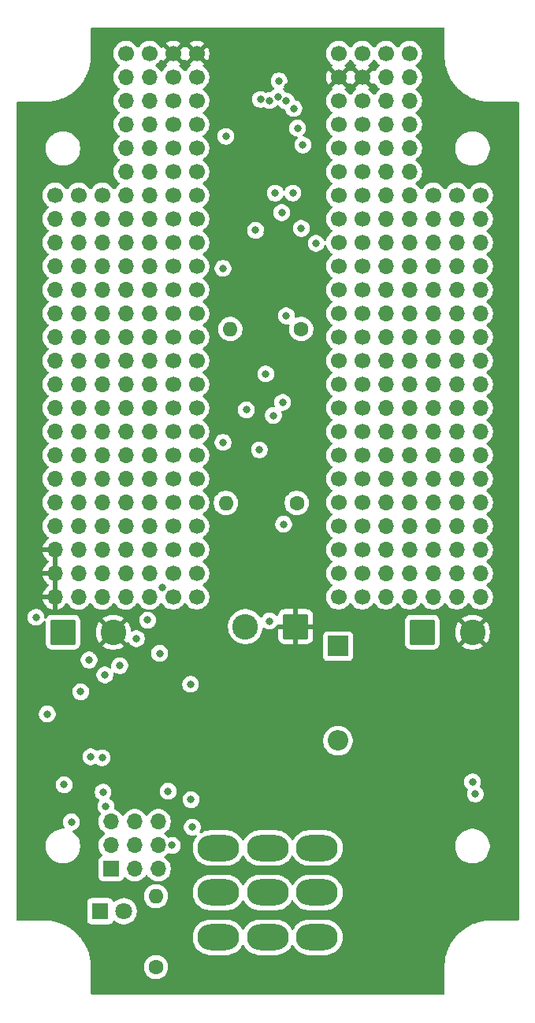
<source format=gbr>
%TF.GenerationSoftware,KiCad,Pcbnew,9.0.1*%
%TF.CreationDate,2025-05-21T23:19:58+01:00*%
%TF.ProjectId,stomp_01,73746f6d-705f-4303-912e-6b696361645f,rev?*%
%TF.SameCoordinates,Original*%
%TF.FileFunction,Copper,L2,Inr*%
%TF.FilePolarity,Positive*%
%FSLAX46Y46*%
G04 Gerber Fmt 4.6, Leading zero omitted, Abs format (unit mm)*
G04 Created by KiCad (PCBNEW 9.0.1) date 2025-05-21 23:19:58*
%MOMM*%
%LPD*%
G01*
G04 APERTURE LIST*
G04 Aperture macros list*
%AMRoundRect*
0 Rectangle with rounded corners*
0 $1 Rounding radius*
0 $2 $3 $4 $5 $6 $7 $8 $9 X,Y pos of 4 corners*
0 Add a 4 corners polygon primitive as box body*
4,1,4,$2,$3,$4,$5,$6,$7,$8,$9,$2,$3,0*
0 Add four circle primitives for the rounded corners*
1,1,$1+$1,$2,$3*
1,1,$1+$1,$4,$5*
1,1,$1+$1,$6,$7*
1,1,$1+$1,$8,$9*
0 Add four rect primitives between the rounded corners*
20,1,$1+$1,$2,$3,$4,$5,0*
20,1,$1+$1,$4,$5,$6,$7,0*
20,1,$1+$1,$6,$7,$8,$9,0*
20,1,$1+$1,$8,$9,$2,$3,0*%
G04 Aperture macros list end*
%TA.AperFunction,ComponentPad*%
%ADD10C,1.700000*%
%TD*%
%TA.AperFunction,ComponentPad*%
%ADD11O,1.700000X1.700000*%
%TD*%
%TA.AperFunction,ComponentPad*%
%ADD12C,1.600000*%
%TD*%
%TA.AperFunction,ComponentPad*%
%ADD13O,1.600000X1.600000*%
%TD*%
%TA.AperFunction,ComponentPad*%
%ADD14RoundRect,0.250000X-1.125000X-1.125000X1.125000X-1.125000X1.125000X1.125000X-1.125000X1.125000X0*%
%TD*%
%TA.AperFunction,ComponentPad*%
%ADD15C,2.750000*%
%TD*%
%TA.AperFunction,ComponentPad*%
%ADD16RoundRect,0.250000X1.125000X1.125000X-1.125000X1.125000X-1.125000X-1.125000X1.125000X-1.125000X0*%
%TD*%
%TA.AperFunction,ComponentPad*%
%ADD17R,1.700000X1.700000*%
%TD*%
%TA.AperFunction,ComponentPad*%
%ADD18R,2.200000X2.200000*%
%TD*%
%TA.AperFunction,ComponentPad*%
%ADD19O,2.200000X2.200000*%
%TD*%
%TA.AperFunction,ComponentPad*%
%ADD20R,1.800000X1.800000*%
%TD*%
%TA.AperFunction,ComponentPad*%
%ADD21C,1.800000*%
%TD*%
%TA.AperFunction,ComponentPad*%
%ADD22O,4.500000X2.800000*%
%TD*%
%TA.AperFunction,ViaPad*%
%ADD23C,0.800000*%
%TD*%
G04 APERTURE END LIST*
D10*
%TO.N,unconnected-(J10-Pin_1-Pad1)*%
%TO.C,J10*%
X127860000Y-64030000D03*
D11*
%TO.N,unconnected-(J10-Pin_2-Pad2)*%
X127860000Y-66570000D03*
%TO.N,unconnected-(J10-Pin_3-Pad3)*%
X127860000Y-69110000D03*
%TO.N,unconnected-(J10-Pin_4-Pad4)*%
X127860000Y-71650000D03*
%TO.N,unconnected-(J10-Pin_5-Pad5)*%
X127860000Y-74190000D03*
%TO.N,unconnected-(J10-Pin_6-Pad6)*%
X127860000Y-76730000D03*
%TO.N,unconnected-(J10-Pin_7-Pad7)*%
X127860000Y-79270000D03*
%TO.N,unconnected-(J10-Pin_8-Pad8)*%
X127860000Y-81810000D03*
%TO.N,unconnected-(J10-Pin_9-Pad9)*%
X127860000Y-84350000D03*
%TO.N,unconnected-(J10-Pin_10-Pad10)*%
X127860000Y-86890000D03*
%TO.N,unconnected-(J10-Pin_11-Pad11)*%
X127860000Y-89430000D03*
%TO.N,unconnected-(J10-Pin_12-Pad12)*%
X127860000Y-91970000D03*
%TO.N,unconnected-(J10-Pin_13-Pad13)*%
X127860000Y-94510000D03*
%TO.N,unconnected-(J10-Pin_14-Pad14)*%
X127860000Y-97050000D03*
%TO.N,unconnected-(J10-Pin_15-Pad15)*%
X127860000Y-99590000D03*
%TO.N,unconnected-(J10-Pin_16-Pad16)*%
X127860000Y-102130000D03*
%TO.N,unconnected-(J10-Pin_17-Pad17)*%
X127860000Y-104670000D03*
%TO.N,unconnected-(J10-Pin_18-Pad18)*%
X127860000Y-107210000D03*
%TD*%
D10*
%TO.N,unconnected-(J3-Pin_1-Pad1)*%
%TO.C,J3*%
X87218145Y-64031512D03*
D11*
%TO.N,unconnected-(J3-Pin_2-Pad2)*%
X87218145Y-66571512D03*
%TO.N,unconnected-(J3-Pin_3-Pad3)*%
X87218145Y-69111512D03*
%TO.N,unconnected-(J3-Pin_4-Pad4)*%
X87218145Y-71651512D03*
%TO.N,unconnected-(J3-Pin_5-Pad5)*%
X87218145Y-74191512D03*
%TO.N,unconnected-(J3-Pin_6-Pad6)*%
X87218145Y-76731512D03*
%TO.N,unconnected-(J3-Pin_7-Pad7)*%
X87218145Y-79271512D03*
%TO.N,unconnected-(J3-Pin_8-Pad8)*%
X87218145Y-81811512D03*
%TO.N,unconnected-(J3-Pin_9-Pad9)*%
X87218145Y-84351512D03*
%TO.N,unconnected-(J3-Pin_10-Pad10)*%
X87218145Y-86891512D03*
%TO.N,unconnected-(J3-Pin_11-Pad11)*%
X87218145Y-89431512D03*
%TO.N,unconnected-(J3-Pin_12-Pad12)*%
X87218145Y-91971512D03*
%TO.N,unconnected-(J3-Pin_13-Pad13)*%
X87218145Y-94511512D03*
%TO.N,unconnected-(J3-Pin_14-Pad14)*%
X87218145Y-97051512D03*
%TO.N,unconnected-(J3-Pin_15-Pad15)*%
X87218145Y-99591512D03*
%TO.N,unconnected-(J3-Pin_16-Pad16)*%
X87218145Y-102131512D03*
%TO.N,unconnected-(J3-Pin_17-Pad17)*%
X87218145Y-104671512D03*
%TO.N,unconnected-(J3-Pin_18-Pad18)*%
X87218145Y-107211512D03*
%TD*%
D10*
%TO.N,unconnected-(J5-Pin_1-Pad1)*%
%TO.C,J5*%
X92298145Y-48791512D03*
D11*
%TO.N,unconnected-(J5-Pin_2-Pad2)*%
X92298145Y-51331512D03*
%TO.N,unconnected-(J5-Pin_3-Pad3)*%
X92298145Y-53871512D03*
%TO.N,unconnected-(J5-Pin_4-Pad4)*%
X92298145Y-56411512D03*
%TO.N,unconnected-(J5-Pin_5-Pad5)*%
X92298145Y-58951512D03*
%TO.N,unconnected-(J5-Pin_6-Pad6)*%
X92298145Y-61491512D03*
%TO.N,unconnected-(J5-Pin_7-Pad7)*%
X92298145Y-64031512D03*
%TO.N,unconnected-(J5-Pin_8-Pad8)*%
X92298145Y-66571512D03*
%TO.N,unconnected-(J5-Pin_9-Pad9)*%
X92298145Y-69111512D03*
%TO.N,unconnected-(J5-Pin_10-Pad10)*%
X92298145Y-71651512D03*
%TO.N,unconnected-(J5-Pin_11-Pad11)*%
X92298145Y-74191512D03*
%TO.N,unconnected-(J5-Pin_12-Pad12)*%
X92298145Y-76731512D03*
%TO.N,unconnected-(J5-Pin_13-Pad13)*%
X92298145Y-79271512D03*
%TO.N,unconnected-(J5-Pin_14-Pad14)*%
X92298145Y-81811512D03*
%TO.N,unconnected-(J5-Pin_15-Pad15)*%
X92298145Y-84351512D03*
%TO.N,unconnected-(J5-Pin_16-Pad16)*%
X92298145Y-86891512D03*
%TO.N,unconnected-(J5-Pin_17-Pad17)*%
X92298145Y-89431512D03*
%TO.N,unconnected-(J5-Pin_18-Pad18)*%
X92298145Y-91971512D03*
%TO.N,unconnected-(J5-Pin_19-Pad19)*%
X92298145Y-94511512D03*
%TO.N,unconnected-(J5-Pin_20-Pad20)*%
X92298145Y-97051512D03*
%TO.N,unconnected-(J5-Pin_21-Pad21)*%
X92298145Y-99591512D03*
%TO.N,unconnected-(J5-Pin_22-Pad22)*%
X92298145Y-102131512D03*
%TO.N,unconnected-(J5-Pin_23-Pad23)*%
X92298145Y-104671512D03*
%TO.N,unconnected-(J5-Pin_24-Pad24)*%
X92298145Y-107211512D03*
%TD*%
D12*
%TO.N,Net-(D5-A)*%
%TO.C,R25*%
X93000000Y-147000000D03*
D13*
%TO.N,+3.3V*%
X93000000Y-139380000D03*
%TD*%
D10*
%TO.N,HEADPHONES_LEFT*%
%TO.C,J4*%
X89758145Y-48791512D03*
D11*
%TO.N,HEADPHONES_GND*%
X89758145Y-51331512D03*
%TO.N,HEADPHONES_RIGHT*%
X89758145Y-53871512D03*
%TO.N,unconnected-(J4-Pin_4-Pad4)*%
X89758145Y-56411512D03*
%TO.N,unconnected-(J4-Pin_5-Pad5)*%
X89758145Y-58951512D03*
%TO.N,unconnected-(J4-Pin_6-Pad6)*%
X89758145Y-61491512D03*
%TO.N,unconnected-(J4-Pin_7-Pad7)*%
X89758145Y-64031512D03*
%TO.N,unconnected-(J4-Pin_8-Pad8)*%
X89758145Y-66571512D03*
%TO.N,unconnected-(J4-Pin_9-Pad9)*%
X89758145Y-69111512D03*
%TO.N,unconnected-(J4-Pin_10-Pad10)*%
X89758145Y-71651512D03*
%TO.N,unconnected-(J4-Pin_11-Pad11)*%
X89758145Y-74191512D03*
%TO.N,unconnected-(J4-Pin_12-Pad12)*%
X89758145Y-76731512D03*
%TO.N,unconnected-(J4-Pin_13-Pad13)*%
X89758145Y-79271512D03*
%TO.N,unconnected-(J4-Pin_14-Pad14)*%
X89758145Y-81811512D03*
%TO.N,unconnected-(J4-Pin_15-Pad15)*%
X89758145Y-84351512D03*
%TO.N,unconnected-(J4-Pin_16-Pad16)*%
X89758145Y-86891512D03*
%TO.N,unconnected-(J4-Pin_17-Pad17)*%
X89758145Y-89431512D03*
%TO.N,unconnected-(J4-Pin_18-Pad18)*%
X89758145Y-91971512D03*
%TO.N,unconnected-(J4-Pin_19-Pad19)*%
X89758145Y-94511512D03*
%TO.N,unconnected-(J4-Pin_20-Pad20)*%
X89758145Y-97051512D03*
%TO.N,unconnected-(J4-Pin_21-Pad21)*%
X89758145Y-99591512D03*
%TO.N,unconnected-(J4-Pin_22-Pad22)*%
X89758145Y-102131512D03*
%TO.N,unconnected-(J4-Pin_23-Pad23)*%
X89758145Y-104671512D03*
%TO.N,unconnected-(J4-Pin_24-Pad24)*%
X89758145Y-107211512D03*
%TD*%
D14*
%TO.N,JACK_OUT*%
%TO.C,J15*%
X83000000Y-111000000D03*
D15*
%TO.N,GND*%
X88400000Y-111000000D03*
%TD*%
D10*
%TO.N,unconnected-(J2-Pin_1-Pad1)*%
%TO.C,J2*%
X84678145Y-64031512D03*
D11*
%TO.N,unconnected-(J2-Pin_2-Pad2)*%
X84678145Y-66571512D03*
%TO.N,unconnected-(J2-Pin_3-Pad3)*%
X84678145Y-69111512D03*
%TO.N,unconnected-(J2-Pin_4-Pad4)*%
X84678145Y-71651512D03*
%TO.N,unconnected-(J2-Pin_5-Pad5)*%
X84678145Y-74191512D03*
%TO.N,unconnected-(J2-Pin_6-Pad6)*%
X84678145Y-76731512D03*
%TO.N,unconnected-(J2-Pin_7-Pad7)*%
X84678145Y-79271512D03*
%TO.N,unconnected-(J2-Pin_8-Pad8)*%
X84678145Y-81811512D03*
%TO.N,unconnected-(J2-Pin_9-Pad9)*%
X84678145Y-84351512D03*
%TO.N,unconnected-(J2-Pin_10-Pad10)*%
X84678145Y-86891512D03*
%TO.N,unconnected-(J2-Pin_11-Pad11)*%
X84678145Y-89431512D03*
%TO.N,unconnected-(J2-Pin_12-Pad12)*%
X84678145Y-91971512D03*
%TO.N,unconnected-(J2-Pin_13-Pad13)*%
X84678145Y-94511512D03*
%TO.N,unconnected-(J2-Pin_14-Pad14)*%
X84678145Y-97051512D03*
%TO.N,unconnected-(J2-Pin_15-Pad15)*%
X84678145Y-99591512D03*
%TO.N,unconnected-(J2-Pin_16-Pad16)*%
X84678145Y-102131512D03*
%TO.N,unconnected-(J2-Pin_17-Pad17)*%
X84678145Y-104671512D03*
%TO.N,unconnected-(J2-Pin_18-Pad18)*%
X84678145Y-107211512D03*
%TD*%
D16*
%TO.N,GND*%
%TO.C,J11*%
X108000000Y-110400000D03*
D15*
%TO.N,Net-(D1-A)*%
X102600000Y-110400000D03*
%TD*%
D10*
%TO.N,unconnected-(J9-Pin_1-Pad1)*%
%TO.C,J9*%
X125320000Y-64030000D03*
D11*
%TO.N,unconnected-(J9-Pin_2-Pad2)*%
X125320000Y-66570000D03*
%TO.N,unconnected-(J9-Pin_3-Pad3)*%
X125320000Y-69110000D03*
%TO.N,unconnected-(J9-Pin_4-Pad4)*%
X125320000Y-71650000D03*
%TO.N,unconnected-(J9-Pin_5-Pad5)*%
X125320000Y-74190000D03*
%TO.N,unconnected-(J9-Pin_6-Pad6)*%
X125320000Y-76730000D03*
%TO.N,unconnected-(J9-Pin_7-Pad7)*%
X125320000Y-79270000D03*
%TO.N,unconnected-(J9-Pin_8-Pad8)*%
X125320000Y-81810000D03*
%TO.N,unconnected-(J9-Pin_9-Pad9)*%
X125320000Y-84350000D03*
%TO.N,unconnected-(J9-Pin_10-Pad10)*%
X125320000Y-86890000D03*
%TO.N,unconnected-(J9-Pin_11-Pad11)*%
X125320000Y-89430000D03*
%TO.N,unconnected-(J9-Pin_12-Pad12)*%
X125320000Y-91970000D03*
%TO.N,unconnected-(J9-Pin_13-Pad13)*%
X125320000Y-94510000D03*
%TO.N,unconnected-(J9-Pin_14-Pad14)*%
X125320000Y-97050000D03*
%TO.N,unconnected-(J9-Pin_15-Pad15)*%
X125320000Y-99590000D03*
%TO.N,unconnected-(J9-Pin_16-Pad16)*%
X125320000Y-102130000D03*
%TO.N,unconnected-(J9-Pin_17-Pad17)*%
X125320000Y-104670000D03*
%TO.N,unconnected-(J9-Pin_18-Pad18)*%
X125320000Y-107210000D03*
%TD*%
D10*
%TO.N,unconnected-(J8-Pin_1-Pad1)*%
%TO.C,J8*%
X122780000Y-64030000D03*
D11*
%TO.N,unconnected-(J8-Pin_2-Pad2)*%
X122780000Y-66570000D03*
%TO.N,unconnected-(J8-Pin_3-Pad3)*%
X122780000Y-69110000D03*
%TO.N,unconnected-(J8-Pin_4-Pad4)*%
X122780000Y-71650000D03*
%TO.N,unconnected-(J8-Pin_5-Pad5)*%
X122780000Y-74190000D03*
%TO.N,unconnected-(J8-Pin_6-Pad6)*%
X122780000Y-76730000D03*
%TO.N,unconnected-(J8-Pin_7-Pad7)*%
X122780000Y-79270000D03*
%TO.N,unconnected-(J8-Pin_8-Pad8)*%
X122780000Y-81810000D03*
%TO.N,unconnected-(J8-Pin_9-Pad9)*%
X122780000Y-84350000D03*
%TO.N,unconnected-(J8-Pin_10-Pad10)*%
X122780000Y-86890000D03*
%TO.N,unconnected-(J8-Pin_11-Pad11)*%
X122780000Y-89430000D03*
%TO.N,unconnected-(J8-Pin_12-Pad12)*%
X122780000Y-91970000D03*
%TO.N,unconnected-(J8-Pin_13-Pad13)*%
X122780000Y-94510000D03*
%TO.N,unconnected-(J8-Pin_14-Pad14)*%
X122780000Y-97050000D03*
%TO.N,unconnected-(J8-Pin_15-Pad15)*%
X122780000Y-99590000D03*
%TO.N,unconnected-(J8-Pin_16-Pad16)*%
X122780000Y-102130000D03*
%TO.N,unconnected-(J8-Pin_17-Pad17)*%
X122780000Y-104670000D03*
%TO.N,unconnected-(J8-Pin_18-Pad18)*%
X122780000Y-107210000D03*
%TD*%
D10*
%TO.N,unconnected-(J7-Pin_1-Pad1)*%
%TO.C,J7*%
X120240000Y-48790000D03*
D11*
%TO.N,unconnected-(J7-Pin_2-Pad2)*%
X120240000Y-51330000D03*
%TO.N,unconnected-(J7-Pin_3-Pad3)*%
X120240000Y-53870000D03*
%TO.N,unconnected-(J7-Pin_4-Pad4)*%
X120240000Y-56410000D03*
%TO.N,unconnected-(J7-Pin_5-Pad5)*%
X120240000Y-58950000D03*
%TO.N,unconnected-(J7-Pin_6-Pad6)*%
X120240000Y-61490000D03*
%TO.N,unconnected-(J7-Pin_7-Pad7)*%
X120240000Y-64030000D03*
%TO.N,unconnected-(J7-Pin_8-Pad8)*%
X120240000Y-66570000D03*
%TO.N,unconnected-(J7-Pin_9-Pad9)*%
X120240000Y-69110000D03*
%TO.N,unconnected-(J7-Pin_10-Pad10)*%
X120240000Y-71650000D03*
%TO.N,unconnected-(J7-Pin_11-Pad11)*%
X120240000Y-74190000D03*
%TO.N,unconnected-(J7-Pin_12-Pad12)*%
X120240000Y-76730000D03*
%TO.N,unconnected-(J7-Pin_13-Pad13)*%
X120240000Y-79270000D03*
%TO.N,unconnected-(J7-Pin_14-Pad14)*%
X120240000Y-81810000D03*
%TO.N,unconnected-(J7-Pin_15-Pad15)*%
X120240000Y-84350000D03*
%TO.N,unconnected-(J7-Pin_16-Pad16)*%
X120240000Y-86890000D03*
%TO.N,unconnected-(J7-Pin_17-Pad17)*%
X120240000Y-89430000D03*
%TO.N,unconnected-(J7-Pin_18-Pad18)*%
X120240000Y-91970000D03*
%TO.N,unconnected-(J7-Pin_19-Pad19)*%
X120240000Y-94510000D03*
%TO.N,unconnected-(J7-Pin_20-Pad20)*%
X120240000Y-97050000D03*
%TO.N,unconnected-(J7-Pin_21-Pad21)*%
X120240000Y-99590000D03*
%TO.N,unconnected-(J7-Pin_22-Pad22)*%
X120240000Y-102130000D03*
%TO.N,unconnected-(J7-Pin_23-Pad23)*%
X120240000Y-104670000D03*
%TO.N,unconnected-(J7-Pin_24-Pad24)*%
X120240000Y-107210000D03*
%TD*%
D17*
%TO.N,FOOTSWITCH_1*%
%TO.C,J13*%
X88160000Y-136440000D03*
D11*
%TO.N,FOOTSWITCH_2*%
X88160000Y-133900000D03*
%TO.N,FOOTSWITCH_3*%
X88160000Y-131360000D03*
%TO.N,FOOTSWITCH_4*%
X90700000Y-136440000D03*
%TO.N,FOOTSWITCH_5*%
X90700000Y-133900000D03*
%TO.N,FOOTSWITCH_6*%
X90700000Y-131360000D03*
%TO.N,FOOTSWITCH_7*%
X93240000Y-136440000D03*
%TO.N,FOOTSWITCH_8*%
X93240000Y-133900000D03*
%TO.N,FOOTSWITCH_9*%
X93240000Y-131360000D03*
%TD*%
D10*
%TO.N,unconnected-(J6-Pin_1-Pad1)*%
%TO.C,J6*%
X117700000Y-48790000D03*
D11*
%TO.N,unconnected-(J6-Pin_2-Pad2)*%
X117700000Y-51330000D03*
%TO.N,unconnected-(J6-Pin_3-Pad3)*%
X117700000Y-53870000D03*
%TO.N,unconnected-(J6-Pin_4-Pad4)*%
X117700000Y-56410000D03*
%TO.N,unconnected-(J6-Pin_5-Pad5)*%
X117700000Y-58950000D03*
%TO.N,unconnected-(J6-Pin_6-Pad6)*%
X117700000Y-61490000D03*
%TO.N,unconnected-(J6-Pin_7-Pad7)*%
X117700000Y-64030000D03*
%TO.N,unconnected-(J6-Pin_8-Pad8)*%
X117700000Y-66570000D03*
%TO.N,unconnected-(J6-Pin_9-Pad9)*%
X117700000Y-69110000D03*
%TO.N,unconnected-(J6-Pin_10-Pad10)*%
X117700000Y-71650000D03*
%TO.N,unconnected-(J6-Pin_11-Pad11)*%
X117700000Y-74190000D03*
%TO.N,unconnected-(J6-Pin_12-Pad12)*%
X117700000Y-76730000D03*
%TO.N,unconnected-(J6-Pin_13-Pad13)*%
X117700000Y-79270000D03*
%TO.N,unconnected-(J6-Pin_14-Pad14)*%
X117700000Y-81810000D03*
%TO.N,unconnected-(J6-Pin_15-Pad15)*%
X117700000Y-84350000D03*
%TO.N,unconnected-(J6-Pin_16-Pad16)*%
X117700000Y-86890000D03*
%TO.N,unconnected-(J6-Pin_17-Pad17)*%
X117700000Y-89430000D03*
%TO.N,unconnected-(J6-Pin_18-Pad18)*%
X117700000Y-91970000D03*
%TO.N,unconnected-(J6-Pin_19-Pad19)*%
X117700000Y-94510000D03*
%TO.N,unconnected-(J6-Pin_20-Pad20)*%
X117700000Y-97050000D03*
%TO.N,unconnected-(J6-Pin_21-Pad21)*%
X117700000Y-99590000D03*
%TO.N,unconnected-(J6-Pin_22-Pad22)*%
X117700000Y-102130000D03*
%TO.N,unconnected-(J6-Pin_23-Pad23)*%
X117700000Y-104670000D03*
%TO.N,unconnected-(J6-Pin_24-Pad24)*%
X117700000Y-107210000D03*
%TD*%
D14*
%TO.N,JACK_IN*%
%TO.C,J14*%
X121600000Y-111000000D03*
D15*
%TO.N,GND*%
X127000000Y-111000000D03*
%TD*%
D10*
%TO.N,GND*%
%TO.C,U1*%
X97380000Y-48790000D03*
X94840000Y-48790000D03*
%TO.N,unconnected-(U1-0_RX1_CRX2_CS1-Pad2)_1*%
X97380000Y-51330000D03*
X94840000Y-51330000D03*
%TO.N,unconnected-(U1-1_TX1_CTX2_MISO1-Pad3)*%
X97380000Y-53870000D03*
X94840000Y-53870000D03*
%TO.N,unconnected-(U1-2_OUT2-Pad4)*%
X97380000Y-56410000D03*
X94840000Y-56410000D03*
%TO.N,unconnected-(U1-3_LRCLK2-Pad5)_1*%
X97380000Y-58950000D03*
X94840000Y-58950000D03*
%TO.N,unconnected-(U1-4_BCLK2-Pad6)_1*%
X97380000Y-61490000D03*
X94840000Y-61490000D03*
%TO.N,unconnected-(U1-5_IN2-Pad7)*%
X97380000Y-64030000D03*
X94840000Y-64030000D03*
%TO.N,unconnected-(U1-6_OUT1D-Pad8)_1*%
X97380000Y-66570000D03*
X94840000Y-66570000D03*
%TO.N,DAC_DIN*%
X97380000Y-69110000D03*
X94840000Y-69110000D03*
%TO.N,DAC_DOUT*%
X97380000Y-71650000D03*
X94840000Y-71650000D03*
%TO.N,unconnected-(U1-9_OUT1C-Pad11)_1*%
X97380000Y-74190000D03*
X94840000Y-74190000D03*
%TO.N,unconnected-(U1-10_CS_MQSR-Pad12)_1*%
X97380000Y-76730000D03*
X94840000Y-76730000D03*
%TO.N,unconnected-(U1-11_MOSI_CTX1-Pad13)*%
X97380000Y-79270000D03*
X94840000Y-79270000D03*
%TO.N,unconnected-(U1-12_MISO_MQSL-Pad14)*%
X97380000Y-81810000D03*
X94840000Y-81810000D03*
%TO.N,+3.3V*%
X97380000Y-84350000D03*
X94840000Y-84350000D03*
%TO.N,unconnected-(U1-24_A10_TX6_SCL2-Pad16)*%
X97380000Y-86890000D03*
X94840000Y-86890000D03*
%TO.N,unconnected-(U1-25_A11_RX6_SDA2-Pad17)_1*%
X97380000Y-89430000D03*
X94840000Y-89430000D03*
%TO.N,unconnected-(U1-26_A12_MOSI1-Pad18)_1*%
X97380000Y-91970000D03*
X94840000Y-91970000D03*
%TO.N,unconnected-(U1-27_A13_SCK1-Pad19)_1*%
X97380000Y-94510000D03*
X94840000Y-94510000D03*
%TO.N,unconnected-(U1-28_RX7-Pad20)_1*%
X97380000Y-97050000D03*
X94840000Y-97050000D03*
%TO.N,unconnected-(U1-29_TX7-Pad21)*%
X97380000Y-99590000D03*
X94840000Y-99590000D03*
%TO.N,unconnected-(U1-30_CRX3-Pad22)_1*%
X97380000Y-102130000D03*
X94840000Y-102130000D03*
%TO.N,unconnected-(U1-31_CTX3-Pad23)*%
X97380000Y-104670000D03*
X94840000Y-104670000D03*
%TO.N,unconnected-(U1-32_OUT1B-Pad24)*%
X97380000Y-107210000D03*
X94840000Y-107210000D03*
%TO.N,unconnected-(U1-33_MCLK2-Pad25)_1*%
X115160000Y-107210000D03*
X112620000Y-107210000D03*
%TO.N,unconnected-(U1-34_RX8-Pad26)*%
X115160000Y-104670000D03*
X112620000Y-104670000D03*
%TO.N,unconnected-(U1-35_TX8-Pad27)*%
X115160000Y-102130000D03*
X112620000Y-102130000D03*
%TO.N,unconnected-(U1-36_CS-Pad28)_1*%
X115160000Y-99590000D03*
X112620000Y-99590000D03*
%TO.N,unconnected-(U1-37_CS-Pad29)_1*%
X115160000Y-97050000D03*
X112620000Y-97050000D03*
%TO.N,unconnected-(U1-38_CS1_IN1-Pad30)_1*%
X115160000Y-94510000D03*
X112620000Y-94510000D03*
%TO.N,unconnected-(U1-39_MISO1_OUT1A-Pad31)_1*%
X115160000Y-91970000D03*
X112620000Y-91970000D03*
%TO.N,unconnected-(U1-40_A16-Pad32)*%
X115160000Y-89430000D03*
X112620000Y-89430000D03*
%TO.N,unconnected-(U1-41_A17-Pad33)_1*%
X115160000Y-86890000D03*
X112620000Y-86890000D03*
%TO.N,unconnected-(U1-GND-Pad34)*%
X115160000Y-84350000D03*
X112620000Y-84350000D03*
%TO.N,unconnected-(U1-13_SCK_LED-Pad35)_1*%
X115160000Y-81810000D03*
X112620000Y-81810000D03*
%TO.N,unconnected-(U1-14_A0_TX3_SPDIF_OUT-Pad36)*%
X115160000Y-79270000D03*
X112620000Y-79270000D03*
%TO.N,unconnected-(U1-15_A1_RX3_SPDIF_IN-Pad37)*%
X115160000Y-76730000D03*
X112620000Y-76730000D03*
%TO.N,unconnected-(U1-16_A2_RX4_SCL1-Pad38)_1*%
X115160000Y-74190000D03*
X112620000Y-74190000D03*
%TO.N,unconnected-(U1-17_A3_TX4_SDA1-Pad39)*%
X115160000Y-71650000D03*
X112620000Y-71650000D03*
%TO.N,DAC_SDA*%
X115160000Y-69110000D03*
X112620000Y-69110000D03*
%TO.N,DAC_SCL*%
X115160000Y-66570000D03*
X112620000Y-66570000D03*
%TO.N,DAC_LRCLK*%
X115160000Y-64030000D03*
X112620000Y-64030000D03*
%TO.N,DAC_BCLK*%
X115160000Y-61490000D03*
X112620000Y-61490000D03*
%TO.N,unconnected-(U1-22_A8_CTX1-Pad44)_1*%
X115160000Y-58950000D03*
X112620000Y-58950000D03*
%TO.N,DAC_MCLK*%
X115160000Y-56410000D03*
X112620000Y-56410000D03*
%TO.N,+3.3V*%
X115160000Y-53870000D03*
X112620000Y-53870000D03*
%TO.N,GND*%
X115160000Y-51330000D03*
X112620000Y-51330000D03*
%TO.N,+5V*%
X115160000Y-48790000D03*
X112620000Y-48790000D03*
%TD*%
D18*
%TO.N,+9V*%
%TO.C,D1*%
X112550000Y-112500000D03*
D19*
%TO.N,Net-(D1-A)*%
X112550000Y-122660000D03*
%TD*%
D20*
%TO.N,LED_NEG*%
%TO.C,D5*%
X87000000Y-141000000D03*
D21*
%TO.N,Net-(D5-A)*%
X89540000Y-141000000D03*
%TD*%
D22*
%TO.N,FOOTSWITCH_1*%
%TO.C,SW1*%
X99700000Y-143800000D03*
%TO.N,FOOTSWITCH_2*%
X99700000Y-139000000D03*
%TO.N,FOOTSWITCH_3*%
X99700000Y-134200000D03*
%TO.N,FOOTSWITCH_4*%
X105000000Y-143800000D03*
%TO.N,FOOTSWITCH_5*%
X105000000Y-139000000D03*
%TO.N,FOOTSWITCH_6*%
X105000000Y-134200000D03*
%TO.N,FOOTSWITCH_7*%
X110300000Y-143800000D03*
%TO.N,FOOTSWITCH_8*%
X110300000Y-139000000D03*
%TO.N,FOOTSWITCH_9*%
X110300000Y-134200000D03*
%TD*%
D10*
%TO.N,+9V*%
%TO.C,J1*%
X82138145Y-64031512D03*
D11*
X82138145Y-66571512D03*
%TO.N,+5V*%
X82138145Y-69111512D03*
X82138145Y-71651512D03*
%TO.N,+3.3V*%
X82138145Y-74191512D03*
X82138145Y-76731512D03*
%TO.N,JACK_IN*%
X82138145Y-79271512D03*
%TO.N,JACK_OUT*%
X82138145Y-81811512D03*
%TO.N,PREAMP_IN_L*%
X82138145Y-84351512D03*
%TO.N,PREAMP_IN_R*%
X82138145Y-86891512D03*
%TO.N,LINE_IN_L*%
X82138145Y-89431512D03*
%TO.N,LINE_IN_R*%
X82138145Y-91971512D03*
%TO.N,LINE_OUT_L*%
X82138145Y-94511512D03*
%TO.N,LINE_OUT_R*%
X82138145Y-97051512D03*
%TO.N,LED_NEG*%
X82138145Y-99591512D03*
%TO.N,GND*%
X82138145Y-102131512D03*
X82138145Y-104671512D03*
X82138145Y-107211512D03*
%TD*%
D12*
%TO.N,Net-(U3B--)*%
%TO.C,R14*%
X108600000Y-78400000D03*
D13*
%TO.N,Net-(JP2-B)*%
X100980000Y-78400000D03*
%TD*%
D12*
%TO.N,Net-(U3A--)*%
%TO.C,R12*%
X108110000Y-97100000D03*
D13*
%TO.N,Net-(JP1-B)*%
X100490000Y-97100000D03*
%TD*%
D23*
%TO.N,+3.3V*%
X103700000Y-67800000D03*
%TO.N,Net-(JP2-A)*%
X104794999Y-83236913D03*
%TO.N,LINE_OUT_R*%
X83125000Y-127400000D03*
X81300000Y-119800000D03*
X87500000Y-115599000D03*
X89100000Y-114600000D03*
X93700000Y-106200000D03*
%TO.N,JACK_OUT*%
X92100000Y-109700000D03*
%TO.N,+9V*%
X105200000Y-109800000D03*
%TO.N,GND*%
X103000000Y-118700000D03*
X100400000Y-129500000D03*
%TO.N,+9V*%
X84900000Y-117400000D03*
%TO.N,GND*%
X81800000Y-122300000D03*
X90302861Y-125524000D03*
X93757056Y-124057056D03*
X94000000Y-120400000D03*
X99600000Y-122300000D03*
X114200000Y-124600000D03*
X109200000Y-114800000D03*
%TO.N,+9V*%
X102700000Y-87100000D03*
%TO.N,GND*%
X101300000Y-88800000D03*
X109200000Y-87600000D03*
X101400000Y-68000000D03*
X104900000Y-68000000D03*
X104375702Y-73998824D03*
%TO.N,+3.3V*%
X107700000Y-63800000D03*
X108600000Y-67600000D03*
%TO.N,GND*%
X100000000Y-61500000D03*
X107100001Y-52318687D03*
%TO.N,Net-(U5-VDDA)*%
X100500000Y-57700000D03*
X106221397Y-51736775D03*
%TO.N,+3.3V*%
X108766623Y-58625000D03*
%TO.N,+5V*%
X110200000Y-69200000D03*
%TO.N,PREAMP_IN_R*%
X96700000Y-116600000D03*
X90900000Y-111700000D03*
%TO.N,JACK_IN*%
X86000000Y-124400000D03*
%TO.N,PREAMP_IN_L*%
X87200000Y-124500000D03*
%TO.N,LED_NEG*%
X85800000Y-114000000D03*
%TO.N,LINE_IN_R*%
X100187347Y-71887347D03*
%TO.N,LINE_IN_L*%
X100200000Y-90600000D03*
%TO.N,GND*%
X106700000Y-59400000D03*
X103500000Y-48700000D03*
X99800000Y-54700000D03*
%TO.N,DAC_DOUT*%
X107000000Y-53900000D03*
%TO.N,DAC_DIN*%
X106122027Y-53421285D03*
%TO.N,DAC_SDA*%
X105217735Y-53848199D03*
X106501000Y-65899000D03*
%TO.N,DAC_SCL*%
X105800000Y-63800000D03*
X104225000Y-53727860D03*
%TO.N,Net-(U3B-+)*%
X106700000Y-99400000D03*
X106600000Y-86300000D03*
%TO.N,FOOTSWITCH_3*%
X83900000Y-131400000D03*
%TO.N,FOOTSWITCH_5*%
X94727347Y-133927347D03*
%TO.N,FOOTSWITCH_9*%
X96900000Y-131975000D03*
%TO.N,Net-(JP1-B)*%
X105600000Y-87700000D03*
X107000000Y-77000000D03*
%TO.N,LINE_OUT_L*%
X96757000Y-129000000D03*
X93387796Y-113270735D03*
%TO.N,Net-(U5-SYS_MCLK)*%
X108200000Y-56800000D03*
X107800000Y-54700000D03*
%TO.N,Net-(JP1-A)*%
X104099847Y-91400153D03*
%TO.N,Net-(JP3-B)*%
X94300000Y-128100000D03*
X87300000Y-128200000D03*
%TO.N,PREAMP_IN_L*%
X80100000Y-109400000D03*
X127000000Y-127100000D03*
%TO.N,JACK_IN*%
X127300000Y-128400000D03*
%TO.N,LED_NEG*%
X87600000Y-129725000D03*
%TD*%
%TA.AperFunction,Conductor*%
%TO.N,GND*%
G36*
X82388145Y-106778500D02*
G01*
X82331138Y-106745587D01*
X82203971Y-106711512D01*
X82072319Y-106711512D01*
X81945152Y-106745587D01*
X81888145Y-106778500D01*
X81888145Y-105104524D01*
X81945152Y-105137437D01*
X82072319Y-105171512D01*
X82203971Y-105171512D01*
X82331138Y-105137437D01*
X82388145Y-105104524D01*
X82388145Y-106778500D01*
G37*
%TD.AperFunction*%
%TA.AperFunction,Conductor*%
G36*
X82388145Y-104238500D02*
G01*
X82331138Y-104205587D01*
X82203971Y-104171512D01*
X82072319Y-104171512D01*
X81945152Y-104205587D01*
X81888145Y-104238500D01*
X81888145Y-102564524D01*
X81945152Y-102597437D01*
X82072319Y-102631512D01*
X82203971Y-102631512D01*
X82331138Y-102597437D01*
X82388145Y-102564524D01*
X82388145Y-104238500D01*
G37*
%TD.AperFunction*%
%TA.AperFunction,Conductor*%
G36*
X94327482Y-49002292D02*
G01*
X94399890Y-49127708D01*
X94502292Y-49230110D01*
X94627708Y-49302518D01*
X94669765Y-49313787D01*
X94078282Y-49905269D01*
X94078282Y-49905270D01*
X94132452Y-49944626D01*
X94132451Y-49944626D01*
X94141495Y-49949234D01*
X94192292Y-49997208D01*
X94209087Y-50065029D01*
X94186550Y-50131164D01*
X94141499Y-50170202D01*
X94132182Y-50174949D01*
X93960213Y-50299890D01*
X93809890Y-50450213D01*
X93684950Y-50622180D01*
X93679170Y-50633525D01*
X93631194Y-50684319D01*
X93563372Y-50701112D01*
X93497238Y-50678572D01*
X93458202Y-50633521D01*
X93457453Y-50632051D01*
X93453196Y-50623696D01*
X93412936Y-50568282D01*
X93328254Y-50451725D01*
X93177931Y-50301402D01*
X93005965Y-50176463D01*
X93003839Y-50175380D01*
X92997199Y-50171997D01*
X92946404Y-50124024D01*
X92929608Y-50056204D01*
X92952144Y-49990068D01*
X92997199Y-49951027D01*
X93005961Y-49946563D01*
X93027934Y-49930598D01*
X93177931Y-49821621D01*
X93177933Y-49821618D01*
X93177937Y-49821616D01*
X93328249Y-49671304D01*
X93328251Y-49671300D01*
X93328254Y-49671298D01*
X93453195Y-49499330D01*
X93459252Y-49487442D01*
X93507224Y-49436645D01*
X93575045Y-49419848D01*
X93641180Y-49442383D01*
X93680222Y-49487437D01*
X93685374Y-49497549D01*
X93724728Y-49551716D01*
X94316212Y-48960233D01*
X94327482Y-49002292D01*
G37*
%TD.AperFunction*%
%TA.AperFunction,Conductor*%
G36*
X96867482Y-49002292D02*
G01*
X96939890Y-49127708D01*
X97042292Y-49230110D01*
X97167708Y-49302518D01*
X97209765Y-49313787D01*
X96618282Y-49905269D01*
X96618282Y-49905270D01*
X96672452Y-49944626D01*
X96672451Y-49944626D01*
X96681495Y-49949234D01*
X96732292Y-49997208D01*
X96749087Y-50065029D01*
X96726550Y-50131164D01*
X96681499Y-50170202D01*
X96672182Y-50174949D01*
X96500213Y-50299890D01*
X96349890Y-50450213D01*
X96224949Y-50622182D01*
X96220484Y-50630946D01*
X96172509Y-50681742D01*
X96104688Y-50698536D01*
X96038553Y-50675998D01*
X95999516Y-50630946D01*
X95995050Y-50622182D01*
X95870109Y-50450213D01*
X95719786Y-50299890D01*
X95547817Y-50174949D01*
X95538504Y-50170204D01*
X95487707Y-50122230D01*
X95470912Y-50054409D01*
X95493449Y-49988274D01*
X95538507Y-49949232D01*
X95547555Y-49944622D01*
X95601716Y-49905270D01*
X95601717Y-49905270D01*
X95010233Y-49313787D01*
X95052292Y-49302518D01*
X95177708Y-49230110D01*
X95280110Y-49127708D01*
X95352518Y-49002292D01*
X95363787Y-48960233D01*
X95955270Y-49551717D01*
X95955270Y-49551716D01*
X95994622Y-49497554D01*
X95999514Y-49487954D01*
X96047488Y-49437157D01*
X96115308Y-49420361D01*
X96181444Y-49442897D01*
X96220486Y-49487954D01*
X96225375Y-49497550D01*
X96264728Y-49551716D01*
X96856212Y-48960233D01*
X96867482Y-49002292D01*
G37*
%TD.AperFunction*%
%TA.AperFunction,Conductor*%
G36*
X114647482Y-51542292D02*
G01*
X114719890Y-51667708D01*
X114822292Y-51770110D01*
X114947708Y-51842518D01*
X114989765Y-51853787D01*
X114398282Y-52445269D01*
X114398282Y-52445270D01*
X114452452Y-52484626D01*
X114452451Y-52484626D01*
X114461495Y-52489234D01*
X114512292Y-52537208D01*
X114529087Y-52605029D01*
X114506550Y-52671164D01*
X114461499Y-52710202D01*
X114452182Y-52714949D01*
X114280213Y-52839890D01*
X114129890Y-52990213D01*
X114004949Y-53162182D01*
X114000484Y-53170946D01*
X113952509Y-53221742D01*
X113884688Y-53238536D01*
X113818553Y-53215998D01*
X113779516Y-53170946D01*
X113775050Y-53162182D01*
X113650109Y-52990213D01*
X113499786Y-52839890D01*
X113327817Y-52714949D01*
X113318504Y-52710204D01*
X113267707Y-52662230D01*
X113250912Y-52594409D01*
X113273449Y-52528274D01*
X113318507Y-52489232D01*
X113327555Y-52484622D01*
X113381716Y-52445270D01*
X113381717Y-52445270D01*
X112790233Y-51853787D01*
X112832292Y-51842518D01*
X112957708Y-51770110D01*
X113060110Y-51667708D01*
X113132518Y-51542292D01*
X113143787Y-51500234D01*
X113735270Y-52091717D01*
X113735270Y-52091716D01*
X113774622Y-52037554D01*
X113779514Y-52027954D01*
X113827488Y-51977157D01*
X113895308Y-51960361D01*
X113961444Y-51982897D01*
X114000486Y-52027954D01*
X114005375Y-52037550D01*
X114044728Y-52091716D01*
X114636212Y-51500233D01*
X114647482Y-51542292D01*
G37*
%TD.AperFunction*%
%TA.AperFunction,Conductor*%
G36*
X116275270Y-52091717D02*
G01*
X116275270Y-52091716D01*
X116314622Y-52037555D01*
X116319232Y-52028507D01*
X116367205Y-51977709D01*
X116435025Y-51960912D01*
X116501161Y-51983447D01*
X116540204Y-52028504D01*
X116544949Y-52037817D01*
X116669890Y-52209786D01*
X116820213Y-52360109D01*
X116992182Y-52485050D01*
X117000946Y-52489516D01*
X117051742Y-52537491D01*
X117068536Y-52605312D01*
X117045998Y-52671447D01*
X117000946Y-52710484D01*
X116992182Y-52714949D01*
X116820213Y-52839890D01*
X116669890Y-52990213D01*
X116544949Y-53162182D01*
X116540484Y-53170946D01*
X116492509Y-53221742D01*
X116424688Y-53238536D01*
X116358553Y-53215998D01*
X116319516Y-53170946D01*
X116315050Y-53162182D01*
X116190109Y-52990213D01*
X116039786Y-52839890D01*
X115867817Y-52714949D01*
X115858504Y-52710204D01*
X115807707Y-52662230D01*
X115790912Y-52594409D01*
X115813449Y-52528274D01*
X115858507Y-52489232D01*
X115867555Y-52484622D01*
X115921716Y-52445270D01*
X115921717Y-52445270D01*
X115330233Y-51853787D01*
X115372292Y-51842518D01*
X115497708Y-51770110D01*
X115600110Y-51667708D01*
X115672518Y-51542292D01*
X115683787Y-51500233D01*
X116275270Y-52091717D01*
G37*
%TD.AperFunction*%
%TA.AperFunction,Conductor*%
G36*
X113961444Y-49443999D02*
G01*
X114000486Y-49489056D01*
X114004951Y-49497820D01*
X114129890Y-49669786D01*
X114280213Y-49820109D01*
X114452179Y-49945048D01*
X114452181Y-49945049D01*
X114452184Y-49945051D01*
X114461493Y-49949794D01*
X114512290Y-49997766D01*
X114529087Y-50065587D01*
X114506552Y-50131722D01*
X114461505Y-50170760D01*
X114452446Y-50175376D01*
X114452440Y-50175380D01*
X114398282Y-50214727D01*
X114398282Y-50214728D01*
X114989766Y-50806212D01*
X114947708Y-50817482D01*
X114822292Y-50889890D01*
X114719890Y-50992292D01*
X114647482Y-51117708D01*
X114636212Y-51159766D01*
X114044728Y-50568282D01*
X114044727Y-50568282D01*
X114005380Y-50622440D01*
X114000483Y-50632051D01*
X113952506Y-50682845D01*
X113884684Y-50699638D01*
X113818550Y-50677098D01*
X113779516Y-50632048D01*
X113774626Y-50622452D01*
X113735270Y-50568282D01*
X113735269Y-50568282D01*
X113143787Y-51159765D01*
X113132518Y-51117708D01*
X113060110Y-50992292D01*
X112957708Y-50889890D01*
X112832292Y-50817482D01*
X112790233Y-50806212D01*
X113381716Y-50214728D01*
X113327547Y-50175373D01*
X113327547Y-50175372D01*
X113318500Y-50170763D01*
X113267706Y-50122788D01*
X113250912Y-50054966D01*
X113273451Y-49988832D01*
X113318508Y-49949793D01*
X113327816Y-49945051D01*
X113407007Y-49887515D01*
X113499786Y-49820109D01*
X113499788Y-49820106D01*
X113499792Y-49820104D01*
X113650104Y-49669792D01*
X113650106Y-49669788D01*
X113650109Y-49669786D01*
X113759086Y-49519789D01*
X113775051Y-49497816D01*
X113779514Y-49489054D01*
X113827488Y-49438259D01*
X113895308Y-49421463D01*
X113961444Y-49443999D01*
G37*
%TD.AperFunction*%
%TA.AperFunction,Conductor*%
G36*
X116501444Y-49443999D02*
G01*
X116540486Y-49489056D01*
X116544951Y-49497820D01*
X116669890Y-49669786D01*
X116820213Y-49820109D01*
X116992182Y-49945050D01*
X117000946Y-49949516D01*
X117051742Y-49997491D01*
X117068536Y-50065312D01*
X117045998Y-50131447D01*
X117000946Y-50170484D01*
X116992182Y-50174949D01*
X116820213Y-50299890D01*
X116669890Y-50450213D01*
X116544949Y-50622182D01*
X116540202Y-50631499D01*
X116492227Y-50682293D01*
X116424405Y-50699087D01*
X116358271Y-50676548D01*
X116319234Y-50631495D01*
X116314626Y-50622452D01*
X116275270Y-50568282D01*
X116275269Y-50568282D01*
X115683787Y-51159765D01*
X115672518Y-51117708D01*
X115600110Y-50992292D01*
X115497708Y-50889890D01*
X115372292Y-50817482D01*
X115330233Y-50806212D01*
X115921716Y-50214728D01*
X115867547Y-50175373D01*
X115867547Y-50175372D01*
X115858500Y-50170763D01*
X115807706Y-50122788D01*
X115790912Y-50054966D01*
X115813451Y-49988832D01*
X115858508Y-49949793D01*
X115867816Y-49945051D01*
X115947007Y-49887515D01*
X116039786Y-49820109D01*
X116039788Y-49820106D01*
X116039792Y-49820104D01*
X116190104Y-49669792D01*
X116190106Y-49669788D01*
X116190109Y-49669786D01*
X116299086Y-49519789D01*
X116315051Y-49497816D01*
X116319514Y-49489054D01*
X116367488Y-49438259D01*
X116435308Y-49421463D01*
X116501444Y-49443999D01*
G37*
%TD.AperFunction*%
%TA.AperFunction,Conductor*%
G36*
X123942539Y-46020185D02*
G01*
X123988294Y-46072989D01*
X123999500Y-46124500D01*
X123999500Y-49206832D01*
X124033657Y-49619043D01*
X124033658Y-49619049D01*
X124097060Y-49999003D01*
X124101742Y-50027057D01*
X124203285Y-50428041D01*
X124203289Y-50428054D01*
X124226687Y-50496212D01*
X124228074Y-50500253D01*
X124229144Y-50504245D01*
X124234445Y-50518811D01*
X124234838Y-50519954D01*
X124234838Y-50519955D01*
X124337597Y-50819279D01*
X124372472Y-50898787D01*
X124374076Y-50902446D01*
X124378402Y-50914329D01*
X124393349Y-50946383D01*
X124393928Y-50947703D01*
X124393943Y-50947735D01*
X124423568Y-51015272D01*
X124503755Y-51198080D01*
X124503756Y-51198081D01*
X124503757Y-51198083D01*
X124503760Y-51198089D01*
X124552317Y-51287817D01*
X124554088Y-51291090D01*
X124562833Y-51309843D01*
X124585241Y-51348655D01*
X124586054Y-51350157D01*
X124586069Y-51350183D01*
X124700628Y-51561869D01*
X124700630Y-51561873D01*
X124765076Y-51660516D01*
X124766953Y-51663389D01*
X124781034Y-51687778D01*
X124808704Y-51727295D01*
X124809807Y-51728983D01*
X124926863Y-51908149D01*
X124926870Y-51908159D01*
X125009398Y-52014190D01*
X125009398Y-52014191D01*
X125011323Y-52016665D01*
X125031344Y-52045257D01*
X125062184Y-52082011D01*
X125063593Y-52083821D01*
X125063598Y-52083827D01*
X125180927Y-52234572D01*
X125180935Y-52234581D01*
X125283763Y-52346282D01*
X125285689Y-52348374D01*
X125311857Y-52379560D01*
X125343842Y-52411545D01*
X125345569Y-52413421D01*
X125461089Y-52538910D01*
X125586577Y-52654429D01*
X125588452Y-52656155D01*
X125620440Y-52688143D01*
X125651628Y-52714313D01*
X125765418Y-52819064D01*
X125917972Y-52937801D01*
X125954743Y-52968656D01*
X125983328Y-52988670D01*
X126091420Y-53072802D01*
X126091832Y-53073123D01*
X126091844Y-53073132D01*
X126270986Y-53190171D01*
X126272666Y-53191269D01*
X126312222Y-53218966D01*
X126336624Y-53233054D01*
X126438131Y-53299372D01*
X126438138Y-53299376D01*
X126438143Y-53299379D01*
X126589323Y-53381193D01*
X126651331Y-53414750D01*
X126690157Y-53437167D01*
X126708915Y-53445913D01*
X126710606Y-53446828D01*
X126712157Y-53447668D01*
X126712170Y-53447675D01*
X126801910Y-53496240D01*
X126801913Y-53496241D01*
X126801920Y-53496245D01*
X127053581Y-53606633D01*
X127085671Y-53621598D01*
X127097560Y-53625925D01*
X127127754Y-53639169D01*
X127180728Y-53662406D01*
X127349066Y-53720196D01*
X127481167Y-53765546D01*
X127495755Y-53770856D01*
X127499759Y-53771928D01*
X127571956Y-53796714D01*
X127972943Y-53898258D01*
X128380946Y-53966341D01*
X128380953Y-53966341D01*
X128380956Y-53966342D01*
X128575036Y-53982424D01*
X128793178Y-54000500D01*
X128999793Y-54000500D01*
X131875500Y-54000500D01*
X131942539Y-54020185D01*
X131988294Y-54072989D01*
X131999500Y-54124500D01*
X131999500Y-141875500D01*
X131979815Y-141942539D01*
X131927011Y-141988294D01*
X131875500Y-141999500D01*
X128793167Y-141999500D01*
X128380956Y-142033657D01*
X128380950Y-142033658D01*
X127972946Y-142101741D01*
X127972942Y-142101742D01*
X127812681Y-142142326D01*
X127571956Y-142203286D01*
X127571953Y-142203286D01*
X127571945Y-142203289D01*
X127503791Y-142226684D01*
X127503792Y-142226685D01*
X127499738Y-142228076D01*
X127495755Y-142229144D01*
X127481218Y-142234434D01*
X127480050Y-142234836D01*
X127480048Y-142234836D01*
X127180730Y-142337593D01*
X127180710Y-142337601D01*
X127101218Y-142372469D01*
X127097542Y-142374081D01*
X127085671Y-142378402D01*
X127053661Y-142393328D01*
X127052358Y-142393900D01*
X127052295Y-142393929D01*
X126801917Y-142503756D01*
X126712177Y-142552320D01*
X126712176Y-142552319D01*
X126708885Y-142554099D01*
X126690157Y-142562833D01*
X126651372Y-142585225D01*
X126649819Y-142586066D01*
X126649817Y-142586066D01*
X126438154Y-142700614D01*
X126438123Y-142700633D01*
X126339480Y-142765079D01*
X126339479Y-142765080D01*
X126336620Y-142766947D01*
X126312222Y-142781034D01*
X126272701Y-142808706D01*
X126271008Y-142809813D01*
X126271006Y-142809813D01*
X126091847Y-142926864D01*
X125985808Y-143009398D01*
X125985807Y-143009397D01*
X125983301Y-143011346D01*
X125954743Y-143031344D01*
X125918028Y-143062150D01*
X125916208Y-143063568D01*
X125916182Y-143063590D01*
X125765417Y-143180936D01*
X125653724Y-143283757D01*
X125651619Y-143285694D01*
X125620440Y-143311857D01*
X125588466Y-143343830D01*
X125586553Y-143345592D01*
X125586550Y-143345593D01*
X125461092Y-143461086D01*
X125461086Y-143461092D01*
X125345591Y-143586552D01*
X125345592Y-143586553D01*
X125343830Y-143588466D01*
X125311857Y-143620440D01*
X125285694Y-143651619D01*
X125283757Y-143653724D01*
X125180936Y-143765417D01*
X125063590Y-143916182D01*
X125063589Y-143916181D01*
X125062150Y-143918029D01*
X125031344Y-143954743D01*
X125011350Y-143983296D01*
X125009416Y-143985782D01*
X125009398Y-143985808D01*
X124926864Y-144091847D01*
X124809812Y-144271007D01*
X124809813Y-144271008D01*
X124808706Y-144272701D01*
X124781034Y-144312222D01*
X124766947Y-144336620D01*
X124765080Y-144339479D01*
X124765079Y-144339480D01*
X124700633Y-144438123D01*
X124700614Y-144438154D01*
X124586065Y-144649818D01*
X124586066Y-144649819D01*
X124585225Y-144651371D01*
X124562833Y-144690157D01*
X124554096Y-144708892D01*
X124552326Y-144712164D01*
X124552320Y-144712177D01*
X124503756Y-144801917D01*
X124393929Y-145052295D01*
X124393928Y-145052294D01*
X124393327Y-145053664D01*
X124378402Y-145085671D01*
X124374081Y-145097542D01*
X124372469Y-145101218D01*
X124337601Y-145180710D01*
X124337593Y-145180730D01*
X124234836Y-145480049D01*
X124234836Y-145480050D01*
X124234434Y-145481219D01*
X124229144Y-145495755D01*
X124228077Y-145499734D01*
X124226686Y-145503788D01*
X124203289Y-145571945D01*
X124203289Y-145571946D01*
X124203286Y-145571956D01*
X124178969Y-145667982D01*
X124101742Y-145972942D01*
X124101741Y-145972946D01*
X124033658Y-146380950D01*
X124033657Y-146380956D01*
X123999500Y-146793167D01*
X123999500Y-149875500D01*
X123979815Y-149942539D01*
X123927011Y-149988294D01*
X123875500Y-149999500D01*
X86124500Y-149999500D01*
X86057461Y-149979815D01*
X86011706Y-149927011D01*
X86000500Y-149875500D01*
X86000500Y-146897648D01*
X91699500Y-146897648D01*
X91699500Y-147102351D01*
X91731522Y-147304534D01*
X91794781Y-147499223D01*
X91887715Y-147681613D01*
X92008028Y-147847213D01*
X92152786Y-147991971D01*
X92307749Y-148104556D01*
X92318390Y-148112287D01*
X92434607Y-148171503D01*
X92500776Y-148205218D01*
X92500778Y-148205218D01*
X92500781Y-148205220D01*
X92605137Y-148239127D01*
X92695465Y-148268477D01*
X92796557Y-148284488D01*
X92897648Y-148300500D01*
X92897649Y-148300500D01*
X93102351Y-148300500D01*
X93102352Y-148300500D01*
X93304534Y-148268477D01*
X93499219Y-148205220D01*
X93681610Y-148112287D01*
X93774590Y-148044732D01*
X93847213Y-147991971D01*
X93847215Y-147991968D01*
X93847219Y-147991966D01*
X93991966Y-147847219D01*
X93991968Y-147847215D01*
X93991971Y-147847213D01*
X94044732Y-147774590D01*
X94112287Y-147681610D01*
X94205220Y-147499219D01*
X94268477Y-147304534D01*
X94300500Y-147102352D01*
X94300500Y-146897648D01*
X94268477Y-146695466D01*
X94205220Y-146500781D01*
X94205218Y-146500778D01*
X94205218Y-146500776D01*
X94144163Y-146380950D01*
X94112287Y-146318390D01*
X94104556Y-146307749D01*
X93991971Y-146152786D01*
X93847213Y-146008028D01*
X93681613Y-145887715D01*
X93681612Y-145887714D01*
X93681610Y-145887713D01*
X93624653Y-145858691D01*
X93499223Y-145794781D01*
X93304534Y-145731522D01*
X93129995Y-145703878D01*
X93102352Y-145699500D01*
X92897648Y-145699500D01*
X92873329Y-145703351D01*
X92695465Y-145731522D01*
X92500776Y-145794781D01*
X92318386Y-145887715D01*
X92152786Y-146008028D01*
X92008028Y-146152786D01*
X91887715Y-146318386D01*
X91794781Y-146500776D01*
X91731522Y-146695465D01*
X91699500Y-146897648D01*
X86000500Y-146897648D01*
X86000500Y-146793182D01*
X86000499Y-146793167D01*
X85966342Y-146380956D01*
X85966341Y-146380950D01*
X85966341Y-146380946D01*
X85898258Y-145972943D01*
X85796714Y-145571956D01*
X85771928Y-145499759D01*
X85770856Y-145495755D01*
X85765546Y-145481167D01*
X85679984Y-145231933D01*
X85662406Y-145180728D01*
X85627529Y-145101218D01*
X85627529Y-145101217D01*
X85625927Y-145097565D01*
X85621598Y-145085671D01*
X85606633Y-145053581D01*
X85496245Y-144801920D01*
X85447678Y-144712177D01*
X85447675Y-144712170D01*
X85447675Y-144712169D01*
X85445913Y-144708915D01*
X85437167Y-144690157D01*
X85414745Y-144651322D01*
X85413936Y-144649826D01*
X85413935Y-144649825D01*
X85299379Y-144438143D01*
X85299376Y-144438138D01*
X85299372Y-144438131D01*
X85233052Y-144336620D01*
X85218966Y-144312222D01*
X85191269Y-144272667D01*
X85190171Y-144270986D01*
X85073132Y-144091844D01*
X85073123Y-144091832D01*
X85072802Y-144091420D01*
X84988670Y-143983328D01*
X84968656Y-143954743D01*
X84937801Y-143917972D01*
X84819064Y-143765418D01*
X84819053Y-143765406D01*
X84809808Y-143755362D01*
X84809804Y-143755359D01*
X84736234Y-143675441D01*
X96949500Y-143675441D01*
X96949500Y-143924558D01*
X96949501Y-143924575D01*
X96971522Y-144091844D01*
X96982018Y-144171565D01*
X97008664Y-144271008D01*
X97046498Y-144412207D01*
X97141830Y-144642361D01*
X97141837Y-144642376D01*
X97266400Y-144858126D01*
X97418060Y-145055774D01*
X97418066Y-145055781D01*
X97594218Y-145231933D01*
X97594225Y-145231939D01*
X97791873Y-145383599D01*
X98007623Y-145508162D01*
X98007638Y-145508169D01*
X98106825Y-145549253D01*
X98237793Y-145603502D01*
X98478435Y-145667982D01*
X98725435Y-145700500D01*
X98725442Y-145700500D01*
X100674558Y-145700500D01*
X100674565Y-145700500D01*
X100921565Y-145667982D01*
X101162207Y-145603502D01*
X101392373Y-145508164D01*
X101608127Y-145383599D01*
X101805776Y-145231938D01*
X101981938Y-145055776D01*
X102133599Y-144858127D01*
X102242613Y-144669307D01*
X102293179Y-144621093D01*
X102361786Y-144607869D01*
X102426651Y-144633837D01*
X102457387Y-144669308D01*
X102566400Y-144858126D01*
X102718060Y-145055774D01*
X102718066Y-145055781D01*
X102894218Y-145231933D01*
X102894225Y-145231939D01*
X103091873Y-145383599D01*
X103307623Y-145508162D01*
X103307638Y-145508169D01*
X103406825Y-145549253D01*
X103537793Y-145603502D01*
X103778435Y-145667982D01*
X104025435Y-145700500D01*
X104025442Y-145700500D01*
X105974558Y-145700500D01*
X105974565Y-145700500D01*
X106221565Y-145667982D01*
X106462207Y-145603502D01*
X106692373Y-145508164D01*
X106908127Y-145383599D01*
X107105776Y-145231938D01*
X107281938Y-145055776D01*
X107433599Y-144858127D01*
X107542613Y-144669307D01*
X107593179Y-144621093D01*
X107661786Y-144607869D01*
X107726651Y-144633837D01*
X107757387Y-144669308D01*
X107866400Y-144858126D01*
X108018060Y-145055774D01*
X108018066Y-145055781D01*
X108194218Y-145231933D01*
X108194225Y-145231939D01*
X108391873Y-145383599D01*
X108607623Y-145508162D01*
X108607638Y-145508169D01*
X108706825Y-145549253D01*
X108837793Y-145603502D01*
X109078435Y-145667982D01*
X109325435Y-145700500D01*
X109325442Y-145700500D01*
X111274558Y-145700500D01*
X111274565Y-145700500D01*
X111521565Y-145667982D01*
X111762207Y-145603502D01*
X111992373Y-145508164D01*
X112208127Y-145383599D01*
X112405776Y-145231938D01*
X112581938Y-145055776D01*
X112733599Y-144858127D01*
X112858164Y-144642373D01*
X112953502Y-144412207D01*
X113017982Y-144171565D01*
X113050500Y-143924565D01*
X113050500Y-143675435D01*
X113017982Y-143428435D01*
X112953502Y-143187793D01*
X112866978Y-142978906D01*
X112858169Y-142957638D01*
X112858162Y-142957623D01*
X112733599Y-142741873D01*
X112581939Y-142544225D01*
X112581933Y-142544218D01*
X112405781Y-142368066D01*
X112405774Y-142368060D01*
X112208126Y-142216400D01*
X111992376Y-142091837D01*
X111992361Y-142091830D01*
X111762207Y-141996498D01*
X111580748Y-141947876D01*
X111521565Y-141932018D01*
X111521564Y-141932017D01*
X111521561Y-141932017D01*
X111274575Y-141899501D01*
X111274570Y-141899500D01*
X111274565Y-141899500D01*
X109325435Y-141899500D01*
X109325429Y-141899500D01*
X109325424Y-141899501D01*
X109078438Y-141932017D01*
X108837792Y-141996498D01*
X108607638Y-142091830D01*
X108607623Y-142091837D01*
X108391873Y-142216400D01*
X108194225Y-142368060D01*
X108194218Y-142368066D01*
X108018066Y-142544218D01*
X108018060Y-142544225D01*
X107866400Y-142741873D01*
X107757387Y-142930691D01*
X107706820Y-142978906D01*
X107638213Y-142992130D01*
X107573348Y-142966162D01*
X107542613Y-142930691D01*
X107433599Y-142741873D01*
X107281939Y-142544225D01*
X107281933Y-142544218D01*
X107105781Y-142368066D01*
X107105774Y-142368060D01*
X106908126Y-142216400D01*
X106692376Y-142091837D01*
X106692361Y-142091830D01*
X106462207Y-141996498D01*
X106280748Y-141947876D01*
X106221565Y-141932018D01*
X106221564Y-141932017D01*
X106221561Y-141932017D01*
X105974575Y-141899501D01*
X105974570Y-141899500D01*
X105974565Y-141899500D01*
X104025435Y-141899500D01*
X104025429Y-141899500D01*
X104025424Y-141899501D01*
X103778438Y-141932017D01*
X103537792Y-141996498D01*
X103307638Y-142091830D01*
X103307623Y-142091837D01*
X103091873Y-142216400D01*
X102894225Y-142368060D01*
X102894218Y-142368066D01*
X102718066Y-142544218D01*
X102718060Y-142544225D01*
X102566400Y-142741873D01*
X102457387Y-142930691D01*
X102406820Y-142978906D01*
X102338213Y-142992130D01*
X102273348Y-142966162D01*
X102242613Y-142930691D01*
X102133599Y-142741873D01*
X101981939Y-142544225D01*
X101981933Y-142544218D01*
X101805781Y-142368066D01*
X101805774Y-142368060D01*
X101608126Y-142216400D01*
X101392376Y-142091837D01*
X101392361Y-142091830D01*
X101162207Y-141996498D01*
X100980748Y-141947876D01*
X100921565Y-141932018D01*
X100921564Y-141932017D01*
X100921561Y-141932017D01*
X100674575Y-141899501D01*
X100674570Y-141899500D01*
X100674565Y-141899500D01*
X98725435Y-141899500D01*
X98725429Y-141899500D01*
X98725424Y-141899501D01*
X98478438Y-141932017D01*
X98237792Y-141996498D01*
X98007638Y-142091830D01*
X98007623Y-142091837D01*
X97791873Y-142216400D01*
X97594225Y-142368060D01*
X97594218Y-142368066D01*
X97418066Y-142544218D01*
X97418060Y-142544225D01*
X97266400Y-142741873D01*
X97141837Y-142957623D01*
X97141830Y-142957638D01*
X97046498Y-143187792D01*
X96982017Y-143428438D01*
X96949501Y-143675424D01*
X96949500Y-143675441D01*
X84736234Y-143675441D01*
X84716245Y-143653727D01*
X84712487Y-143649452D01*
X84710741Y-143647371D01*
X84688143Y-143620440D01*
X84657978Y-143590275D01*
X84654429Y-143586577D01*
X84538910Y-143461089D01*
X84413421Y-143345569D01*
X84411545Y-143343842D01*
X84379560Y-143311857D01*
X84348374Y-143285689D01*
X84346282Y-143283763D01*
X84234581Y-143180935D01*
X84234572Y-143180927D01*
X84083827Y-143063598D01*
X84082016Y-143062188D01*
X84045257Y-143031344D01*
X84016665Y-143011323D01*
X84014209Y-143009412D01*
X84014202Y-143009406D01*
X83908159Y-142926870D01*
X83908150Y-142926864D01*
X83908149Y-142926863D01*
X83728984Y-142809807D01*
X83728984Y-142809808D01*
X83727302Y-142808709D01*
X83687778Y-142781034D01*
X83663388Y-142766952D01*
X83660516Y-142765076D01*
X83561873Y-142700630D01*
X83561869Y-142700628D01*
X83350183Y-142586069D01*
X83350182Y-142586068D01*
X83348668Y-142585248D01*
X83309843Y-142562833D01*
X83291091Y-142554088D01*
X83287830Y-142552324D01*
X83287818Y-142552318D01*
X83198089Y-142503760D01*
X83198080Y-142503755D01*
X82962683Y-142400500D01*
X82947735Y-142393943D01*
X82947735Y-142393942D01*
X82946381Y-142393348D01*
X82914329Y-142378402D01*
X82902446Y-142374077D01*
X82898787Y-142372472D01*
X82819279Y-142337597D01*
X82519955Y-142234838D01*
X82519954Y-142234838D01*
X82518811Y-142234445D01*
X82504245Y-142229144D01*
X82500253Y-142228074D01*
X82496212Y-142226687D01*
X82496211Y-142226686D01*
X82428054Y-142203289D01*
X82428049Y-142203287D01*
X82428044Y-142203286D01*
X82027057Y-142101742D01*
X82027053Y-142101741D01*
X81619049Y-142033658D01*
X81619043Y-142033657D01*
X81206832Y-141999500D01*
X81206822Y-141999500D01*
X81000207Y-141999500D01*
X78124500Y-141999500D01*
X78057461Y-141979815D01*
X78011706Y-141927011D01*
X78000500Y-141875500D01*
X78000500Y-140052135D01*
X85599500Y-140052135D01*
X85599500Y-141947870D01*
X85599501Y-141947876D01*
X85605908Y-142007483D01*
X85656202Y-142142328D01*
X85656206Y-142142335D01*
X85742452Y-142257544D01*
X85742455Y-142257547D01*
X85857664Y-142343793D01*
X85857671Y-142343797D01*
X85992517Y-142394091D01*
X85992516Y-142394091D01*
X85999444Y-142394835D01*
X86052127Y-142400500D01*
X87947872Y-142400499D01*
X88007483Y-142394091D01*
X88142331Y-142343796D01*
X88257546Y-142257546D01*
X88343796Y-142142331D01*
X88362629Y-142091837D01*
X88373601Y-142062420D01*
X88415471Y-142006486D01*
X88480936Y-141982068D01*
X88549209Y-141996919D01*
X88577464Y-142018071D01*
X88627636Y-142068243D01*
X88627641Y-142068247D01*
X88729603Y-142142326D01*
X88805978Y-142197815D01*
X88934375Y-142263237D01*
X89002393Y-142297895D01*
X89002396Y-142297896D01*
X89107221Y-142331955D01*
X89212049Y-142366015D01*
X89429778Y-142400500D01*
X89429779Y-142400500D01*
X89650221Y-142400500D01*
X89650222Y-142400500D01*
X89867951Y-142366015D01*
X90077606Y-142297895D01*
X90274022Y-142197815D01*
X90452365Y-142068242D01*
X90608242Y-141912365D01*
X90737815Y-141734022D01*
X90837895Y-141537606D01*
X90906015Y-141327951D01*
X90940500Y-141110222D01*
X90940500Y-140889778D01*
X90906015Y-140672049D01*
X90837895Y-140462394D01*
X90837895Y-140462393D01*
X90791819Y-140371966D01*
X90737815Y-140265978D01*
X90679501Y-140185715D01*
X90608247Y-140087641D01*
X90608243Y-140087636D01*
X90452363Y-139931756D01*
X90452358Y-139931752D01*
X90274025Y-139802187D01*
X90274024Y-139802186D01*
X90274022Y-139802185D01*
X90156791Y-139742452D01*
X90077606Y-139702104D01*
X90077603Y-139702103D01*
X89867952Y-139633985D01*
X89759086Y-139616742D01*
X89650222Y-139599500D01*
X89429778Y-139599500D01*
X89357201Y-139610995D01*
X89212047Y-139633985D01*
X89002396Y-139702103D01*
X89002393Y-139702104D01*
X88805974Y-139802187D01*
X88627641Y-139931752D01*
X88627636Y-139931756D01*
X88577463Y-139981929D01*
X88516140Y-140015413D01*
X88446448Y-140010428D01*
X88390515Y-139968557D01*
X88373601Y-139937580D01*
X88343797Y-139857671D01*
X88343793Y-139857664D01*
X88257547Y-139742455D01*
X88257544Y-139742452D01*
X88142335Y-139656206D01*
X88142328Y-139656202D01*
X88007482Y-139605908D01*
X88007483Y-139605908D01*
X87947883Y-139599501D01*
X87947881Y-139599500D01*
X87947873Y-139599500D01*
X87947864Y-139599500D01*
X86052129Y-139599500D01*
X86052123Y-139599501D01*
X85992516Y-139605908D01*
X85857671Y-139656202D01*
X85857664Y-139656206D01*
X85742455Y-139742452D01*
X85742452Y-139742455D01*
X85656206Y-139857664D01*
X85656202Y-139857671D01*
X85605908Y-139992517D01*
X85599501Y-140052116D01*
X85599500Y-140052135D01*
X78000500Y-140052135D01*
X78000500Y-139277648D01*
X91699500Y-139277648D01*
X91699500Y-139482351D01*
X91731522Y-139684534D01*
X91794781Y-139879223D01*
X91824516Y-139937580D01*
X91885938Y-140058127D01*
X91887715Y-140061613D01*
X92008028Y-140227213D01*
X92152786Y-140371971D01*
X92235327Y-140431939D01*
X92318390Y-140492287D01*
X92434607Y-140551503D01*
X92500776Y-140585218D01*
X92500778Y-140585218D01*
X92500781Y-140585220D01*
X92605137Y-140619127D01*
X92695465Y-140648477D01*
X92796557Y-140664488D01*
X92897648Y-140680500D01*
X92897649Y-140680500D01*
X93102351Y-140680500D01*
X93102352Y-140680500D01*
X93304534Y-140648477D01*
X93499219Y-140585220D01*
X93681610Y-140492287D01*
X93774590Y-140424732D01*
X93847213Y-140371971D01*
X93847215Y-140371968D01*
X93847219Y-140371966D01*
X93991966Y-140227219D01*
X93991968Y-140227215D01*
X93991971Y-140227213D01*
X94044732Y-140154590D01*
X94112287Y-140061610D01*
X94205220Y-139879219D01*
X94268477Y-139684534D01*
X94300500Y-139482352D01*
X94300500Y-139277648D01*
X94268477Y-139075466D01*
X94205220Y-138880781D01*
X94202499Y-138875441D01*
X96949500Y-138875441D01*
X96949500Y-139124558D01*
X96949501Y-139124575D01*
X96982017Y-139371561D01*
X97046498Y-139612207D01*
X97141830Y-139842361D01*
X97141837Y-139842376D01*
X97266400Y-140058126D01*
X97418060Y-140255774D01*
X97418066Y-140255781D01*
X97594218Y-140431933D01*
X97594225Y-140431939D01*
X97791873Y-140583599D01*
X98007623Y-140708162D01*
X98007638Y-140708169D01*
X98106825Y-140749253D01*
X98237793Y-140803502D01*
X98478435Y-140867982D01*
X98725435Y-140900500D01*
X98725442Y-140900500D01*
X100674558Y-140900500D01*
X100674565Y-140900500D01*
X100921565Y-140867982D01*
X101162207Y-140803502D01*
X101392373Y-140708164D01*
X101608127Y-140583599D01*
X101805776Y-140431938D01*
X101981938Y-140255776D01*
X102133599Y-140058127D01*
X102242613Y-139869307D01*
X102293179Y-139821093D01*
X102361786Y-139807869D01*
X102426651Y-139833837D01*
X102457387Y-139869308D01*
X102566400Y-140058126D01*
X102718060Y-140255774D01*
X102718066Y-140255781D01*
X102894218Y-140431933D01*
X102894225Y-140431939D01*
X103091873Y-140583599D01*
X103307623Y-140708162D01*
X103307638Y-140708169D01*
X103406825Y-140749253D01*
X103537793Y-140803502D01*
X103778435Y-140867982D01*
X104025435Y-140900500D01*
X104025442Y-140900500D01*
X105974558Y-140900500D01*
X105974565Y-140900500D01*
X106221565Y-140867982D01*
X106462207Y-140803502D01*
X106692373Y-140708164D01*
X106908127Y-140583599D01*
X107105776Y-140431938D01*
X107281938Y-140255776D01*
X107433599Y-140058127D01*
X107542613Y-139869307D01*
X107593179Y-139821093D01*
X107661786Y-139807869D01*
X107726651Y-139833837D01*
X107757387Y-139869308D01*
X107866400Y-140058126D01*
X108018060Y-140255774D01*
X108018066Y-140255781D01*
X108194218Y-140431933D01*
X108194225Y-140431939D01*
X108391873Y-140583599D01*
X108607623Y-140708162D01*
X108607638Y-140708169D01*
X108706825Y-140749253D01*
X108837793Y-140803502D01*
X109078435Y-140867982D01*
X109325435Y-140900500D01*
X109325442Y-140900500D01*
X111274558Y-140900500D01*
X111274565Y-140900500D01*
X111521565Y-140867982D01*
X111762207Y-140803502D01*
X111992373Y-140708164D01*
X112208127Y-140583599D01*
X112405776Y-140431938D01*
X112581938Y-140255776D01*
X112733599Y-140058127D01*
X112858164Y-139842373D01*
X112953502Y-139612207D01*
X113017982Y-139371565D01*
X113050500Y-139124565D01*
X113050500Y-138875435D01*
X113017982Y-138628435D01*
X112953502Y-138387793D01*
X112866978Y-138178906D01*
X112858169Y-138157638D01*
X112858162Y-138157623D01*
X112733599Y-137941873D01*
X112581939Y-137744225D01*
X112581933Y-137744218D01*
X112405781Y-137568066D01*
X112405774Y-137568060D01*
X112208126Y-137416400D01*
X111992376Y-137291837D01*
X111992361Y-137291830D01*
X111762207Y-137196498D01*
X111521561Y-137132017D01*
X111274575Y-137099501D01*
X111274570Y-137099500D01*
X111274565Y-137099500D01*
X109325435Y-137099500D01*
X109325429Y-137099500D01*
X109325424Y-137099501D01*
X109078438Y-137132017D01*
X108837792Y-137196498D01*
X108607638Y-137291830D01*
X108607623Y-137291837D01*
X108391873Y-137416400D01*
X108194225Y-137568060D01*
X108194218Y-137568066D01*
X108018066Y-137744218D01*
X108018060Y-137744225D01*
X107866400Y-137941873D01*
X107757387Y-138130691D01*
X107706820Y-138178906D01*
X107638213Y-138192130D01*
X107573348Y-138166162D01*
X107542613Y-138130691D01*
X107433599Y-137941873D01*
X107281939Y-137744225D01*
X107281933Y-137744218D01*
X107105781Y-137568066D01*
X107105774Y-137568060D01*
X106908126Y-137416400D01*
X106692376Y-137291837D01*
X106692361Y-137291830D01*
X106462207Y-137196498D01*
X106221561Y-137132017D01*
X105974575Y-137099501D01*
X105974570Y-137099500D01*
X105974565Y-137099500D01*
X104025435Y-137099500D01*
X104025429Y-137099500D01*
X104025424Y-137099501D01*
X103778438Y-137132017D01*
X103537792Y-137196498D01*
X103307638Y-137291830D01*
X103307623Y-137291837D01*
X103091873Y-137416400D01*
X102894225Y-137568060D01*
X102894218Y-137568066D01*
X102718066Y-137744218D01*
X102718060Y-137744225D01*
X102566400Y-137941873D01*
X102457387Y-138130691D01*
X102406820Y-138178906D01*
X102338213Y-138192130D01*
X102273348Y-138166162D01*
X102242613Y-138130691D01*
X102133599Y-137941873D01*
X101981939Y-137744225D01*
X101981933Y-137744218D01*
X101805781Y-137568066D01*
X101805774Y-137568060D01*
X101608126Y-137416400D01*
X101392376Y-137291837D01*
X101392361Y-137291830D01*
X101162207Y-137196498D01*
X100921561Y-137132017D01*
X100674575Y-137099501D01*
X100674570Y-137099500D01*
X100674565Y-137099500D01*
X98725435Y-137099500D01*
X98725429Y-137099500D01*
X98725424Y-137099501D01*
X98478438Y-137132017D01*
X98237792Y-137196498D01*
X98007638Y-137291830D01*
X98007623Y-137291837D01*
X97791873Y-137416400D01*
X97594225Y-137568060D01*
X97594218Y-137568066D01*
X97418066Y-137744218D01*
X97418060Y-137744225D01*
X97266400Y-137941873D01*
X97141837Y-138157623D01*
X97141830Y-138157638D01*
X97046498Y-138387792D01*
X96982017Y-138628438D01*
X96949501Y-138875424D01*
X96949500Y-138875441D01*
X94202499Y-138875441D01*
X94112287Y-138698390D01*
X94104556Y-138687749D01*
X93991971Y-138532786D01*
X93847213Y-138388028D01*
X93681613Y-138267715D01*
X93681612Y-138267714D01*
X93681610Y-138267713D01*
X93624653Y-138238691D01*
X93499223Y-138174781D01*
X93304534Y-138111522D01*
X93129995Y-138083878D01*
X93102352Y-138079500D01*
X92897648Y-138079500D01*
X92873329Y-138083351D01*
X92695465Y-138111522D01*
X92500776Y-138174781D01*
X92318386Y-138267715D01*
X92152786Y-138388028D01*
X92008028Y-138532786D01*
X91887715Y-138698386D01*
X91794781Y-138880776D01*
X91731522Y-139075465D01*
X91699500Y-139277648D01*
X78000500Y-139277648D01*
X78000500Y-133878711D01*
X81149500Y-133878711D01*
X81149500Y-134121288D01*
X81181161Y-134361785D01*
X81243947Y-134596104D01*
X81324634Y-134790898D01*
X81336776Y-134820212D01*
X81458064Y-135030289D01*
X81458066Y-135030292D01*
X81458067Y-135030293D01*
X81605733Y-135222736D01*
X81605739Y-135222743D01*
X81777256Y-135394260D01*
X81777263Y-135394266D01*
X81797625Y-135409890D01*
X81969711Y-135541936D01*
X82179788Y-135663224D01*
X82403900Y-135756054D01*
X82638211Y-135818838D01*
X82818586Y-135842584D01*
X82878711Y-135850500D01*
X82878712Y-135850500D01*
X83121289Y-135850500D01*
X83169388Y-135844167D01*
X83361789Y-135818838D01*
X83596100Y-135756054D01*
X83820212Y-135663224D01*
X84030289Y-135541936D01*
X84222738Y-135394265D01*
X84394265Y-135222738D01*
X84541936Y-135030289D01*
X84663224Y-134820212D01*
X84756054Y-134596100D01*
X84818838Y-134361789D01*
X84850500Y-134121288D01*
X84850500Y-133878712D01*
X84818838Y-133638211D01*
X84756054Y-133403900D01*
X84663224Y-133179788D01*
X84541936Y-132969711D01*
X84443093Y-132840896D01*
X84394266Y-132777263D01*
X84394260Y-132777256D01*
X84222743Y-132605739D01*
X84222736Y-132605733D01*
X84075776Y-132492967D01*
X84034573Y-132436539D01*
X84030418Y-132366793D01*
X84064630Y-132305873D01*
X84126347Y-132273120D01*
X84126811Y-132273025D01*
X84162666Y-132265894D01*
X84326547Y-132198013D01*
X84474035Y-132099464D01*
X84599464Y-131974035D01*
X84698013Y-131826547D01*
X84765894Y-131662666D01*
X84800500Y-131488691D01*
X84800500Y-131311309D01*
X84800500Y-131311306D01*
X84800499Y-131311304D01*
X84765896Y-131137341D01*
X84765893Y-131137332D01*
X84698016Y-130973459D01*
X84698009Y-130973446D01*
X84599464Y-130825965D01*
X84599461Y-130825961D01*
X84474038Y-130700538D01*
X84474034Y-130700535D01*
X84326553Y-130601990D01*
X84326540Y-130601983D01*
X84162667Y-130534106D01*
X84162658Y-130534103D01*
X83988694Y-130499500D01*
X83988691Y-130499500D01*
X83811309Y-130499500D01*
X83811306Y-130499500D01*
X83637341Y-130534103D01*
X83637332Y-130534106D01*
X83473459Y-130601983D01*
X83473446Y-130601990D01*
X83325965Y-130700535D01*
X83325961Y-130700538D01*
X83200538Y-130825961D01*
X83200535Y-130825965D01*
X83101990Y-130973446D01*
X83101983Y-130973459D01*
X83034106Y-131137332D01*
X83034103Y-131137341D01*
X82999500Y-131311304D01*
X82999500Y-131488695D01*
X83034103Y-131662658D01*
X83034106Y-131662667D01*
X83101983Y-131826540D01*
X83101990Y-131826552D01*
X83188892Y-131956609D01*
X83209770Y-132023286D01*
X83191286Y-132090666D01*
X83139307Y-132137357D01*
X83085790Y-132149500D01*
X82878711Y-132149500D01*
X82638214Y-132181161D01*
X82403895Y-132243947D01*
X82179794Y-132336773D01*
X82179785Y-132336777D01*
X81969706Y-132458067D01*
X81777263Y-132605733D01*
X81777256Y-132605739D01*
X81605739Y-132777256D01*
X81605733Y-132777263D01*
X81458067Y-132969706D01*
X81336777Y-133179785D01*
X81336773Y-133179794D01*
X81243947Y-133403895D01*
X81181161Y-133638214D01*
X81149500Y-133878711D01*
X78000500Y-133878711D01*
X78000500Y-127311304D01*
X82224500Y-127311304D01*
X82224500Y-127488695D01*
X82259103Y-127662658D01*
X82259106Y-127662667D01*
X82326983Y-127826540D01*
X82326990Y-127826553D01*
X82425535Y-127974034D01*
X82425538Y-127974038D01*
X82550961Y-128099461D01*
X82550965Y-128099464D01*
X82698446Y-128198009D01*
X82698459Y-128198016D01*
X82821363Y-128248923D01*
X82862334Y-128265894D01*
X82862336Y-128265894D01*
X82862341Y-128265896D01*
X83036304Y-128300499D01*
X83036307Y-128300500D01*
X83036309Y-128300500D01*
X83213693Y-128300500D01*
X83213694Y-128300499D01*
X83273058Y-128288691D01*
X83387658Y-128265896D01*
X83387661Y-128265894D01*
X83387666Y-128265894D01*
X83541953Y-128201987D01*
X83551540Y-128198016D01*
X83551540Y-128198015D01*
X83551547Y-128198013D01*
X83681315Y-128111304D01*
X86399500Y-128111304D01*
X86399500Y-128288695D01*
X86434103Y-128462658D01*
X86434106Y-128462667D01*
X86501983Y-128626540D01*
X86501990Y-128626553D01*
X86600535Y-128774034D01*
X86600538Y-128774038D01*
X86725961Y-128899461D01*
X86725965Y-128899464D01*
X86859728Y-128988843D01*
X86904533Y-129042456D01*
X86913240Y-129111781D01*
X86893939Y-129160836D01*
X86801990Y-129298446D01*
X86801983Y-129298459D01*
X86734106Y-129462332D01*
X86734103Y-129462341D01*
X86699500Y-129636304D01*
X86699500Y-129813695D01*
X86734103Y-129987658D01*
X86734106Y-129987667D01*
X86801983Y-130151540D01*
X86801990Y-130151553D01*
X86900535Y-130299034D01*
X86900538Y-130299038D01*
X87025959Y-130424459D01*
X87026077Y-130424556D01*
X87026121Y-130424621D01*
X87030272Y-130428772D01*
X87029484Y-130429559D01*
X87065413Y-130482302D01*
X87067284Y-130552146D01*
X87047733Y-130593295D01*
X87004949Y-130652183D01*
X87004948Y-130652185D01*
X86908444Y-130841585D01*
X86842753Y-131043760D01*
X86821653Y-131176983D01*
X86809500Y-131253713D01*
X86809500Y-131466287D01*
X86813049Y-131488693D01*
X86842753Y-131676239D01*
X86908444Y-131878414D01*
X87004951Y-132067820D01*
X87129890Y-132239786D01*
X87280213Y-132390109D01*
X87452182Y-132515050D01*
X87460946Y-132519516D01*
X87511742Y-132567491D01*
X87528536Y-132635312D01*
X87505998Y-132701447D01*
X87460946Y-132740484D01*
X87452182Y-132744949D01*
X87280213Y-132869890D01*
X87129890Y-133020213D01*
X87004951Y-133192179D01*
X86908444Y-133381585D01*
X86842753Y-133583760D01*
X86809500Y-133793713D01*
X86809500Y-134006287D01*
X86811045Y-134016040D01*
X86838599Y-134190014D01*
X86842754Y-134216243D01*
X86887477Y-134353887D01*
X86908444Y-134418414D01*
X87004951Y-134607820D01*
X87129890Y-134779786D01*
X87243430Y-134893326D01*
X87276915Y-134954649D01*
X87271931Y-135024341D01*
X87230059Y-135080274D01*
X87199083Y-135097189D01*
X87067669Y-135146203D01*
X87067664Y-135146206D01*
X86952455Y-135232452D01*
X86952452Y-135232455D01*
X86866206Y-135347664D01*
X86866202Y-135347671D01*
X86815908Y-135482517D01*
X86809501Y-135542116D01*
X86809500Y-135542135D01*
X86809500Y-137337870D01*
X86809501Y-137337876D01*
X86815908Y-137397483D01*
X86866202Y-137532328D01*
X86866206Y-137532335D01*
X86952452Y-137647544D01*
X86952455Y-137647547D01*
X87067664Y-137733793D01*
X87067671Y-137733797D01*
X87202517Y-137784091D01*
X87202516Y-137784091D01*
X87209444Y-137784835D01*
X87262127Y-137790500D01*
X89057872Y-137790499D01*
X89117483Y-137784091D01*
X89252331Y-137733796D01*
X89367546Y-137647546D01*
X89453796Y-137532331D01*
X89502810Y-137400916D01*
X89544681Y-137344984D01*
X89610145Y-137320566D01*
X89678418Y-137335417D01*
X89706673Y-137356569D01*
X89820213Y-137470109D01*
X89992179Y-137595048D01*
X89992181Y-137595049D01*
X89992184Y-137595051D01*
X90181588Y-137691557D01*
X90383757Y-137757246D01*
X90593713Y-137790500D01*
X90593714Y-137790500D01*
X90806286Y-137790500D01*
X90806287Y-137790500D01*
X91016243Y-137757246D01*
X91218412Y-137691557D01*
X91407816Y-137595051D01*
X91444958Y-137568066D01*
X91579786Y-137470109D01*
X91579788Y-137470106D01*
X91579792Y-137470104D01*
X91730104Y-137319792D01*
X91730106Y-137319788D01*
X91730109Y-137319786D01*
X91855048Y-137147820D01*
X91855047Y-137147820D01*
X91855051Y-137147816D01*
X91859514Y-137139054D01*
X91907488Y-137088259D01*
X91975308Y-137071463D01*
X92041444Y-137093999D01*
X92080486Y-137139056D01*
X92084951Y-137147820D01*
X92209890Y-137319786D01*
X92360213Y-137470109D01*
X92532179Y-137595048D01*
X92532181Y-137595049D01*
X92532184Y-137595051D01*
X92721588Y-137691557D01*
X92923757Y-137757246D01*
X93133713Y-137790500D01*
X93133714Y-137790500D01*
X93346286Y-137790500D01*
X93346287Y-137790500D01*
X93556243Y-137757246D01*
X93758412Y-137691557D01*
X93947816Y-137595051D01*
X93984958Y-137568066D01*
X94119786Y-137470109D01*
X94119788Y-137470106D01*
X94119792Y-137470104D01*
X94270104Y-137319792D01*
X94270106Y-137319788D01*
X94270109Y-137319786D01*
X94395048Y-137147820D01*
X94395047Y-137147820D01*
X94395051Y-137147816D01*
X94491557Y-136958412D01*
X94557246Y-136756243D01*
X94590500Y-136546287D01*
X94590500Y-136333713D01*
X94557246Y-136123757D01*
X94491557Y-135921588D01*
X94395051Y-135732184D01*
X94395049Y-135732181D01*
X94395048Y-135732179D01*
X94270109Y-135560213D01*
X94119786Y-135409890D01*
X93947820Y-135284951D01*
X93947115Y-135284591D01*
X93939054Y-135280485D01*
X93888259Y-135232512D01*
X93871463Y-135164692D01*
X93893999Y-135098556D01*
X93939054Y-135059515D01*
X93947816Y-135055051D01*
X94037554Y-134989853D01*
X94119784Y-134930110D01*
X94119784Y-134930109D01*
X94119792Y-134930104D01*
X94259000Y-134790895D01*
X94320319Y-134757413D01*
X94390011Y-134762397D01*
X94394120Y-134764014D01*
X94464681Y-134793241D01*
X94464683Y-134793241D01*
X94464688Y-134793243D01*
X94638651Y-134827846D01*
X94638654Y-134827847D01*
X94638656Y-134827847D01*
X94816040Y-134827847D01*
X94816041Y-134827846D01*
X94894665Y-134812207D01*
X94990005Y-134793243D01*
X94990008Y-134793241D01*
X94990013Y-134793241D01*
X95153894Y-134725360D01*
X95301382Y-134626811D01*
X95426811Y-134501382D01*
X95525360Y-134353894D01*
X95593241Y-134190013D01*
X95606912Y-134121288D01*
X95627846Y-134016042D01*
X95627847Y-134016040D01*
X95627847Y-133838653D01*
X95627846Y-133838651D01*
X95593243Y-133664688D01*
X95593240Y-133664679D01*
X95525363Y-133500806D01*
X95525356Y-133500793D01*
X95426811Y-133353312D01*
X95426808Y-133353308D01*
X95301385Y-133227885D01*
X95301381Y-133227882D01*
X95153900Y-133129337D01*
X95153887Y-133129330D01*
X94990014Y-133061453D01*
X94990005Y-133061450D01*
X94816041Y-133026847D01*
X94816038Y-133026847D01*
X94638656Y-133026847D01*
X94638653Y-133026847D01*
X94464683Y-133061451D01*
X94464671Y-133061455D01*
X94428457Y-133076455D01*
X94358988Y-133083922D01*
X94296510Y-133052645D01*
X94280688Y-133034776D01*
X94270105Y-133020209D01*
X94119786Y-132869890D01*
X93947820Y-132744951D01*
X93947115Y-132744591D01*
X93939054Y-132740485D01*
X93888259Y-132692512D01*
X93871463Y-132624692D01*
X93893999Y-132558556D01*
X93939054Y-132519515D01*
X93947816Y-132515051D01*
X93979777Y-132491830D01*
X94119786Y-132390109D01*
X94119788Y-132390106D01*
X94119792Y-132390104D01*
X94270104Y-132239792D01*
X94270106Y-132239788D01*
X94270109Y-132239786D01*
X94395048Y-132067820D01*
X94395047Y-132067820D01*
X94395051Y-132067816D01*
X94487536Y-131886304D01*
X95999500Y-131886304D01*
X95999500Y-132063695D01*
X96034103Y-132237658D01*
X96034106Y-132237667D01*
X96101983Y-132401540D01*
X96101990Y-132401553D01*
X96200535Y-132549034D01*
X96200538Y-132549038D01*
X96325961Y-132674461D01*
X96325965Y-132674464D01*
X96473446Y-132773009D01*
X96473459Y-132773016D01*
X96596363Y-132823923D01*
X96637334Y-132840894D01*
X96637336Y-132840894D01*
X96637341Y-132840896D01*
X96811304Y-132875499D01*
X96811307Y-132875500D01*
X96811309Y-132875500D01*
X96988693Y-132875500D01*
X96988694Y-132875499D01*
X97046682Y-132863964D01*
X97162658Y-132840896D01*
X97162661Y-132840894D01*
X97162666Y-132840894D01*
X97225740Y-132814767D01*
X97295209Y-132807299D01*
X97357688Y-132838574D01*
X97393340Y-132898663D01*
X97390846Y-132968489D01*
X97371568Y-133004815D01*
X97266400Y-133141873D01*
X97141837Y-133357623D01*
X97141830Y-133357638D01*
X97046498Y-133587792D01*
X96982017Y-133828438D01*
X96949501Y-134075424D01*
X96949500Y-134075441D01*
X96949500Y-134324558D01*
X96949501Y-134324575D01*
X96978949Y-134548259D01*
X96982018Y-134571565D01*
X96991733Y-134607820D01*
X97046498Y-134812207D01*
X97141830Y-135042361D01*
X97141837Y-135042376D01*
X97266400Y-135258126D01*
X97418060Y-135455774D01*
X97418066Y-135455781D01*
X97594218Y-135631933D01*
X97594225Y-135631939D01*
X97791873Y-135783599D01*
X98007623Y-135908162D01*
X98007638Y-135908169D01*
X98040035Y-135921588D01*
X98237793Y-136003502D01*
X98478435Y-136067982D01*
X98725435Y-136100500D01*
X98725442Y-136100500D01*
X100674558Y-136100500D01*
X100674565Y-136100500D01*
X100921565Y-136067982D01*
X101162207Y-136003502D01*
X101392373Y-135908164D01*
X101608127Y-135783599D01*
X101805776Y-135631938D01*
X101981938Y-135455776D01*
X102133599Y-135258127D01*
X102242613Y-135069307D01*
X102293179Y-135021093D01*
X102361786Y-135007869D01*
X102426651Y-135033837D01*
X102457387Y-135069308D01*
X102566400Y-135258126D01*
X102718060Y-135455774D01*
X102718066Y-135455781D01*
X102894218Y-135631933D01*
X102894225Y-135631939D01*
X103091873Y-135783599D01*
X103307623Y-135908162D01*
X103307638Y-135908169D01*
X103340035Y-135921588D01*
X103537793Y-136003502D01*
X103778435Y-136067982D01*
X104025435Y-136100500D01*
X104025442Y-136100500D01*
X105974558Y-136100500D01*
X105974565Y-136100500D01*
X106221565Y-136067982D01*
X106462207Y-136003502D01*
X106692373Y-135908164D01*
X106908127Y-135783599D01*
X107105776Y-135631938D01*
X107281938Y-135455776D01*
X107433599Y-135258127D01*
X107542613Y-135069307D01*
X107593179Y-135021093D01*
X107661786Y-135007869D01*
X107726651Y-135033837D01*
X107757387Y-135069308D01*
X107866400Y-135258126D01*
X108018060Y-135455774D01*
X108018066Y-135455781D01*
X108194218Y-135631933D01*
X108194225Y-135631939D01*
X108391873Y-135783599D01*
X108607623Y-135908162D01*
X108607638Y-135908169D01*
X108640035Y-135921588D01*
X108837793Y-136003502D01*
X109078435Y-136067982D01*
X109325435Y-136100500D01*
X109325442Y-136100500D01*
X111274558Y-136100500D01*
X111274565Y-136100500D01*
X111521565Y-136067982D01*
X111762207Y-136003502D01*
X111992373Y-135908164D01*
X112208127Y-135783599D01*
X112405776Y-135631938D01*
X112581938Y-135455776D01*
X112733599Y-135258127D01*
X112858164Y-135042373D01*
X112953502Y-134812207D01*
X113017982Y-134571565D01*
X113050500Y-134324565D01*
X113050500Y-134075435D01*
X113024601Y-133878711D01*
X125149500Y-133878711D01*
X125149500Y-134121288D01*
X125181161Y-134361785D01*
X125243947Y-134596104D01*
X125324634Y-134790898D01*
X125336776Y-134820212D01*
X125458064Y-135030289D01*
X125458066Y-135030292D01*
X125458067Y-135030293D01*
X125605733Y-135222736D01*
X125605739Y-135222743D01*
X125777256Y-135394260D01*
X125777263Y-135394266D01*
X125797625Y-135409890D01*
X125969711Y-135541936D01*
X126179788Y-135663224D01*
X126403900Y-135756054D01*
X126638211Y-135818838D01*
X126818586Y-135842584D01*
X126878711Y-135850500D01*
X126878712Y-135850500D01*
X127121289Y-135850500D01*
X127169388Y-135844167D01*
X127361789Y-135818838D01*
X127596100Y-135756054D01*
X127820212Y-135663224D01*
X128030289Y-135541936D01*
X128222738Y-135394265D01*
X128394265Y-135222738D01*
X128541936Y-135030289D01*
X128663224Y-134820212D01*
X128756054Y-134596100D01*
X128818838Y-134361789D01*
X128850500Y-134121288D01*
X128850500Y-133878712D01*
X128818838Y-133638211D01*
X128756054Y-133403900D01*
X128663224Y-133179788D01*
X128541936Y-132969711D01*
X128443093Y-132840896D01*
X128394266Y-132777263D01*
X128394260Y-132777256D01*
X128222743Y-132605739D01*
X128222736Y-132605733D01*
X128030293Y-132458067D01*
X128030292Y-132458066D01*
X128030289Y-132458064D01*
X127820212Y-132336776D01*
X127808723Y-132332017D01*
X127596104Y-132243947D01*
X127361785Y-132181161D01*
X127121289Y-132149500D01*
X127121288Y-132149500D01*
X126878712Y-132149500D01*
X126878711Y-132149500D01*
X126638214Y-132181161D01*
X126403895Y-132243947D01*
X126179794Y-132336773D01*
X126179785Y-132336777D01*
X125969706Y-132458067D01*
X125777263Y-132605733D01*
X125777256Y-132605739D01*
X125605739Y-132777256D01*
X125605733Y-132777263D01*
X125458067Y-132969706D01*
X125336777Y-133179785D01*
X125336773Y-133179794D01*
X125243947Y-133403895D01*
X125181161Y-133638214D01*
X125149500Y-133878711D01*
X113024601Y-133878711D01*
X113017982Y-133828435D01*
X112953502Y-133587793D01*
X112866978Y-133378906D01*
X112858169Y-133357638D01*
X112858162Y-133357623D01*
X112733599Y-133141873D01*
X112581939Y-132944225D01*
X112581933Y-132944218D01*
X112405781Y-132768066D01*
X112405774Y-132768060D01*
X112208126Y-132616400D01*
X111992376Y-132491837D01*
X111992361Y-132491830D01*
X111762207Y-132396498D01*
X111521561Y-132332017D01*
X111274575Y-132299501D01*
X111274570Y-132299500D01*
X111274565Y-132299500D01*
X109325435Y-132299500D01*
X109325429Y-132299500D01*
X109325424Y-132299501D01*
X109078438Y-132332017D01*
X108837792Y-132396498D01*
X108607638Y-132491830D01*
X108607623Y-132491837D01*
X108391873Y-132616400D01*
X108194225Y-132768060D01*
X108194218Y-132768066D01*
X108018066Y-132944218D01*
X108018060Y-132944225D01*
X107866400Y-133141873D01*
X107757387Y-133330691D01*
X107706820Y-133378906D01*
X107638213Y-133392130D01*
X107573348Y-133366162D01*
X107542613Y-133330691D01*
X107433599Y-133141873D01*
X107281939Y-132944225D01*
X107281933Y-132944218D01*
X107105781Y-132768066D01*
X107105774Y-132768060D01*
X106908126Y-132616400D01*
X106692376Y-132491837D01*
X106692361Y-132491830D01*
X106462207Y-132396498D01*
X106221561Y-132332017D01*
X105974575Y-132299501D01*
X105974570Y-132299500D01*
X105974565Y-132299500D01*
X104025435Y-132299500D01*
X104025429Y-132299500D01*
X104025424Y-132299501D01*
X103778438Y-132332017D01*
X103537792Y-132396498D01*
X103307638Y-132491830D01*
X103307623Y-132491837D01*
X103091873Y-132616400D01*
X102894225Y-132768060D01*
X102894218Y-132768066D01*
X102718066Y-132944218D01*
X102718060Y-132944225D01*
X102566400Y-133141873D01*
X102457387Y-133330691D01*
X102406820Y-133378906D01*
X102338213Y-133392130D01*
X102273348Y-133366162D01*
X102242613Y-133330691D01*
X102133599Y-133141873D01*
X101981939Y-132944225D01*
X101981933Y-132944218D01*
X101805781Y-132768066D01*
X101805774Y-132768060D01*
X101608126Y-132616400D01*
X101392376Y-132491837D01*
X101392361Y-132491830D01*
X101162207Y-132396498D01*
X100921561Y-132332017D01*
X100674575Y-132299501D01*
X100674570Y-132299500D01*
X100674565Y-132299500D01*
X98725435Y-132299500D01*
X98725429Y-132299500D01*
X98725424Y-132299501D01*
X98478438Y-132332017D01*
X98237792Y-132396498D01*
X98007638Y-132491830D01*
X98007628Y-132491835D01*
X97865895Y-132573664D01*
X97797995Y-132590136D01*
X97731968Y-132567283D01*
X97688778Y-132512361D01*
X97682137Y-132442808D01*
X97696572Y-132407687D01*
X97695140Y-132406922D01*
X97698009Y-132401552D01*
X97698013Y-132401547D01*
X97765894Y-132237666D01*
X97766420Y-132235026D01*
X97795134Y-132090666D01*
X97800500Y-132063691D01*
X97800500Y-131886309D01*
X97800500Y-131886306D01*
X97800499Y-131886304D01*
X97765896Y-131712341D01*
X97765893Y-131712332D01*
X97698016Y-131548459D01*
X97698009Y-131548446D01*
X97599464Y-131400965D01*
X97599461Y-131400961D01*
X97474038Y-131275538D01*
X97474034Y-131275535D01*
X97326553Y-131176990D01*
X97326540Y-131176983D01*
X97162667Y-131109106D01*
X97162658Y-131109103D01*
X96988694Y-131074500D01*
X96988691Y-131074500D01*
X96811309Y-131074500D01*
X96811306Y-131074500D01*
X96637341Y-131109103D01*
X96637332Y-131109106D01*
X96473459Y-131176983D01*
X96473446Y-131176990D01*
X96325965Y-131275535D01*
X96325961Y-131275538D01*
X96200538Y-131400961D01*
X96200535Y-131400965D01*
X96101990Y-131548446D01*
X96101983Y-131548459D01*
X96034106Y-131712332D01*
X96034103Y-131712341D01*
X95999500Y-131886304D01*
X94487536Y-131886304D01*
X94491557Y-131878412D01*
X94557246Y-131676243D01*
X94590500Y-131466287D01*
X94590500Y-131253713D01*
X94557246Y-131043757D01*
X94491557Y-130841588D01*
X94395051Y-130652184D01*
X94395049Y-130652181D01*
X94395048Y-130652179D01*
X94270109Y-130480213D01*
X94119786Y-130329890D01*
X93947820Y-130204951D01*
X93758414Y-130108444D01*
X93758413Y-130108443D01*
X93758412Y-130108443D01*
X93556243Y-130042754D01*
X93556241Y-130042753D01*
X93556240Y-130042753D01*
X93394957Y-130017208D01*
X93346287Y-130009500D01*
X93133713Y-130009500D01*
X93085042Y-130017208D01*
X92923760Y-130042753D01*
X92721585Y-130108444D01*
X92532179Y-130204951D01*
X92360213Y-130329890D01*
X92209890Y-130480213D01*
X92084949Y-130652182D01*
X92080484Y-130660946D01*
X92032509Y-130711742D01*
X91964688Y-130728536D01*
X91898553Y-130705998D01*
X91859516Y-130660946D01*
X91855050Y-130652182D01*
X91730109Y-130480213D01*
X91579786Y-130329890D01*
X91407820Y-130204951D01*
X91218414Y-130108444D01*
X91218413Y-130108443D01*
X91218412Y-130108443D01*
X91016243Y-130042754D01*
X91016241Y-130042753D01*
X91016240Y-130042753D01*
X90854957Y-130017208D01*
X90806287Y-130009500D01*
X90593713Y-130009500D01*
X90545042Y-130017208D01*
X90383760Y-130042753D01*
X90181585Y-130108444D01*
X89992179Y-130204951D01*
X89820213Y-130329890D01*
X89669890Y-130480213D01*
X89544949Y-130652182D01*
X89540484Y-130660946D01*
X89492509Y-130711742D01*
X89424688Y-130728536D01*
X89358553Y-130705998D01*
X89319516Y-130660946D01*
X89315050Y-130652182D01*
X89190109Y-130480213D01*
X89039786Y-130329890D01*
X88867820Y-130204951D01*
X88678414Y-130108444D01*
X88678413Y-130108443D01*
X88678412Y-130108443D01*
X88561025Y-130070301D01*
X88503350Y-130030864D01*
X88476152Y-129966506D01*
X88477727Y-129928179D01*
X88500500Y-129813693D01*
X88500500Y-129636306D01*
X88500499Y-129636304D01*
X88465896Y-129462341D01*
X88465893Y-129462332D01*
X88398016Y-129298459D01*
X88398009Y-129298446D01*
X88299464Y-129150965D01*
X88299461Y-129150961D01*
X88174038Y-129025538D01*
X88174034Y-129025535D01*
X88040271Y-128936156D01*
X87995466Y-128882543D01*
X87986759Y-128813218D01*
X88006058Y-128764165D01*
X88098013Y-128626547D01*
X88165894Y-128462666D01*
X88173195Y-128425965D01*
X88196001Y-128311309D01*
X88200500Y-128288691D01*
X88200500Y-128111309D01*
X88200500Y-128111306D01*
X88184209Y-128029409D01*
X88184209Y-128029408D01*
X88180608Y-128011304D01*
X93399500Y-128011304D01*
X93399500Y-128188695D01*
X93434103Y-128362658D01*
X93434106Y-128362667D01*
X93501983Y-128526540D01*
X93501990Y-128526553D01*
X93600535Y-128674034D01*
X93600538Y-128674038D01*
X93725961Y-128799461D01*
X93725965Y-128799464D01*
X93873446Y-128898009D01*
X93873459Y-128898016D01*
X93943403Y-128926987D01*
X94037334Y-128965894D01*
X94037336Y-128965894D01*
X94037341Y-128965896D01*
X94211304Y-129000499D01*
X94211307Y-129000500D01*
X94211309Y-129000500D01*
X94388693Y-129000500D01*
X94388694Y-129000499D01*
X94447294Y-128988843D01*
X94562658Y-128965896D01*
X94562661Y-128965894D01*
X94562666Y-128965894D01*
X94694459Y-128911304D01*
X95856500Y-128911304D01*
X95856500Y-129088695D01*
X95891103Y-129262658D01*
X95891106Y-129262667D01*
X95958983Y-129426540D01*
X95958990Y-129426553D01*
X96057535Y-129574034D01*
X96057538Y-129574038D01*
X96182961Y-129699461D01*
X96182965Y-129699464D01*
X96330446Y-129798009D01*
X96330459Y-129798016D01*
X96453363Y-129848923D01*
X96494334Y-129865894D01*
X96494336Y-129865894D01*
X96494341Y-129865896D01*
X96668304Y-129900499D01*
X96668307Y-129900500D01*
X96668309Y-129900500D01*
X96845693Y-129900500D01*
X96845694Y-129900499D01*
X96903682Y-129888964D01*
X97019658Y-129865896D01*
X97019661Y-129865894D01*
X97019666Y-129865894D01*
X97183547Y-129798013D01*
X97331035Y-129699464D01*
X97456464Y-129574035D01*
X97555013Y-129426547D01*
X97622894Y-129262666D01*
X97635755Y-129198013D01*
X97657499Y-129088695D01*
X97657500Y-129088693D01*
X97657500Y-128911306D01*
X97657499Y-128911304D01*
X97622896Y-128737341D01*
X97622893Y-128737332D01*
X97555016Y-128573459D01*
X97555009Y-128573446D01*
X97456464Y-128425965D01*
X97456461Y-128425961D01*
X97331038Y-128300538D01*
X97331034Y-128300535D01*
X97183553Y-128201990D01*
X97183540Y-128201983D01*
X97019667Y-128134106D01*
X97019658Y-128134103D01*
X96845694Y-128099500D01*
X96845691Y-128099500D01*
X96668309Y-128099500D01*
X96668306Y-128099500D01*
X96494341Y-128134103D01*
X96494332Y-128134106D01*
X96330459Y-128201983D01*
X96330446Y-128201990D01*
X96182965Y-128300535D01*
X96182961Y-128300538D01*
X96057538Y-128425961D01*
X96057535Y-128425965D01*
X95958990Y-128573446D01*
X95958983Y-128573459D01*
X95891106Y-128737332D01*
X95891103Y-128737341D01*
X95856500Y-128911304D01*
X94694459Y-128911304D01*
X94726547Y-128898013D01*
X94833503Y-128826547D01*
X94870068Y-128802115D01*
X94871345Y-128801261D01*
X94874035Y-128799464D01*
X94999464Y-128674035D01*
X95098013Y-128526547D01*
X95165894Y-128362666D01*
X95185144Y-128265893D01*
X95188964Y-128246682D01*
X95200500Y-128188691D01*
X95200500Y-128011309D01*
X95200500Y-128011306D01*
X95200499Y-128011304D01*
X95165896Y-127837341D01*
X95165893Y-127837332D01*
X95098016Y-127673459D01*
X95098009Y-127673446D01*
X94999464Y-127525965D01*
X94999461Y-127525961D01*
X94874038Y-127400538D01*
X94874034Y-127400535D01*
X94726553Y-127301990D01*
X94726540Y-127301983D01*
X94562667Y-127234106D01*
X94562658Y-127234103D01*
X94388694Y-127199500D01*
X94388691Y-127199500D01*
X94211309Y-127199500D01*
X94211306Y-127199500D01*
X94037341Y-127234103D01*
X94037332Y-127234106D01*
X93873459Y-127301983D01*
X93873446Y-127301990D01*
X93725965Y-127400535D01*
X93725961Y-127400538D01*
X93600538Y-127525961D01*
X93600535Y-127525965D01*
X93501990Y-127673446D01*
X93501983Y-127673459D01*
X93434106Y-127837332D01*
X93434103Y-127837341D01*
X93399500Y-128011304D01*
X88180608Y-128011304D01*
X88165896Y-127937341D01*
X88165893Y-127937332D01*
X88098016Y-127773459D01*
X88098009Y-127773446D01*
X87999464Y-127625965D01*
X87999461Y-127625961D01*
X87874038Y-127500538D01*
X87874034Y-127500535D01*
X87726553Y-127401990D01*
X87726540Y-127401983D01*
X87562667Y-127334106D01*
X87562658Y-127334103D01*
X87388694Y-127299500D01*
X87388691Y-127299500D01*
X87211309Y-127299500D01*
X87211306Y-127299500D01*
X87037341Y-127334103D01*
X87037332Y-127334106D01*
X86873459Y-127401983D01*
X86873446Y-127401990D01*
X86725965Y-127500535D01*
X86725961Y-127500538D01*
X86600538Y-127625961D01*
X86600535Y-127625965D01*
X86501990Y-127773446D01*
X86501983Y-127773459D01*
X86434106Y-127937332D01*
X86434103Y-127937341D01*
X86399500Y-128111304D01*
X83681315Y-128111304D01*
X83699035Y-128099464D01*
X83699038Y-128099461D01*
X83780964Y-128017536D01*
X83824461Y-127974038D01*
X83824464Y-127974035D01*
X83923013Y-127826547D01*
X83990894Y-127662666D01*
X83998195Y-127625965D01*
X84025499Y-127488695D01*
X84025500Y-127488693D01*
X84025500Y-127311306D01*
X84025499Y-127311304D01*
X83990896Y-127137341D01*
X83990893Y-127137332D01*
X83955844Y-127052715D01*
X83938691Y-127011304D01*
X126099500Y-127011304D01*
X126099500Y-127188695D01*
X126134103Y-127362658D01*
X126134106Y-127362667D01*
X126201983Y-127526540D01*
X126201990Y-127526553D01*
X126300535Y-127674034D01*
X126300538Y-127674038D01*
X126425962Y-127799462D01*
X126425965Y-127799464D01*
X126457340Y-127820428D01*
X126502144Y-127874039D01*
X126510852Y-127943364D01*
X126503010Y-127970982D01*
X126434106Y-128137332D01*
X126434103Y-128137341D01*
X126399500Y-128311304D01*
X126399500Y-128488695D01*
X126434103Y-128662658D01*
X126434106Y-128662667D01*
X126501983Y-128826540D01*
X126501990Y-128826553D01*
X126600535Y-128974034D01*
X126600538Y-128974038D01*
X126725961Y-129099461D01*
X126725965Y-129099464D01*
X126873446Y-129198009D01*
X126873459Y-129198016D01*
X126996363Y-129248923D01*
X127037334Y-129265894D01*
X127037336Y-129265894D01*
X127037341Y-129265896D01*
X127211304Y-129300499D01*
X127211307Y-129300500D01*
X127211309Y-129300500D01*
X127388693Y-129300500D01*
X127388694Y-129300499D01*
X127446682Y-129288964D01*
X127562658Y-129265896D01*
X127562661Y-129265894D01*
X127562666Y-129265894D01*
X127726547Y-129198013D01*
X127874035Y-129099464D01*
X127999464Y-128974035D01*
X128098013Y-128826547D01*
X128165894Y-128662666D01*
X128173078Y-128626553D01*
X128200499Y-128488695D01*
X128200500Y-128488693D01*
X128200500Y-128311306D01*
X128200499Y-128311304D01*
X128165896Y-128137341D01*
X128165893Y-128137332D01*
X128098016Y-127973459D01*
X128098009Y-127973446D01*
X127999464Y-127825965D01*
X127999461Y-127825961D01*
X127874038Y-127700538D01*
X127874032Y-127700533D01*
X127842659Y-127679570D01*
X127797855Y-127625958D01*
X127789148Y-127556633D01*
X127796990Y-127529017D01*
X127813693Y-127488691D01*
X127865894Y-127362666D01*
X127900500Y-127188691D01*
X127900500Y-127011309D01*
X127900500Y-127011306D01*
X127900499Y-127011304D01*
X127865896Y-126837341D01*
X127865893Y-126837332D01*
X127798016Y-126673459D01*
X127798009Y-126673446D01*
X127699464Y-126525965D01*
X127699461Y-126525961D01*
X127574038Y-126400538D01*
X127574034Y-126400535D01*
X127426553Y-126301990D01*
X127426540Y-126301983D01*
X127262667Y-126234106D01*
X127262658Y-126234103D01*
X127088694Y-126199500D01*
X127088691Y-126199500D01*
X126911309Y-126199500D01*
X126911306Y-126199500D01*
X126737341Y-126234103D01*
X126737332Y-126234106D01*
X126573459Y-126301983D01*
X126573446Y-126301990D01*
X126425965Y-126400535D01*
X126425961Y-126400538D01*
X126300538Y-126525961D01*
X126300535Y-126525965D01*
X126201990Y-126673446D01*
X126201983Y-126673459D01*
X126134106Y-126837332D01*
X126134103Y-126837341D01*
X126099500Y-127011304D01*
X83938691Y-127011304D01*
X83923013Y-126973453D01*
X83923011Y-126973450D01*
X83923009Y-126973446D01*
X83824464Y-126825965D01*
X83824461Y-126825961D01*
X83699038Y-126700538D01*
X83699034Y-126700535D01*
X83551553Y-126601990D01*
X83551540Y-126601983D01*
X83387667Y-126534106D01*
X83387658Y-126534103D01*
X83213694Y-126499500D01*
X83213691Y-126499500D01*
X83036309Y-126499500D01*
X83036306Y-126499500D01*
X82862341Y-126534103D01*
X82862332Y-126534106D01*
X82698459Y-126601983D01*
X82698446Y-126601990D01*
X82550965Y-126700535D01*
X82550961Y-126700538D01*
X82425538Y-126825961D01*
X82425535Y-126825965D01*
X82326990Y-126973446D01*
X82326983Y-126973459D01*
X82259106Y-127137332D01*
X82259103Y-127137341D01*
X82224500Y-127311304D01*
X78000500Y-127311304D01*
X78000500Y-124311304D01*
X85099500Y-124311304D01*
X85099500Y-124488695D01*
X85134103Y-124662658D01*
X85134106Y-124662667D01*
X85201983Y-124826540D01*
X85201990Y-124826553D01*
X85300535Y-124974034D01*
X85300538Y-124974038D01*
X85425961Y-125099461D01*
X85425965Y-125099464D01*
X85573446Y-125198009D01*
X85573459Y-125198016D01*
X85696363Y-125248923D01*
X85737334Y-125265894D01*
X85737336Y-125265894D01*
X85737341Y-125265896D01*
X85911304Y-125300499D01*
X85911307Y-125300500D01*
X85911309Y-125300500D01*
X86088693Y-125300500D01*
X86088694Y-125300499D01*
X86146682Y-125288964D01*
X86262658Y-125265896D01*
X86262661Y-125265894D01*
X86262666Y-125265894D01*
X86426547Y-125198013D01*
X86460604Y-125175256D01*
X86527278Y-125154377D01*
X86594659Y-125172860D01*
X86617176Y-125190676D01*
X86625961Y-125199461D01*
X86625965Y-125199464D01*
X86773446Y-125298009D01*
X86773459Y-125298016D01*
X86896363Y-125348923D01*
X86937334Y-125365894D01*
X86937336Y-125365894D01*
X86937341Y-125365896D01*
X87111304Y-125400499D01*
X87111307Y-125400500D01*
X87111309Y-125400500D01*
X87288693Y-125400500D01*
X87288694Y-125400499D01*
X87346682Y-125388964D01*
X87462658Y-125365896D01*
X87462661Y-125365894D01*
X87462666Y-125365894D01*
X87626547Y-125298013D01*
X87774035Y-125199464D01*
X87899464Y-125074035D01*
X87998013Y-124926547D01*
X88065894Y-124762666D01*
X88100500Y-124588691D01*
X88100500Y-124411309D01*
X88100500Y-124411306D01*
X88100499Y-124411304D01*
X88065896Y-124237341D01*
X88065893Y-124237332D01*
X88059165Y-124221090D01*
X88024473Y-124137334D01*
X87998016Y-124073459D01*
X87998009Y-124073446D01*
X87899464Y-123925965D01*
X87899461Y-123925961D01*
X87774038Y-123800538D01*
X87774034Y-123800535D01*
X87626553Y-123701990D01*
X87626540Y-123701983D01*
X87462667Y-123634106D01*
X87462658Y-123634103D01*
X87288694Y-123599500D01*
X87288691Y-123599500D01*
X87111309Y-123599500D01*
X87111306Y-123599500D01*
X86937341Y-123634103D01*
X86937332Y-123634106D01*
X86773460Y-123701983D01*
X86773446Y-123701991D01*
X86739391Y-123724745D01*
X86672713Y-123745621D01*
X86605333Y-123727135D01*
X86582822Y-123709322D01*
X86574038Y-123700538D01*
X86574034Y-123700535D01*
X86426553Y-123601990D01*
X86426540Y-123601983D01*
X86262667Y-123534106D01*
X86262658Y-123534103D01*
X86088694Y-123499500D01*
X86088691Y-123499500D01*
X85911309Y-123499500D01*
X85911306Y-123499500D01*
X85737341Y-123534103D01*
X85737332Y-123534106D01*
X85573459Y-123601983D01*
X85573446Y-123601990D01*
X85425965Y-123700535D01*
X85425961Y-123700538D01*
X85300538Y-123825961D01*
X85300535Y-123825965D01*
X85201990Y-123973446D01*
X85201983Y-123973459D01*
X85134106Y-124137332D01*
X85134103Y-124137341D01*
X85099500Y-124311304D01*
X78000500Y-124311304D01*
X78000500Y-122534038D01*
X110949500Y-122534038D01*
X110949500Y-122785961D01*
X110988910Y-123034785D01*
X111066760Y-123274383D01*
X111181132Y-123498848D01*
X111329201Y-123702649D01*
X111329205Y-123702654D01*
X111507345Y-123880794D01*
X111507350Y-123880798D01*
X111569518Y-123925965D01*
X111711155Y-124028870D01*
X111854184Y-124101747D01*
X111935616Y-124143239D01*
X111935618Y-124143239D01*
X111935621Y-124143241D01*
X112175215Y-124221090D01*
X112424038Y-124260500D01*
X112424039Y-124260500D01*
X112675961Y-124260500D01*
X112675962Y-124260500D01*
X112924785Y-124221090D01*
X113164379Y-124143241D01*
X113388845Y-124028870D01*
X113592656Y-123880793D01*
X113770793Y-123702656D01*
X113918870Y-123498845D01*
X114033241Y-123274379D01*
X114111090Y-123034785D01*
X114150500Y-122785962D01*
X114150500Y-122534038D01*
X114111090Y-122285215D01*
X114033241Y-122045621D01*
X114033239Y-122045618D01*
X114033239Y-122045616D01*
X113991747Y-121964184D01*
X113918870Y-121821155D01*
X113899952Y-121795117D01*
X113770798Y-121617350D01*
X113770794Y-121617345D01*
X113592654Y-121439205D01*
X113592649Y-121439201D01*
X113388848Y-121291132D01*
X113388847Y-121291131D01*
X113388845Y-121291130D01*
X113318747Y-121255413D01*
X113164383Y-121176760D01*
X112924785Y-121098910D01*
X112675962Y-121059500D01*
X112424038Y-121059500D01*
X112299626Y-121079205D01*
X112175214Y-121098910D01*
X111935616Y-121176760D01*
X111711151Y-121291132D01*
X111507350Y-121439201D01*
X111507345Y-121439205D01*
X111329205Y-121617345D01*
X111329201Y-121617350D01*
X111181132Y-121821151D01*
X111066760Y-122045616D01*
X110988910Y-122285214D01*
X110949500Y-122534038D01*
X78000500Y-122534038D01*
X78000500Y-119711304D01*
X80399500Y-119711304D01*
X80399500Y-119888695D01*
X80434103Y-120062658D01*
X80434106Y-120062667D01*
X80501983Y-120226540D01*
X80501990Y-120226553D01*
X80600535Y-120374034D01*
X80600538Y-120374038D01*
X80725961Y-120499461D01*
X80725965Y-120499464D01*
X80873446Y-120598009D01*
X80873459Y-120598016D01*
X80996363Y-120648923D01*
X81037334Y-120665894D01*
X81037336Y-120665894D01*
X81037341Y-120665896D01*
X81211304Y-120700499D01*
X81211307Y-120700500D01*
X81211309Y-120700500D01*
X81388693Y-120700500D01*
X81388694Y-120700499D01*
X81446682Y-120688964D01*
X81562658Y-120665896D01*
X81562661Y-120665894D01*
X81562666Y-120665894D01*
X81726547Y-120598013D01*
X81874035Y-120499464D01*
X81999464Y-120374035D01*
X82098013Y-120226547D01*
X82165894Y-120062666D01*
X82200500Y-119888691D01*
X82200500Y-119711309D01*
X82200500Y-119711306D01*
X82200499Y-119711304D01*
X82165896Y-119537341D01*
X82165893Y-119537332D01*
X82098016Y-119373459D01*
X82098009Y-119373446D01*
X81999464Y-119225965D01*
X81999461Y-119225961D01*
X81874038Y-119100538D01*
X81874034Y-119100535D01*
X81726553Y-119001990D01*
X81726540Y-119001983D01*
X81562667Y-118934106D01*
X81562658Y-118934103D01*
X81388694Y-118899500D01*
X81388691Y-118899500D01*
X81211309Y-118899500D01*
X81211306Y-118899500D01*
X81037341Y-118934103D01*
X81037332Y-118934106D01*
X80873459Y-119001983D01*
X80873446Y-119001990D01*
X80725965Y-119100535D01*
X80725961Y-119100538D01*
X80600538Y-119225961D01*
X80600535Y-119225965D01*
X80501990Y-119373446D01*
X80501983Y-119373459D01*
X80434106Y-119537332D01*
X80434103Y-119537341D01*
X80399500Y-119711304D01*
X78000500Y-119711304D01*
X78000500Y-117311304D01*
X83999500Y-117311304D01*
X83999500Y-117488695D01*
X84034103Y-117662658D01*
X84034106Y-117662667D01*
X84101983Y-117826540D01*
X84101990Y-117826553D01*
X84200535Y-117974034D01*
X84200538Y-117974038D01*
X84325961Y-118099461D01*
X84325965Y-118099464D01*
X84473446Y-118198009D01*
X84473459Y-118198016D01*
X84596363Y-118248923D01*
X84637334Y-118265894D01*
X84637336Y-118265894D01*
X84637341Y-118265896D01*
X84811304Y-118300499D01*
X84811307Y-118300500D01*
X84811309Y-118300500D01*
X84988693Y-118300500D01*
X84988694Y-118300499D01*
X85046682Y-118288964D01*
X85162658Y-118265896D01*
X85162661Y-118265894D01*
X85162666Y-118265894D01*
X85326547Y-118198013D01*
X85474035Y-118099464D01*
X85599464Y-117974035D01*
X85698013Y-117826547D01*
X85765894Y-117662666D01*
X85800500Y-117488691D01*
X85800500Y-117311309D01*
X85800500Y-117311306D01*
X85800499Y-117311304D01*
X85765896Y-117137341D01*
X85765893Y-117137332D01*
X85698016Y-116973459D01*
X85698009Y-116973446D01*
X85599464Y-116825965D01*
X85599461Y-116825961D01*
X85474038Y-116700538D01*
X85474034Y-116700535D01*
X85326553Y-116601990D01*
X85326540Y-116601983D01*
X85162667Y-116534106D01*
X85162658Y-116534103D01*
X85048038Y-116511304D01*
X95799500Y-116511304D01*
X95799500Y-116688695D01*
X95834103Y-116862658D01*
X95834106Y-116862667D01*
X95901983Y-117026540D01*
X95901990Y-117026553D01*
X96000535Y-117174034D01*
X96000538Y-117174038D01*
X96125961Y-117299461D01*
X96125965Y-117299464D01*
X96273446Y-117398009D01*
X96273459Y-117398016D01*
X96396363Y-117448923D01*
X96437334Y-117465894D01*
X96437336Y-117465894D01*
X96437341Y-117465896D01*
X96611304Y-117500499D01*
X96611307Y-117500500D01*
X96611309Y-117500500D01*
X96788693Y-117500500D01*
X96788694Y-117500499D01*
X96848058Y-117488691D01*
X96962658Y-117465896D01*
X96962661Y-117465894D01*
X96962666Y-117465894D01*
X97126547Y-117398013D01*
X97274035Y-117299464D01*
X97399464Y-117174035D01*
X97498013Y-117026547D01*
X97565894Y-116862666D01*
X97573195Y-116825965D01*
X97600499Y-116688695D01*
X97600500Y-116688693D01*
X97600500Y-116511306D01*
X97600499Y-116511304D01*
X97565896Y-116337341D01*
X97565893Y-116337332D01*
X97498016Y-116173459D01*
X97498009Y-116173446D01*
X97399464Y-116025965D01*
X97399461Y-116025961D01*
X97274038Y-115900538D01*
X97274034Y-115900535D01*
X97126553Y-115801990D01*
X97126540Y-115801983D01*
X96962667Y-115734106D01*
X96962658Y-115734103D01*
X96788694Y-115699500D01*
X96788691Y-115699500D01*
X96611309Y-115699500D01*
X96611306Y-115699500D01*
X96437341Y-115734103D01*
X96437332Y-115734106D01*
X96273459Y-115801983D01*
X96273446Y-115801990D01*
X96125965Y-115900535D01*
X96125961Y-115900538D01*
X96000538Y-116025961D01*
X96000535Y-116025965D01*
X95901990Y-116173446D01*
X95901983Y-116173459D01*
X95834106Y-116337332D01*
X95834103Y-116337341D01*
X95799500Y-116511304D01*
X85048038Y-116511304D01*
X84988694Y-116499500D01*
X84988691Y-116499500D01*
X84811309Y-116499500D01*
X84811306Y-116499500D01*
X84637341Y-116534103D01*
X84637332Y-116534106D01*
X84473459Y-116601983D01*
X84473446Y-116601990D01*
X84325965Y-116700535D01*
X84325961Y-116700538D01*
X84200538Y-116825961D01*
X84200535Y-116825965D01*
X84101990Y-116973446D01*
X84101983Y-116973459D01*
X84034106Y-117137332D01*
X84034103Y-117137341D01*
X83999500Y-117311304D01*
X78000500Y-117311304D01*
X78000500Y-115510304D01*
X86599500Y-115510304D01*
X86599500Y-115687695D01*
X86634103Y-115861658D01*
X86634106Y-115861667D01*
X86701983Y-116025540D01*
X86701990Y-116025553D01*
X86800535Y-116173034D01*
X86800538Y-116173038D01*
X86925961Y-116298461D01*
X86925965Y-116298464D01*
X87073446Y-116397009D01*
X87073459Y-116397016D01*
X87196363Y-116447923D01*
X87237334Y-116464894D01*
X87237336Y-116464894D01*
X87237341Y-116464896D01*
X87411304Y-116499499D01*
X87411307Y-116499500D01*
X87411309Y-116499500D01*
X87588693Y-116499500D01*
X87588694Y-116499499D01*
X87646682Y-116487964D01*
X87762658Y-116464896D01*
X87762661Y-116464894D01*
X87762666Y-116464894D01*
X87926547Y-116397013D01*
X88074035Y-116298464D01*
X88199464Y-116173035D01*
X88298013Y-116025547D01*
X88365894Y-115861666D01*
X88377765Y-115801990D01*
X88400499Y-115687695D01*
X88400500Y-115687693D01*
X88400500Y-115510307D01*
X88396063Y-115488006D01*
X88391303Y-115464073D01*
X88397530Y-115394483D01*
X88440392Y-115339305D01*
X88506281Y-115316060D01*
X88574278Y-115332127D01*
X88581811Y-115336780D01*
X88673446Y-115398009D01*
X88673459Y-115398016D01*
X88796363Y-115448923D01*
X88837334Y-115465894D01*
X88837336Y-115465894D01*
X88837341Y-115465896D01*
X89011304Y-115500499D01*
X89011307Y-115500500D01*
X89011309Y-115500500D01*
X89188693Y-115500500D01*
X89188694Y-115500499D01*
X89246682Y-115488964D01*
X89362658Y-115465896D01*
X89362661Y-115465894D01*
X89362666Y-115465894D01*
X89526547Y-115398013D01*
X89674035Y-115299464D01*
X89799464Y-115174035D01*
X89898013Y-115026547D01*
X89965894Y-114862666D01*
X89978755Y-114798013D01*
X90000499Y-114688695D01*
X90000500Y-114688693D01*
X90000500Y-114511306D01*
X90000499Y-114511304D01*
X89965896Y-114337341D01*
X89965893Y-114337332D01*
X89898016Y-114173459D01*
X89898009Y-114173446D01*
X89799464Y-114025965D01*
X89799461Y-114025961D01*
X89674038Y-113900538D01*
X89674034Y-113900535D01*
X89526553Y-113801990D01*
X89526540Y-113801983D01*
X89362667Y-113734106D01*
X89362658Y-113734103D01*
X89188694Y-113699500D01*
X89188691Y-113699500D01*
X89011309Y-113699500D01*
X89011306Y-113699500D01*
X88837341Y-113734103D01*
X88837332Y-113734106D01*
X88673459Y-113801983D01*
X88673446Y-113801990D01*
X88525965Y-113900535D01*
X88525961Y-113900538D01*
X88400538Y-114025961D01*
X88400535Y-114025965D01*
X88301990Y-114173446D01*
X88301983Y-114173459D01*
X88234106Y-114337332D01*
X88234103Y-114337341D01*
X88199500Y-114511304D01*
X88199500Y-114688695D01*
X88208696Y-114734926D01*
X88202469Y-114804517D01*
X88159606Y-114859695D01*
X88093716Y-114882939D01*
X88025719Y-114866871D01*
X88018188Y-114862219D01*
X87926553Y-114800990D01*
X87926540Y-114800983D01*
X87762667Y-114733106D01*
X87762658Y-114733103D01*
X87588694Y-114698500D01*
X87588691Y-114698500D01*
X87411309Y-114698500D01*
X87411306Y-114698500D01*
X87237341Y-114733103D01*
X87237332Y-114733106D01*
X87073459Y-114800983D01*
X87073446Y-114800990D01*
X86925965Y-114899535D01*
X86925961Y-114899538D01*
X86800538Y-115024961D01*
X86800535Y-115024965D01*
X86701990Y-115172446D01*
X86701983Y-115172459D01*
X86634106Y-115336332D01*
X86634103Y-115336341D01*
X86599500Y-115510304D01*
X78000500Y-115510304D01*
X78000500Y-113911304D01*
X84899500Y-113911304D01*
X84899500Y-114088695D01*
X84934103Y-114262658D01*
X84934106Y-114262667D01*
X85001983Y-114426540D01*
X85001990Y-114426553D01*
X85100535Y-114574034D01*
X85100538Y-114574038D01*
X85225961Y-114699461D01*
X85225965Y-114699464D01*
X85373446Y-114798009D01*
X85373459Y-114798016D01*
X85496363Y-114848923D01*
X85537334Y-114865894D01*
X85537336Y-114865894D01*
X85537341Y-114865896D01*
X85711304Y-114900499D01*
X85711307Y-114900500D01*
X85711309Y-114900500D01*
X85888693Y-114900500D01*
X85888694Y-114900499D01*
X85976976Y-114882939D01*
X86062658Y-114865896D01*
X86062661Y-114865894D01*
X86062666Y-114865894D01*
X86226547Y-114798013D01*
X86374035Y-114699464D01*
X86499464Y-114574035D01*
X86598013Y-114426547D01*
X86665894Y-114262666D01*
X86683639Y-114173459D01*
X86700499Y-114088695D01*
X86700500Y-114088693D01*
X86700500Y-113911306D01*
X86700499Y-113911304D01*
X86665896Y-113737341D01*
X86665893Y-113737332D01*
X86598016Y-113573459D01*
X86598009Y-113573446D01*
X86499464Y-113425965D01*
X86499461Y-113425961D01*
X86374038Y-113300538D01*
X86374034Y-113300535D01*
X86341886Y-113279054D01*
X86226553Y-113201990D01*
X86226540Y-113201983D01*
X86178390Y-113182039D01*
X92487296Y-113182039D01*
X92487296Y-113359430D01*
X92521899Y-113533393D01*
X92521902Y-113533402D01*
X92589779Y-113697275D01*
X92589786Y-113697288D01*
X92688331Y-113844769D01*
X92688334Y-113844773D01*
X92813757Y-113970196D01*
X92813761Y-113970199D01*
X92961242Y-114068744D01*
X92961255Y-114068751D01*
X93084159Y-114119658D01*
X93125130Y-114136629D01*
X93125132Y-114136629D01*
X93125137Y-114136631D01*
X93299100Y-114171234D01*
X93299103Y-114171235D01*
X93299105Y-114171235D01*
X93476489Y-114171235D01*
X93476490Y-114171234D01*
X93534478Y-114159699D01*
X93650454Y-114136631D01*
X93650457Y-114136629D01*
X93650462Y-114136629D01*
X93814343Y-114068748D01*
X93961831Y-113970199D01*
X94087260Y-113844770D01*
X94185809Y-113697282D01*
X94253690Y-113533401D01*
X94275061Y-113425965D01*
X94288295Y-113359430D01*
X94288296Y-113359428D01*
X94288296Y-113182041D01*
X94288295Y-113182039D01*
X94253692Y-113008076D01*
X94253689Y-113008067D01*
X94185812Y-112844194D01*
X94185805Y-112844181D01*
X94087260Y-112696700D01*
X94087257Y-112696696D01*
X93961834Y-112571273D01*
X93961830Y-112571270D01*
X93814349Y-112472725D01*
X93814336Y-112472718D01*
X93650463Y-112404841D01*
X93650454Y-112404838D01*
X93476490Y-112370235D01*
X93476487Y-112370235D01*
X93299105Y-112370235D01*
X93299102Y-112370235D01*
X93125137Y-112404838D01*
X93125128Y-112404841D01*
X92961255Y-112472718D01*
X92961242Y-112472725D01*
X92813761Y-112571270D01*
X92813757Y-112571273D01*
X92688334Y-112696696D01*
X92688331Y-112696700D01*
X92589786Y-112844181D01*
X92589779Y-112844194D01*
X92521902Y-113008067D01*
X92521899Y-113008076D01*
X92487296Y-113182039D01*
X86178390Y-113182039D01*
X86062667Y-113134106D01*
X86062658Y-113134103D01*
X85888694Y-113099500D01*
X85888691Y-113099500D01*
X85711309Y-113099500D01*
X85711306Y-113099500D01*
X85537341Y-113134103D01*
X85537332Y-113134106D01*
X85373459Y-113201983D01*
X85373446Y-113201990D01*
X85225965Y-113300535D01*
X85225961Y-113300538D01*
X85100538Y-113425961D01*
X85100535Y-113425965D01*
X85001990Y-113573446D01*
X85001983Y-113573459D01*
X84934106Y-113737332D01*
X84934103Y-113737341D01*
X84899500Y-113911304D01*
X78000500Y-113911304D01*
X78000500Y-109311304D01*
X79199500Y-109311304D01*
X79199500Y-109488695D01*
X79234103Y-109662658D01*
X79234106Y-109662667D01*
X79301983Y-109826540D01*
X79301990Y-109826553D01*
X79400535Y-109974034D01*
X79400538Y-109974038D01*
X79525961Y-110099461D01*
X79525965Y-110099464D01*
X79673446Y-110198009D01*
X79673459Y-110198016D01*
X79796363Y-110248923D01*
X79837334Y-110265894D01*
X79837336Y-110265894D01*
X79837341Y-110265896D01*
X80011304Y-110300499D01*
X80011307Y-110300500D01*
X80011309Y-110300500D01*
X80188693Y-110300500D01*
X80188694Y-110300499D01*
X80246682Y-110288964D01*
X80362658Y-110265896D01*
X80362661Y-110265894D01*
X80362666Y-110265894D01*
X80502535Y-110207958D01*
X80526540Y-110198016D01*
X80526540Y-110198015D01*
X80526547Y-110198013D01*
X80674035Y-110099464D01*
X80799464Y-109974035D01*
X80897398Y-109827468D01*
X80951010Y-109782663D01*
X81020335Y-109773956D01*
X81083363Y-109804111D01*
X81120082Y-109863554D01*
X81124500Y-109896359D01*
X81124500Y-112175001D01*
X81124501Y-112175018D01*
X81135000Y-112277796D01*
X81135001Y-112277799D01*
X81190185Y-112444331D01*
X81190187Y-112444336D01*
X81218826Y-112490767D01*
X81282288Y-112593656D01*
X81406344Y-112717712D01*
X81555666Y-112809814D01*
X81722203Y-112864999D01*
X81824991Y-112875500D01*
X84175008Y-112875499D01*
X84277797Y-112864999D01*
X84444334Y-112809814D01*
X84593656Y-112717712D01*
X84717712Y-112593656D01*
X84809814Y-112444334D01*
X84864999Y-112277797D01*
X84875500Y-112175009D01*
X84875499Y-110877098D01*
X86525000Y-110877098D01*
X86525000Y-111122901D01*
X86557081Y-111366575D01*
X86620699Y-111603999D01*
X86714749Y-111831059D01*
X86714756Y-111831073D01*
X86837644Y-112043922D01*
X86837650Y-112043929D01*
X86909230Y-112137214D01*
X87627545Y-111418899D01*
X87720343Y-111557780D01*
X87842220Y-111679657D01*
X87981099Y-111772453D01*
X87262784Y-112490768D01*
X87356070Y-112562349D01*
X87356077Y-112562355D01*
X87568926Y-112685243D01*
X87568940Y-112685250D01*
X87796000Y-112779300D01*
X88033424Y-112842918D01*
X88277098Y-112874999D01*
X88277113Y-112875000D01*
X88522887Y-112875000D01*
X88522901Y-112874999D01*
X88766575Y-112842918D01*
X89003999Y-112779300D01*
X89231059Y-112685250D01*
X89231073Y-112685243D01*
X89443935Y-112562347D01*
X89537214Y-112490770D01*
X89537214Y-112490767D01*
X88818900Y-111772453D01*
X88957780Y-111679657D01*
X89079657Y-111557780D01*
X89172453Y-111418900D01*
X89890767Y-112137214D01*
X89890768Y-112137214D01*
X89902140Y-112122395D01*
X89958567Y-112081192D01*
X90028313Y-112077037D01*
X90089234Y-112111249D01*
X90103618Y-112128989D01*
X90200538Y-112274038D01*
X90325961Y-112399461D01*
X90325965Y-112399464D01*
X90473446Y-112498009D01*
X90473459Y-112498016D01*
X90596363Y-112548923D01*
X90637334Y-112565894D01*
X90637336Y-112565894D01*
X90637341Y-112565896D01*
X90811304Y-112600499D01*
X90811307Y-112600500D01*
X90811309Y-112600500D01*
X90988693Y-112600500D01*
X90988694Y-112600499D01*
X91046682Y-112588964D01*
X91162658Y-112565896D01*
X91162661Y-112565894D01*
X91162666Y-112565894D01*
X91326547Y-112498013D01*
X91474035Y-112399464D01*
X91599464Y-112274035D01*
X91698013Y-112126547D01*
X91765894Y-111962666D01*
X91800500Y-111788691D01*
X91800500Y-111611309D01*
X91800500Y-111611306D01*
X91800499Y-111611304D01*
X91765896Y-111437341D01*
X91765893Y-111437332D01*
X91698016Y-111273459D01*
X91698009Y-111273446D01*
X91599464Y-111125965D01*
X91599461Y-111125961D01*
X91474038Y-111000538D01*
X91474034Y-111000535D01*
X91326553Y-110901990D01*
X91326540Y-110901983D01*
X91162667Y-110834106D01*
X91162658Y-110834103D01*
X90988694Y-110799500D01*
X90988691Y-110799500D01*
X90811309Y-110799500D01*
X90811306Y-110799500D01*
X90637341Y-110834103D01*
X90637332Y-110834106D01*
X90473459Y-110901983D01*
X90473441Y-110901993D01*
X90459853Y-110911072D01*
X90393175Y-110931947D01*
X90325795Y-110913459D01*
X90279108Y-110861478D01*
X90268028Y-110824152D01*
X90242918Y-110633424D01*
X90179300Y-110396000D01*
X90085250Y-110168940D01*
X90085243Y-110168926D01*
X89962355Y-109956077D01*
X89962349Y-109956070D01*
X89890768Y-109862784D01*
X89172453Y-110581099D01*
X89079657Y-110442220D01*
X88957780Y-110320343D01*
X88818899Y-110227546D01*
X89435140Y-109611304D01*
X91199500Y-109611304D01*
X91199500Y-109788695D01*
X91234103Y-109962658D01*
X91234106Y-109962667D01*
X91301983Y-110126540D01*
X91301990Y-110126553D01*
X91400535Y-110274034D01*
X91400538Y-110274038D01*
X91525961Y-110399461D01*
X91525965Y-110399464D01*
X91673446Y-110498009D01*
X91673459Y-110498016D01*
X91725902Y-110519738D01*
X91837334Y-110565894D01*
X91837336Y-110565894D01*
X91837341Y-110565896D01*
X92011304Y-110600499D01*
X92011307Y-110600500D01*
X92011309Y-110600500D01*
X92188693Y-110600500D01*
X92188694Y-110600499D01*
X92263940Y-110585532D01*
X92362658Y-110565896D01*
X92362661Y-110565894D01*
X92362666Y-110565894D01*
X92526547Y-110498013D01*
X92674035Y-110399464D01*
X92796434Y-110277065D01*
X100724500Y-110277065D01*
X100724500Y-110522934D01*
X100747878Y-110700499D01*
X100756591Y-110766677D01*
X100820222Y-111004152D01*
X100820225Y-111004162D01*
X100869403Y-111122887D01*
X100914306Y-111231292D01*
X101037233Y-111444208D01*
X101037235Y-111444211D01*
X101037236Y-111444212D01*
X101186897Y-111639254D01*
X101186903Y-111639261D01*
X101360738Y-111813096D01*
X101360745Y-111813102D01*
X101397590Y-111841374D01*
X101555792Y-111962767D01*
X101768708Y-112085694D01*
X101944384Y-112158461D01*
X101984350Y-112175016D01*
X101995847Y-112179778D01*
X102233323Y-112243409D01*
X102465336Y-112273954D01*
X102473267Y-112274999D01*
X102477073Y-112275500D01*
X102477080Y-112275500D01*
X102722920Y-112275500D01*
X102722927Y-112275500D01*
X102966677Y-112243409D01*
X103204153Y-112179778D01*
X103431292Y-112085694D01*
X103644208Y-111962767D01*
X103839256Y-111813101D01*
X104013101Y-111639256D01*
X104162767Y-111444208D01*
X104285694Y-111231292D01*
X104379778Y-111004153D01*
X104443409Y-110766677D01*
X104464477Y-110606652D01*
X104492742Y-110542758D01*
X104551067Y-110504287D01*
X104620931Y-110503456D01*
X104656306Y-110519738D01*
X104773446Y-110598009D01*
X104773459Y-110598016D01*
X104890382Y-110646446D01*
X104937334Y-110665894D01*
X104937336Y-110665894D01*
X104937341Y-110665896D01*
X105111304Y-110700499D01*
X105111307Y-110700500D01*
X105111309Y-110700500D01*
X105288693Y-110700500D01*
X105288694Y-110700499D01*
X105346682Y-110688964D01*
X105462658Y-110665896D01*
X105462661Y-110665894D01*
X105462666Y-110665894D01*
X105626547Y-110598013D01*
X105774035Y-110499464D01*
X105899464Y-110374035D01*
X105948600Y-110300499D01*
X105998011Y-110226551D01*
X106000883Y-110221177D01*
X106001903Y-110221722D01*
X106041851Y-110172146D01*
X106108145Y-110150079D01*
X106112574Y-110150000D01*
X107157586Y-110150000D01*
X107125000Y-110313820D01*
X107125000Y-110486180D01*
X107157586Y-110650000D01*
X106125001Y-110650000D01*
X106125001Y-111574986D01*
X106135494Y-111677697D01*
X106190641Y-111844119D01*
X106190643Y-111844124D01*
X106282684Y-111993345D01*
X106406654Y-112117315D01*
X106555875Y-112209356D01*
X106555880Y-112209358D01*
X106722302Y-112264505D01*
X106722309Y-112264506D01*
X106825019Y-112274999D01*
X107749999Y-112274999D01*
X107750000Y-112274998D01*
X107750000Y-111242413D01*
X107913820Y-111275000D01*
X108086180Y-111275000D01*
X108250000Y-111242413D01*
X108250000Y-112274999D01*
X109174972Y-112274999D01*
X109174986Y-112274998D01*
X109277697Y-112264505D01*
X109444119Y-112209358D01*
X109444124Y-112209356D01*
X109593345Y-112117315D01*
X109717315Y-111993345D01*
X109809356Y-111844124D01*
X109809358Y-111844119D01*
X109864505Y-111677697D01*
X109864506Y-111677690D01*
X109874999Y-111574986D01*
X109875000Y-111574973D01*
X109875000Y-111352135D01*
X110949500Y-111352135D01*
X110949500Y-113647870D01*
X110949501Y-113647876D01*
X110955908Y-113707483D01*
X111006202Y-113842328D01*
X111006206Y-113842335D01*
X111092452Y-113957544D01*
X111092455Y-113957547D01*
X111207664Y-114043793D01*
X111207671Y-114043797D01*
X111342517Y-114094091D01*
X111342516Y-114094091D01*
X111349444Y-114094835D01*
X111402127Y-114100500D01*
X113697872Y-114100499D01*
X113757483Y-114094091D01*
X113892331Y-114043796D01*
X114007546Y-113957546D01*
X114093796Y-113842331D01*
X114144091Y-113707483D01*
X114150500Y-113647873D01*
X114150499Y-111352128D01*
X114144091Y-111292517D01*
X114121256Y-111231294D01*
X114093797Y-111157671D01*
X114093793Y-111157664D01*
X114007547Y-111042455D01*
X114007544Y-111042452D01*
X113892335Y-110956206D01*
X113892328Y-110956202D01*
X113757482Y-110905908D01*
X113757483Y-110905908D01*
X113697883Y-110899501D01*
X113697881Y-110899500D01*
X113697873Y-110899500D01*
X113697864Y-110899500D01*
X111402129Y-110899500D01*
X111402123Y-110899501D01*
X111342516Y-110905908D01*
X111207671Y-110956202D01*
X111207664Y-110956206D01*
X111092455Y-111042452D01*
X111092452Y-111042455D01*
X111006206Y-111157664D01*
X111006202Y-111157671D01*
X110955908Y-111292517D01*
X110949501Y-111352116D01*
X110949501Y-111352123D01*
X110949500Y-111352135D01*
X109875000Y-111352135D01*
X109875000Y-110650000D01*
X108842414Y-110650000D01*
X108875000Y-110486180D01*
X108875000Y-110313820D01*
X108842414Y-110150000D01*
X109874999Y-110150000D01*
X109874999Y-109824983D01*
X119724500Y-109824983D01*
X119724500Y-112175001D01*
X119724501Y-112175018D01*
X119735000Y-112277796D01*
X119735001Y-112277799D01*
X119790185Y-112444331D01*
X119790187Y-112444336D01*
X119818826Y-112490767D01*
X119882288Y-112593656D01*
X120006344Y-112717712D01*
X120155666Y-112809814D01*
X120322203Y-112864999D01*
X120424991Y-112875500D01*
X122775008Y-112875499D01*
X122877797Y-112864999D01*
X123044334Y-112809814D01*
X123193656Y-112717712D01*
X123317712Y-112593656D01*
X123409814Y-112444334D01*
X123464999Y-112277797D01*
X123475500Y-112175009D01*
X123475499Y-110877098D01*
X125125000Y-110877098D01*
X125125000Y-111122901D01*
X125157081Y-111366575D01*
X125220699Y-111603999D01*
X125314749Y-111831059D01*
X125314756Y-111831073D01*
X125437644Y-112043922D01*
X125437650Y-112043929D01*
X125509230Y-112137214D01*
X126227545Y-111418899D01*
X126320343Y-111557780D01*
X126442220Y-111679657D01*
X126581099Y-111772453D01*
X125862784Y-112490768D01*
X125956070Y-112562349D01*
X125956077Y-112562355D01*
X126168926Y-112685243D01*
X126168940Y-112685250D01*
X126396000Y-112779300D01*
X126633424Y-112842918D01*
X126877098Y-112874999D01*
X126877113Y-112875000D01*
X127122887Y-112875000D01*
X127122901Y-112874999D01*
X127366575Y-112842918D01*
X127603999Y-112779300D01*
X127831059Y-112685250D01*
X127831073Y-112685243D01*
X128043935Y-112562347D01*
X128137214Y-112490770D01*
X128137214Y-112490767D01*
X127418900Y-111772453D01*
X127557780Y-111679657D01*
X127679657Y-111557780D01*
X127772453Y-111418900D01*
X128490767Y-112137214D01*
X128490770Y-112137214D01*
X128562347Y-112043935D01*
X128685243Y-111831073D01*
X128685250Y-111831059D01*
X128779300Y-111603999D01*
X128842918Y-111366575D01*
X128874999Y-111122901D01*
X128875000Y-111122887D01*
X128875000Y-110877112D01*
X128874999Y-110877098D01*
X128842918Y-110633424D01*
X128779300Y-110396000D01*
X128685250Y-110168940D01*
X128685243Y-110168926D01*
X128562355Y-109956077D01*
X128562349Y-109956070D01*
X128490768Y-109862784D01*
X127772453Y-110581099D01*
X127679657Y-110442220D01*
X127557780Y-110320343D01*
X127418899Y-110227546D01*
X128137214Y-109509230D01*
X128043929Y-109437650D01*
X128043922Y-109437644D01*
X127831073Y-109314756D01*
X127831059Y-109314749D01*
X127603999Y-109220699D01*
X127366575Y-109157081D01*
X127122901Y-109125000D01*
X126877098Y-109125000D01*
X126633424Y-109157081D01*
X126396000Y-109220699D01*
X126168940Y-109314749D01*
X126168926Y-109314756D01*
X125956066Y-109437652D01*
X125862784Y-109509229D01*
X125862784Y-109509230D01*
X126581100Y-110227546D01*
X126442220Y-110320343D01*
X126320343Y-110442220D01*
X126227546Y-110581100D01*
X125509230Y-109862784D01*
X125509229Y-109862784D01*
X125437652Y-109956066D01*
X125314756Y-110168926D01*
X125314749Y-110168940D01*
X125220699Y-110396000D01*
X125157081Y-110633424D01*
X125125000Y-110877098D01*
X123475499Y-110877098D01*
X123475499Y-109824992D01*
X123464999Y-109722203D01*
X123409814Y-109555666D01*
X123317712Y-109406344D01*
X123193656Y-109282288D01*
X123044334Y-109190186D01*
X122877797Y-109135001D01*
X122877795Y-109135000D01*
X122775010Y-109124500D01*
X120424998Y-109124500D01*
X120424981Y-109124501D01*
X120322203Y-109135000D01*
X120322200Y-109135001D01*
X120155668Y-109190185D01*
X120155663Y-109190187D01*
X120006342Y-109282289D01*
X119882289Y-109406342D01*
X119790187Y-109555663D01*
X119790185Y-109555668D01*
X119771749Y-109611304D01*
X119735001Y-109722203D01*
X119735001Y-109722204D01*
X119735000Y-109722204D01*
X119724500Y-109824983D01*
X109874999Y-109824983D01*
X109874999Y-109225028D01*
X109874998Y-109225013D01*
X109864505Y-109122302D01*
X109809358Y-108955880D01*
X109809356Y-108955875D01*
X109717315Y-108806654D01*
X109593345Y-108682684D01*
X109444124Y-108590643D01*
X109444119Y-108590641D01*
X109277697Y-108535494D01*
X109277690Y-108535493D01*
X109174986Y-108525000D01*
X108250000Y-108525000D01*
X108250000Y-109557586D01*
X108086180Y-109525000D01*
X107913820Y-109525000D01*
X107750000Y-109557586D01*
X107750000Y-108525000D01*
X106825028Y-108525000D01*
X106825012Y-108525001D01*
X106722302Y-108535494D01*
X106555880Y-108590641D01*
X106555875Y-108590643D01*
X106406654Y-108682684D01*
X106282684Y-108806654D01*
X106190643Y-108955875D01*
X106190641Y-108955880D01*
X106135494Y-109122302D01*
X106135493Y-109122308D01*
X106130026Y-109175818D01*
X106103629Y-109240509D01*
X106046447Y-109280659D01*
X105976636Y-109283521D01*
X105916360Y-109248186D01*
X105903565Y-109232102D01*
X105899465Y-109225966D01*
X105899461Y-109225961D01*
X105774038Y-109100538D01*
X105774034Y-109100535D01*
X105626553Y-109001990D01*
X105626540Y-109001983D01*
X105462667Y-108934106D01*
X105462658Y-108934103D01*
X105288694Y-108899500D01*
X105288691Y-108899500D01*
X105111309Y-108899500D01*
X105111306Y-108899500D01*
X104937341Y-108934103D01*
X104937332Y-108934106D01*
X104773459Y-109001983D01*
X104773446Y-109001990D01*
X104625965Y-109100535D01*
X104625961Y-109100538D01*
X104500538Y-109225961D01*
X104500535Y-109225965D01*
X104401990Y-109373446D01*
X104399117Y-109378823D01*
X104397736Y-109378085D01*
X104358682Y-109426532D01*
X104292385Y-109448587D01*
X104224688Y-109431297D01*
X104180592Y-109386666D01*
X104162767Y-109355792D01*
X104062428Y-109225028D01*
X104013102Y-109160745D01*
X104013096Y-109160738D01*
X103839261Y-108986903D01*
X103839254Y-108986897D01*
X103644212Y-108837236D01*
X103644211Y-108837235D01*
X103644208Y-108837233D01*
X103431292Y-108714306D01*
X103431285Y-108714303D01*
X103204162Y-108620225D01*
X103204155Y-108620223D01*
X103204153Y-108620222D01*
X102966677Y-108556591D01*
X102925939Y-108551227D01*
X102722934Y-108524500D01*
X102722927Y-108524500D01*
X102477073Y-108524500D01*
X102477065Y-108524500D01*
X102245059Y-108555045D01*
X102233323Y-108556591D01*
X102063890Y-108601990D01*
X101995847Y-108620222D01*
X101995837Y-108620225D01*
X101768714Y-108714303D01*
X101768705Y-108714307D01*
X101555787Y-108837236D01*
X101360745Y-108986897D01*
X101360738Y-108986903D01*
X101186903Y-109160738D01*
X101186897Y-109160745D01*
X101037236Y-109355787D01*
X101037233Y-109355791D01*
X101037233Y-109355792D01*
X101027036Y-109373453D01*
X100914307Y-109568705D01*
X100914303Y-109568714D01*
X100820225Y-109795837D01*
X100820222Y-109795847D01*
X100769397Y-109985532D01*
X100756592Y-110033320D01*
X100756590Y-110033331D01*
X100724500Y-110277065D01*
X92796434Y-110277065D01*
X92799464Y-110274035D01*
X92898013Y-110126547D01*
X92965894Y-109962666D01*
X92979084Y-109896359D01*
X92997433Y-109804111D01*
X93000500Y-109788691D01*
X93000500Y-109611309D01*
X93000500Y-109611306D01*
X93000499Y-109611304D01*
X92965896Y-109437341D01*
X92965893Y-109437332D01*
X92961181Y-109425957D01*
X92932119Y-109355792D01*
X92898016Y-109273459D01*
X92898009Y-109273446D01*
X92799464Y-109125965D01*
X92799461Y-109125961D01*
X92674038Y-109000538D01*
X92674034Y-109000535D01*
X92526553Y-108901990D01*
X92526540Y-108901983D01*
X92362667Y-108834106D01*
X92362658Y-108834103D01*
X92236891Y-108809087D01*
X92236885Y-108809086D01*
X92188691Y-108799500D01*
X92011309Y-108799500D01*
X92011306Y-108799500D01*
X91837341Y-108834103D01*
X91837332Y-108834106D01*
X91673459Y-108901983D01*
X91673446Y-108901990D01*
X91525965Y-109000535D01*
X91525961Y-109000538D01*
X91400538Y-109125961D01*
X91400535Y-109125965D01*
X91301990Y-109273446D01*
X91301983Y-109273459D01*
X91234106Y-109437332D01*
X91234103Y-109437341D01*
X91199500Y-109611304D01*
X89435140Y-109611304D01*
X89537214Y-109509230D01*
X89443929Y-109437650D01*
X89443922Y-109437644D01*
X89231073Y-109314756D01*
X89231059Y-109314749D01*
X89003999Y-109220699D01*
X88766575Y-109157081D01*
X88522901Y-109125000D01*
X88277098Y-109125000D01*
X88033424Y-109157081D01*
X87796000Y-109220699D01*
X87568940Y-109314749D01*
X87568926Y-109314756D01*
X87356066Y-109437652D01*
X87262784Y-109509229D01*
X87262784Y-109509230D01*
X87981100Y-110227546D01*
X87842220Y-110320343D01*
X87720343Y-110442220D01*
X87627546Y-110581099D01*
X86909230Y-109862784D01*
X86909229Y-109862784D01*
X86837652Y-109956066D01*
X86714756Y-110168926D01*
X86714749Y-110168940D01*
X86620699Y-110396000D01*
X86557081Y-110633424D01*
X86525000Y-110877098D01*
X84875499Y-110877098D01*
X84875499Y-109824992D01*
X84864999Y-109722203D01*
X84809814Y-109555666D01*
X84717712Y-109406344D01*
X84593656Y-109282288D01*
X84444334Y-109190186D01*
X84277797Y-109135001D01*
X84277795Y-109135000D01*
X84175010Y-109124500D01*
X81824998Y-109124500D01*
X81824981Y-109124501D01*
X81722203Y-109135000D01*
X81722200Y-109135001D01*
X81555668Y-109190185D01*
X81555663Y-109190187D01*
X81406342Y-109282289D01*
X81282289Y-109406342D01*
X81230039Y-109491054D01*
X81178091Y-109537778D01*
X81109128Y-109549001D01*
X81045046Y-109521157D01*
X81006190Y-109463089D01*
X81000500Y-109425957D01*
X81000500Y-109311306D01*
X81000499Y-109311304D01*
X80965896Y-109137341D01*
X80965893Y-109137332D01*
X80964927Y-109135001D01*
X80948923Y-109096363D01*
X80898016Y-108973459D01*
X80898009Y-108973446D01*
X80799464Y-108825965D01*
X80799461Y-108825961D01*
X80674038Y-108700538D01*
X80674034Y-108700535D01*
X80526553Y-108601990D01*
X80526540Y-108601983D01*
X80362667Y-108534106D01*
X80362658Y-108534103D01*
X80188694Y-108499500D01*
X80188691Y-108499500D01*
X80011309Y-108499500D01*
X80011306Y-108499500D01*
X79837341Y-108534103D01*
X79837332Y-108534106D01*
X79673459Y-108601983D01*
X79673446Y-108601990D01*
X79525965Y-108700535D01*
X79525961Y-108700538D01*
X79400538Y-108825961D01*
X79400535Y-108825965D01*
X79301990Y-108973446D01*
X79301983Y-108973459D01*
X79234106Y-109137332D01*
X79234103Y-109137341D01*
X79199500Y-109311304D01*
X78000500Y-109311304D01*
X78000500Y-63925225D01*
X80787645Y-63925225D01*
X80787645Y-64137798D01*
X80820659Y-64346243D01*
X80820899Y-64347755D01*
X80886097Y-64548414D01*
X80886589Y-64549926D01*
X80983096Y-64739332D01*
X81108035Y-64911298D01*
X81258358Y-65061621D01*
X81430327Y-65186562D01*
X81439091Y-65191028D01*
X81489887Y-65239003D01*
X81506681Y-65306824D01*
X81484143Y-65372959D01*
X81439091Y-65411996D01*
X81430327Y-65416461D01*
X81258358Y-65541402D01*
X81108035Y-65691725D01*
X80983096Y-65863691D01*
X80886589Y-66053097D01*
X80820898Y-66255272D01*
X80787645Y-66465225D01*
X80787645Y-66677798D01*
X80820659Y-66886243D01*
X80820899Y-66887755D01*
X80886097Y-67088414D01*
X80886589Y-67089926D01*
X80983096Y-67279332D01*
X81108035Y-67451298D01*
X81258358Y-67601621D01*
X81430327Y-67726562D01*
X81439091Y-67731028D01*
X81489887Y-67779003D01*
X81506681Y-67846824D01*
X81484143Y-67912959D01*
X81439091Y-67951996D01*
X81430327Y-67956461D01*
X81258358Y-68081402D01*
X81108035Y-68231725D01*
X80983096Y-68403691D01*
X80886589Y-68593097D01*
X80820898Y-68795272D01*
X80787645Y-69005225D01*
X80787645Y-69217798D01*
X80820659Y-69426243D01*
X80820899Y-69427755D01*
X80886097Y-69628414D01*
X80886589Y-69629926D01*
X80983096Y-69819332D01*
X81108035Y-69991298D01*
X81258358Y-70141621D01*
X81430327Y-70266562D01*
X81439091Y-70271028D01*
X81489887Y-70319003D01*
X81506681Y-70386824D01*
X81484143Y-70452959D01*
X81439091Y-70491996D01*
X81430327Y-70496461D01*
X81258358Y-70621402D01*
X81108035Y-70771725D01*
X80983096Y-70943691D01*
X80886589Y-71133097D01*
X80820898Y-71335272D01*
X80801016Y-71460806D01*
X80787645Y-71545225D01*
X80787645Y-71757799D01*
X80790079Y-71773166D01*
X80820659Y-71966243D01*
X80820899Y-71967755D01*
X80886097Y-72168414D01*
X80886589Y-72169926D01*
X80983096Y-72359332D01*
X81108035Y-72531298D01*
X81258358Y-72681621D01*
X81430327Y-72806562D01*
X81439091Y-72811028D01*
X81489887Y-72859003D01*
X81506681Y-72926824D01*
X81484143Y-72992959D01*
X81439091Y-73031996D01*
X81430327Y-73036461D01*
X81258358Y-73161402D01*
X81108035Y-73311725D01*
X80983096Y-73483691D01*
X80886589Y-73673097D01*
X80820898Y-73875272D01*
X80787645Y-74085225D01*
X80787645Y-74297798D01*
X80820659Y-74506243D01*
X80820899Y-74507755D01*
X80886097Y-74708414D01*
X80886589Y-74709926D01*
X80983096Y-74899332D01*
X81108035Y-75071298D01*
X81258358Y-75221621D01*
X81430327Y-75346562D01*
X81439091Y-75351028D01*
X81489887Y-75399003D01*
X81506681Y-75466824D01*
X81484143Y-75532959D01*
X81439091Y-75571996D01*
X81430327Y-75576461D01*
X81258358Y-75701402D01*
X81108035Y-75851725D01*
X80983096Y-76023691D01*
X80886589Y-76213097D01*
X80820898Y-76415272D01*
X80787645Y-76625225D01*
X80787645Y-76837798D01*
X80820659Y-77046243D01*
X80820899Y-77047755D01*
X80886097Y-77248414D01*
X80886589Y-77249926D01*
X80983096Y-77439332D01*
X81108035Y-77611298D01*
X81258358Y-77761621D01*
X81430327Y-77886562D01*
X81439091Y-77891028D01*
X81489887Y-77939003D01*
X81506681Y-78006824D01*
X81484143Y-78072959D01*
X81439091Y-78111996D01*
X81430327Y-78116461D01*
X81258358Y-78241402D01*
X81108035Y-78391725D01*
X80983096Y-78563691D01*
X80886589Y-78753097D01*
X80820898Y-78955272D01*
X80787645Y-79165225D01*
X80787645Y-79377798D01*
X80820659Y-79586243D01*
X80820899Y-79587755D01*
X80886097Y-79788414D01*
X80886589Y-79789926D01*
X80983096Y-79979332D01*
X81108035Y-80151298D01*
X81258358Y-80301621D01*
X81430327Y-80426562D01*
X81439091Y-80431028D01*
X81489887Y-80479003D01*
X81506681Y-80546824D01*
X81484143Y-80612959D01*
X81439091Y-80651996D01*
X81430327Y-80656461D01*
X81258358Y-80781402D01*
X81108035Y-80931725D01*
X80983096Y-81103691D01*
X80886589Y-81293097D01*
X80820898Y-81495272D01*
X80787645Y-81705225D01*
X80787645Y-81917798D01*
X80820659Y-82126243D01*
X80820899Y-82127755D01*
X80886097Y-82328414D01*
X80886589Y-82329926D01*
X80983096Y-82519332D01*
X81108035Y-82691298D01*
X81258358Y-82841621D01*
X81430327Y-82966562D01*
X81439091Y-82971028D01*
X81489887Y-83019003D01*
X81506681Y-83086824D01*
X81484143Y-83152959D01*
X81439091Y-83191996D01*
X81430327Y-83196461D01*
X81258358Y-83321402D01*
X81108035Y-83471725D01*
X80983096Y-83643691D01*
X80886589Y-83833097D01*
X80820898Y-84035272D01*
X80787645Y-84245225D01*
X80787645Y-84457798D01*
X80820659Y-84666243D01*
X80820899Y-84667755D01*
X80886097Y-84868414D01*
X80886589Y-84869926D01*
X80983096Y-85059332D01*
X81108035Y-85231298D01*
X81258358Y-85381621D01*
X81430327Y-85506562D01*
X81439091Y-85511028D01*
X81489887Y-85559003D01*
X81506681Y-85626824D01*
X81484143Y-85692959D01*
X81439091Y-85731996D01*
X81430327Y-85736461D01*
X81258358Y-85861402D01*
X81108035Y-86011725D01*
X80983096Y-86183691D01*
X80886589Y-86373097D01*
X80820898Y-86575272D01*
X80787645Y-86785225D01*
X80787645Y-86997798D01*
X80820659Y-87206243D01*
X80820899Y-87207755D01*
X80886097Y-87408414D01*
X80886589Y-87409926D01*
X80983096Y-87599332D01*
X81108035Y-87771298D01*
X81258358Y-87921621D01*
X81430327Y-88046562D01*
X81439091Y-88051028D01*
X81489887Y-88099003D01*
X81506681Y-88166824D01*
X81484143Y-88232959D01*
X81439091Y-88271996D01*
X81430327Y-88276461D01*
X81258358Y-88401402D01*
X81108035Y-88551725D01*
X80983096Y-88723691D01*
X80886589Y-88913097D01*
X80820898Y-89115272D01*
X80787645Y-89325225D01*
X80787645Y-89537798D01*
X80820659Y-89746243D01*
X80820899Y-89747755D01*
X80886097Y-89948414D01*
X80886589Y-89949926D01*
X80983096Y-90139332D01*
X81108035Y-90311298D01*
X81258358Y-90461621D01*
X81430327Y-90586562D01*
X81439091Y-90591028D01*
X81489887Y-90639003D01*
X81506681Y-90706824D01*
X81484143Y-90772959D01*
X81439091Y-90811996D01*
X81430327Y-90816461D01*
X81258358Y-90941402D01*
X81108035Y-91091725D01*
X80983096Y-91263691D01*
X80886589Y-91453097D01*
X80820898Y-91655272D01*
X80787645Y-91865225D01*
X80787645Y-92077798D01*
X80820659Y-92286243D01*
X80820899Y-92287755D01*
X80886097Y-92488414D01*
X80886589Y-92489926D01*
X80983096Y-92679332D01*
X81108035Y-92851298D01*
X81258358Y-93001621D01*
X81430327Y-93126562D01*
X81439091Y-93131028D01*
X81489887Y-93179003D01*
X81506681Y-93246824D01*
X81484143Y-93312959D01*
X81439091Y-93351996D01*
X81430327Y-93356461D01*
X81258358Y-93481402D01*
X81108035Y-93631725D01*
X80983096Y-93803691D01*
X80886589Y-93993097D01*
X80820898Y-94195272D01*
X80787645Y-94405225D01*
X80787645Y-94617798D01*
X80820659Y-94826243D01*
X80820899Y-94827755D01*
X80886097Y-95028414D01*
X80886589Y-95029926D01*
X80983096Y-95219332D01*
X81108035Y-95391298D01*
X81258358Y-95541621D01*
X81430327Y-95666562D01*
X81439091Y-95671028D01*
X81489887Y-95719003D01*
X81506681Y-95786824D01*
X81484143Y-95852959D01*
X81439091Y-95891996D01*
X81430327Y-95896461D01*
X81258358Y-96021402D01*
X81108035Y-96171725D01*
X80983096Y-96343691D01*
X80886589Y-96533097D01*
X80820898Y-96735272D01*
X80787645Y-96945225D01*
X80787645Y-97157798D01*
X80820659Y-97366243D01*
X80820899Y-97367755D01*
X80886097Y-97568414D01*
X80886589Y-97569926D01*
X80983096Y-97759332D01*
X81108035Y-97931298D01*
X81258358Y-98081621D01*
X81430327Y-98206562D01*
X81439091Y-98211028D01*
X81489887Y-98259003D01*
X81506681Y-98326824D01*
X81484143Y-98392959D01*
X81439091Y-98431996D01*
X81430327Y-98436461D01*
X81258358Y-98561402D01*
X81108035Y-98711725D01*
X80983096Y-98883691D01*
X80886589Y-99073097D01*
X80820898Y-99275272D01*
X80787645Y-99485225D01*
X80787645Y-99697798D01*
X80820659Y-99906243D01*
X80820899Y-99907755D01*
X80886097Y-100108414D01*
X80886589Y-100109926D01*
X80983096Y-100299332D01*
X81108035Y-100471298D01*
X81258358Y-100621621D01*
X81430324Y-100746560D01*
X81430326Y-100746561D01*
X81430329Y-100746563D01*
X81439638Y-100751306D01*
X81490435Y-100799278D01*
X81507232Y-100867099D01*
X81484697Y-100933234D01*
X81439647Y-100972274D01*
X81430588Y-100976890D01*
X81258685Y-101101784D01*
X81258680Y-101101788D01*
X81108421Y-101252047D01*
X81108417Y-101252052D01*
X80983524Y-101423954D01*
X80887049Y-101613294D01*
X80821387Y-101815382D01*
X80821387Y-101815385D01*
X80810914Y-101881512D01*
X81705133Y-101881512D01*
X81672220Y-101938519D01*
X81638145Y-102065686D01*
X81638145Y-102197338D01*
X81672220Y-102324505D01*
X81705133Y-102381512D01*
X80810914Y-102381512D01*
X80821387Y-102447638D01*
X80821387Y-102447641D01*
X80887049Y-102649729D01*
X80983524Y-102839069D01*
X81108417Y-103010971D01*
X81108421Y-103010976D01*
X81258680Y-103161235D01*
X81258685Y-103161239D01*
X81430589Y-103286134D01*
X81440193Y-103291028D01*
X81490989Y-103339003D01*
X81507783Y-103406824D01*
X81485245Y-103472959D01*
X81440193Y-103511996D01*
X81430589Y-103516889D01*
X81258685Y-103641784D01*
X81258680Y-103641788D01*
X81108421Y-103792047D01*
X81108417Y-103792052D01*
X80983524Y-103963954D01*
X80887049Y-104153294D01*
X80821387Y-104355382D01*
X80821387Y-104355385D01*
X80810914Y-104421512D01*
X81705133Y-104421512D01*
X81672220Y-104478519D01*
X81638145Y-104605686D01*
X81638145Y-104737338D01*
X81672220Y-104864505D01*
X81705133Y-104921512D01*
X80810914Y-104921512D01*
X80821387Y-104987638D01*
X80821387Y-104987641D01*
X80887049Y-105189729D01*
X80983524Y-105379069D01*
X81108417Y-105550971D01*
X81108421Y-105550976D01*
X81258680Y-105701235D01*
X81258685Y-105701239D01*
X81430589Y-105826134D01*
X81440193Y-105831028D01*
X81490989Y-105879003D01*
X81507783Y-105946824D01*
X81485245Y-106012959D01*
X81440193Y-106051996D01*
X81430589Y-106056889D01*
X81258685Y-106181784D01*
X81258680Y-106181788D01*
X81108421Y-106332047D01*
X81108417Y-106332052D01*
X80983524Y-106503954D01*
X80887049Y-106693294D01*
X80821387Y-106895382D01*
X80821387Y-106895385D01*
X80810914Y-106961512D01*
X81705133Y-106961512D01*
X81672220Y-107018519D01*
X81638145Y-107145686D01*
X81638145Y-107277338D01*
X81672220Y-107404505D01*
X81705133Y-107461512D01*
X80810914Y-107461512D01*
X80821387Y-107527638D01*
X80821387Y-107527641D01*
X80887049Y-107729729D01*
X80983524Y-107919069D01*
X81108417Y-108090971D01*
X81108421Y-108090976D01*
X81258680Y-108241235D01*
X81258685Y-108241239D01*
X81430587Y-108366132D01*
X81619927Y-108462607D01*
X81822016Y-108528269D01*
X81888145Y-108538743D01*
X81888145Y-107644524D01*
X81945152Y-107677437D01*
X82072319Y-107711512D01*
X82203971Y-107711512D01*
X82331138Y-107677437D01*
X82388145Y-107644524D01*
X82388145Y-108538742D01*
X82454271Y-108528269D01*
X82454274Y-108528269D01*
X82656362Y-108462607D01*
X82845702Y-108366132D01*
X83017604Y-108241239D01*
X83017609Y-108241235D01*
X83167868Y-108090976D01*
X83167872Y-108090971D01*
X83292765Y-107919070D01*
X83297377Y-107910019D01*
X83345350Y-107859221D01*
X83413170Y-107842424D01*
X83479306Y-107864959D01*
X83518349Y-107910016D01*
X83523094Y-107919329D01*
X83648035Y-108091298D01*
X83798358Y-108241621D01*
X83970324Y-108366560D01*
X83970326Y-108366561D01*
X83970329Y-108366563D01*
X84159733Y-108463069D01*
X84361902Y-108528758D01*
X84571858Y-108562012D01*
X84571859Y-108562012D01*
X84784431Y-108562012D01*
X84784432Y-108562012D01*
X84994388Y-108528758D01*
X85196557Y-108463069D01*
X85385961Y-108366563D01*
X85407934Y-108350598D01*
X85557931Y-108241621D01*
X85557933Y-108241618D01*
X85557937Y-108241616D01*
X85708249Y-108091304D01*
X85708251Y-108091300D01*
X85708254Y-108091298D01*
X85833193Y-107919332D01*
X85833192Y-107919332D01*
X85833196Y-107919328D01*
X85837659Y-107910566D01*
X85885633Y-107859771D01*
X85953453Y-107842975D01*
X86019589Y-107865511D01*
X86058631Y-107910568D01*
X86063096Y-107919332D01*
X86188035Y-108091298D01*
X86338358Y-108241621D01*
X86510324Y-108366560D01*
X86510326Y-108366561D01*
X86510329Y-108366563D01*
X86699733Y-108463069D01*
X86901902Y-108528758D01*
X87111858Y-108562012D01*
X87111859Y-108562012D01*
X87324431Y-108562012D01*
X87324432Y-108562012D01*
X87534388Y-108528758D01*
X87736557Y-108463069D01*
X87925961Y-108366563D01*
X87947934Y-108350598D01*
X88097931Y-108241621D01*
X88097933Y-108241618D01*
X88097937Y-108241616D01*
X88248249Y-108091304D01*
X88248251Y-108091300D01*
X88248254Y-108091298D01*
X88373193Y-107919332D01*
X88373192Y-107919332D01*
X88373196Y-107919328D01*
X88377659Y-107910566D01*
X88425633Y-107859771D01*
X88493453Y-107842975D01*
X88559589Y-107865511D01*
X88598631Y-107910568D01*
X88603096Y-107919332D01*
X88728035Y-108091298D01*
X88878358Y-108241621D01*
X89050324Y-108366560D01*
X89050326Y-108366561D01*
X89050329Y-108366563D01*
X89239733Y-108463069D01*
X89441902Y-108528758D01*
X89651858Y-108562012D01*
X89651859Y-108562012D01*
X89864431Y-108562012D01*
X89864432Y-108562012D01*
X90074388Y-108528758D01*
X90276557Y-108463069D01*
X90465961Y-108366563D01*
X90487934Y-108350598D01*
X90637931Y-108241621D01*
X90637933Y-108241618D01*
X90637937Y-108241616D01*
X90788249Y-108091304D01*
X90788251Y-108091300D01*
X90788254Y-108091298D01*
X90913193Y-107919332D01*
X90913192Y-107919332D01*
X90913196Y-107919328D01*
X90917659Y-107910566D01*
X90965633Y-107859771D01*
X91033453Y-107842975D01*
X91099589Y-107865511D01*
X91138631Y-107910568D01*
X91143096Y-107919332D01*
X91268035Y-108091298D01*
X91418358Y-108241621D01*
X91590324Y-108366560D01*
X91590326Y-108366561D01*
X91590329Y-108366563D01*
X91779733Y-108463069D01*
X91981902Y-108528758D01*
X92191858Y-108562012D01*
X92258469Y-108562012D01*
X92404431Y-108562012D01*
X92404432Y-108562012D01*
X92614388Y-108528758D01*
X92816557Y-108463069D01*
X93005961Y-108366563D01*
X93027934Y-108350598D01*
X93177931Y-108241621D01*
X93177933Y-108241618D01*
X93177937Y-108241616D01*
X93328249Y-108091304D01*
X93328251Y-108091300D01*
X93328254Y-108091298D01*
X93453193Y-107919332D01*
X93453196Y-107919328D01*
X93458970Y-107907993D01*
X93506942Y-107857197D01*
X93574762Y-107840399D01*
X93640898Y-107862933D01*
X93679940Y-107907987D01*
X93684949Y-107917817D01*
X93809890Y-108089786D01*
X93960213Y-108240109D01*
X94132179Y-108365048D01*
X94132181Y-108365049D01*
X94132184Y-108365051D01*
X94321588Y-108461557D01*
X94523757Y-108527246D01*
X94733713Y-108560500D01*
X94733714Y-108560500D01*
X94946286Y-108560500D01*
X94946287Y-108560500D01*
X95156243Y-108527246D01*
X95358412Y-108461557D01*
X95547816Y-108365051D01*
X95569789Y-108349086D01*
X95719786Y-108240109D01*
X95719788Y-108240106D01*
X95719792Y-108240104D01*
X95870104Y-108089792D01*
X95870106Y-108089788D01*
X95870109Y-108089786D01*
X95979086Y-107939789D01*
X95995051Y-107917816D01*
X95999514Y-107909054D01*
X96047488Y-107858259D01*
X96115308Y-107841463D01*
X96181444Y-107863999D01*
X96220484Y-107909054D01*
X96221256Y-107910568D01*
X96224951Y-107917820D01*
X96349890Y-108089786D01*
X96500213Y-108240109D01*
X96672179Y-108365048D01*
X96672181Y-108365049D01*
X96672184Y-108365051D01*
X96861588Y-108461557D01*
X97063757Y-108527246D01*
X97273713Y-108560500D01*
X97273714Y-108560500D01*
X97486286Y-108560500D01*
X97486287Y-108560500D01*
X97696243Y-108527246D01*
X97898412Y-108461557D01*
X98087816Y-108365051D01*
X98109789Y-108349086D01*
X98259786Y-108240109D01*
X98259788Y-108240106D01*
X98259792Y-108240104D01*
X98410104Y-108089792D01*
X98410106Y-108089788D01*
X98410109Y-108089786D01*
X98519086Y-107939789D01*
X98535051Y-107917816D01*
X98631557Y-107728412D01*
X98697246Y-107526243D01*
X98730500Y-107316287D01*
X98730500Y-107103713D01*
X98697246Y-106893757D01*
X98631557Y-106691588D01*
X98535051Y-106502184D01*
X98535049Y-106502181D01*
X98535048Y-106502179D01*
X98410109Y-106330213D01*
X98259786Y-106179890D01*
X98087820Y-106054951D01*
X98082020Y-106051996D01*
X98079054Y-106050485D01*
X98028259Y-106002512D01*
X98011463Y-105934692D01*
X98033999Y-105868556D01*
X98079054Y-105829515D01*
X98087816Y-105825051D01*
X98109789Y-105809086D01*
X98259786Y-105700109D01*
X98259788Y-105700106D01*
X98259792Y-105700104D01*
X98410104Y-105549792D01*
X98410106Y-105549788D01*
X98410109Y-105549786D01*
X98519086Y-105399789D01*
X98535051Y-105377816D01*
X98631557Y-105188412D01*
X98697246Y-104986243D01*
X98730500Y-104776287D01*
X98730500Y-104563713D01*
X98697246Y-104353757D01*
X98631557Y-104151588D01*
X98535051Y-103962184D01*
X98535049Y-103962181D01*
X98535048Y-103962179D01*
X98410109Y-103790213D01*
X98259786Y-103639890D01*
X98087820Y-103514951D01*
X98082020Y-103511996D01*
X98079054Y-103510485D01*
X98028259Y-103462512D01*
X98011463Y-103394692D01*
X98033999Y-103328556D01*
X98079054Y-103289515D01*
X98087816Y-103285051D01*
X98109789Y-103269086D01*
X98259786Y-103160109D01*
X98259788Y-103160106D01*
X98259792Y-103160104D01*
X98410104Y-103009792D01*
X98410106Y-103009788D01*
X98410109Y-103009786D01*
X98519086Y-102859789D01*
X98535051Y-102837816D01*
X98631557Y-102648412D01*
X98697246Y-102446243D01*
X98730500Y-102236287D01*
X98730500Y-102023713D01*
X98697246Y-101813757D01*
X98631557Y-101611588D01*
X98535051Y-101422184D01*
X98535049Y-101422181D01*
X98535048Y-101422179D01*
X98410109Y-101250213D01*
X98259786Y-101099890D01*
X98087820Y-100974951D01*
X98087115Y-100974591D01*
X98079054Y-100970485D01*
X98028259Y-100922512D01*
X98011463Y-100854692D01*
X98033999Y-100788556D01*
X98079054Y-100749515D01*
X98087816Y-100745051D01*
X98109789Y-100729086D01*
X98259786Y-100620109D01*
X98259788Y-100620106D01*
X98259792Y-100620104D01*
X98410104Y-100469792D01*
X98410106Y-100469788D01*
X98410109Y-100469786D01*
X98533102Y-100300499D01*
X98535051Y-100297816D01*
X98631557Y-100108412D01*
X98697246Y-99906243D01*
X98730500Y-99696287D01*
X98730500Y-99483713D01*
X98703193Y-99311304D01*
X105799500Y-99311304D01*
X105799500Y-99488695D01*
X105834103Y-99662658D01*
X105834106Y-99662667D01*
X105901983Y-99826540D01*
X105901990Y-99826553D01*
X106000535Y-99974034D01*
X106000538Y-99974038D01*
X106125961Y-100099461D01*
X106125965Y-100099464D01*
X106273446Y-100198009D01*
X106273459Y-100198016D01*
X106396363Y-100248923D01*
X106437334Y-100265894D01*
X106437336Y-100265894D01*
X106437341Y-100265896D01*
X106611304Y-100300499D01*
X106611307Y-100300500D01*
X106611309Y-100300500D01*
X106788693Y-100300500D01*
X106788694Y-100300499D01*
X106846682Y-100288964D01*
X106962658Y-100265896D01*
X106962661Y-100265894D01*
X106962666Y-100265894D01*
X107126547Y-100198013D01*
X107274035Y-100099464D01*
X107399464Y-99974035D01*
X107498013Y-99826547D01*
X107565894Y-99662666D01*
X107600500Y-99488691D01*
X107600500Y-99311309D01*
X107600500Y-99311306D01*
X107600499Y-99311304D01*
X107565896Y-99137341D01*
X107565893Y-99137332D01*
X107563667Y-99131959D01*
X107539288Y-99073100D01*
X107498016Y-98973459D01*
X107498009Y-98973446D01*
X107399464Y-98825965D01*
X107399461Y-98825961D01*
X107274038Y-98700538D01*
X107274034Y-98700535D01*
X107126553Y-98601990D01*
X107126540Y-98601983D01*
X106962667Y-98534106D01*
X106962658Y-98534103D01*
X106788694Y-98499500D01*
X106788691Y-98499500D01*
X106611309Y-98499500D01*
X106611306Y-98499500D01*
X106437341Y-98534103D01*
X106437332Y-98534106D01*
X106273459Y-98601983D01*
X106273446Y-98601990D01*
X106125965Y-98700535D01*
X106125961Y-98700538D01*
X106000538Y-98825961D01*
X106000535Y-98825965D01*
X105901990Y-98973446D01*
X105901983Y-98973459D01*
X105834106Y-99137332D01*
X105834103Y-99137341D01*
X105799500Y-99311304D01*
X98703193Y-99311304D01*
X98697486Y-99275272D01*
X98697247Y-99273761D01*
X98697246Y-99273760D01*
X98697246Y-99273757D01*
X98631557Y-99071588D01*
X98535051Y-98882184D01*
X98535049Y-98882181D01*
X98535048Y-98882179D01*
X98410109Y-98710213D01*
X98259786Y-98559890D01*
X98087820Y-98434951D01*
X98082020Y-98431996D01*
X98079054Y-98430485D01*
X98028259Y-98382512D01*
X98011463Y-98314692D01*
X98033999Y-98248556D01*
X98079054Y-98209515D01*
X98087816Y-98205051D01*
X98109789Y-98189086D01*
X98259786Y-98080109D01*
X98259788Y-98080106D01*
X98259792Y-98080104D01*
X98410104Y-97929792D01*
X98410106Y-97929788D01*
X98410109Y-97929786D01*
X98519086Y-97779789D01*
X98535051Y-97757816D01*
X98631557Y-97568412D01*
X98697246Y-97366243D01*
X98730500Y-97156287D01*
X98730500Y-96997648D01*
X99189500Y-96997648D01*
X99189500Y-97202351D01*
X99221522Y-97404534D01*
X99284781Y-97599223D01*
X99348691Y-97724653D01*
X99365591Y-97757820D01*
X99377715Y-97781613D01*
X99498028Y-97947213D01*
X99642786Y-98091971D01*
X99797749Y-98204556D01*
X99808390Y-98212287D01*
X99924607Y-98271503D01*
X99990776Y-98305218D01*
X99990778Y-98305218D01*
X99990781Y-98305220D01*
X100093031Y-98338443D01*
X100185465Y-98368477D01*
X100274078Y-98382512D01*
X100387648Y-98400500D01*
X100387649Y-98400500D01*
X100592351Y-98400500D01*
X100592352Y-98400500D01*
X100794534Y-98368477D01*
X100989219Y-98305220D01*
X101171610Y-98212287D01*
X101264590Y-98144732D01*
X101337213Y-98091971D01*
X101337215Y-98091968D01*
X101337219Y-98091966D01*
X101481966Y-97947219D01*
X101481968Y-97947215D01*
X101481971Y-97947213D01*
X101534732Y-97874590D01*
X101602287Y-97781610D01*
X101695220Y-97599219D01*
X101758477Y-97404534D01*
X101790500Y-97202352D01*
X101790500Y-96997648D01*
X106809500Y-96997648D01*
X106809500Y-97202351D01*
X106841522Y-97404534D01*
X106904781Y-97599223D01*
X106968691Y-97724653D01*
X106985591Y-97757820D01*
X106997715Y-97781613D01*
X107118028Y-97947213D01*
X107262786Y-98091971D01*
X107417749Y-98204556D01*
X107428390Y-98212287D01*
X107544607Y-98271503D01*
X107610776Y-98305218D01*
X107610778Y-98305218D01*
X107610781Y-98305220D01*
X107713031Y-98338443D01*
X107805465Y-98368477D01*
X107894078Y-98382512D01*
X108007648Y-98400500D01*
X108007649Y-98400500D01*
X108212351Y-98400500D01*
X108212352Y-98400500D01*
X108414534Y-98368477D01*
X108609219Y-98305220D01*
X108791610Y-98212287D01*
X108884590Y-98144732D01*
X108957213Y-98091971D01*
X108957215Y-98091968D01*
X108957219Y-98091966D01*
X109101966Y-97947219D01*
X109101968Y-97947215D01*
X109101971Y-97947213D01*
X109154732Y-97874590D01*
X109222287Y-97781610D01*
X109315220Y-97599219D01*
X109378477Y-97404534D01*
X109410500Y-97202352D01*
X109410500Y-96997648D01*
X109378477Y-96795466D01*
X109315220Y-96600781D01*
X109315218Y-96600778D01*
X109315218Y-96600776D01*
X109279963Y-96531585D01*
X109222287Y-96418390D01*
X109210192Y-96401742D01*
X109101971Y-96252786D01*
X108957213Y-96108028D01*
X108791613Y-95987715D01*
X108791612Y-95987714D01*
X108791610Y-95987713D01*
X108734653Y-95958691D01*
X108609223Y-95894781D01*
X108414534Y-95831522D01*
X108239995Y-95803878D01*
X108212352Y-95799500D01*
X108007648Y-95799500D01*
X107983329Y-95803351D01*
X107805465Y-95831522D01*
X107610776Y-95894781D01*
X107428386Y-95987715D01*
X107262786Y-96108028D01*
X107118028Y-96252786D01*
X106997715Y-96418386D01*
X106904781Y-96600776D01*
X106841522Y-96795465D01*
X106809500Y-96997648D01*
X101790500Y-96997648D01*
X101758477Y-96795466D01*
X101695220Y-96600781D01*
X101695218Y-96600778D01*
X101695218Y-96600776D01*
X101659963Y-96531585D01*
X101602287Y-96418390D01*
X101590192Y-96401742D01*
X101481971Y-96252786D01*
X101337213Y-96108028D01*
X101171613Y-95987715D01*
X101171612Y-95987714D01*
X101171610Y-95987713D01*
X101114653Y-95958691D01*
X100989223Y-95894781D01*
X100794534Y-95831522D01*
X100619995Y-95803878D01*
X100592352Y-95799500D01*
X100387648Y-95799500D01*
X100363329Y-95803351D01*
X100185465Y-95831522D01*
X99990776Y-95894781D01*
X99808386Y-95987715D01*
X99642786Y-96108028D01*
X99498028Y-96252786D01*
X99377715Y-96418386D01*
X99284781Y-96600776D01*
X99221522Y-96795465D01*
X99189500Y-96997648D01*
X98730500Y-96997648D01*
X98730500Y-96943713D01*
X98697246Y-96733757D01*
X98631557Y-96531588D01*
X98535051Y-96342184D01*
X98535049Y-96342181D01*
X98535048Y-96342179D01*
X98410109Y-96170213D01*
X98259786Y-96019890D01*
X98087820Y-95894951D01*
X98082020Y-95891996D01*
X98079054Y-95890485D01*
X98028259Y-95842512D01*
X98011463Y-95774692D01*
X98033999Y-95708556D01*
X98079054Y-95669515D01*
X98087816Y-95665051D01*
X98109789Y-95649086D01*
X98259786Y-95540109D01*
X98259788Y-95540106D01*
X98259792Y-95540104D01*
X98410104Y-95389792D01*
X98410106Y-95389788D01*
X98410109Y-95389786D01*
X98519086Y-95239789D01*
X98535051Y-95217816D01*
X98631557Y-95028412D01*
X98697246Y-94826243D01*
X98730500Y-94616287D01*
X98730500Y-94403713D01*
X98697246Y-94193757D01*
X98631557Y-93991588D01*
X98535051Y-93802184D01*
X98535049Y-93802181D01*
X98535048Y-93802179D01*
X98410109Y-93630213D01*
X98259786Y-93479890D01*
X98087820Y-93354951D01*
X98082020Y-93351996D01*
X98079054Y-93350485D01*
X98028259Y-93302512D01*
X98011463Y-93234692D01*
X98033999Y-93168556D01*
X98079054Y-93129515D01*
X98087816Y-93125051D01*
X98109789Y-93109086D01*
X98259786Y-93000109D01*
X98259788Y-93000106D01*
X98259792Y-93000104D01*
X98410104Y-92849792D01*
X98410106Y-92849788D01*
X98410109Y-92849786D01*
X98519086Y-92699789D01*
X98535051Y-92677816D01*
X98631557Y-92488412D01*
X98697246Y-92286243D01*
X98730500Y-92076287D01*
X98730500Y-91863713D01*
X98697246Y-91653757D01*
X98631557Y-91451588D01*
X98535051Y-91262184D01*
X98535049Y-91262181D01*
X98535048Y-91262179D01*
X98410109Y-91090213D01*
X98259786Y-90939890D01*
X98087820Y-90814951D01*
X98082020Y-90811996D01*
X98079054Y-90810485D01*
X98028259Y-90762512D01*
X98011463Y-90694692D01*
X98033999Y-90628556D01*
X98079054Y-90589515D01*
X98087816Y-90585051D01*
X98189321Y-90511304D01*
X99299500Y-90511304D01*
X99299500Y-90688695D01*
X99334103Y-90862658D01*
X99334106Y-90862667D01*
X99401983Y-91026540D01*
X99401990Y-91026553D01*
X99500535Y-91174034D01*
X99500538Y-91174038D01*
X99625961Y-91299461D01*
X99625965Y-91299464D01*
X99773446Y-91398009D01*
X99773459Y-91398016D01*
X99896363Y-91448923D01*
X99937334Y-91465894D01*
X99937336Y-91465894D01*
X99937341Y-91465896D01*
X100111304Y-91500499D01*
X100111307Y-91500500D01*
X100111309Y-91500500D01*
X100288693Y-91500500D01*
X100288694Y-91500499D01*
X100347289Y-91488844D01*
X100462658Y-91465896D01*
X100462661Y-91465894D01*
X100462666Y-91465894D01*
X100626547Y-91398013D01*
X100756086Y-91311457D01*
X103199347Y-91311457D01*
X103199347Y-91488848D01*
X103233950Y-91662811D01*
X103233953Y-91662820D01*
X103301830Y-91826693D01*
X103301837Y-91826706D01*
X103400382Y-91974187D01*
X103400385Y-91974191D01*
X103525808Y-92099614D01*
X103525812Y-92099617D01*
X103673293Y-92198162D01*
X103673306Y-92198169D01*
X103796210Y-92249076D01*
X103837181Y-92266047D01*
X103837183Y-92266047D01*
X103837188Y-92266049D01*
X104011151Y-92300652D01*
X104011154Y-92300653D01*
X104011156Y-92300653D01*
X104188540Y-92300653D01*
X104188541Y-92300652D01*
X104253400Y-92287751D01*
X104362505Y-92266049D01*
X104362508Y-92266047D01*
X104362513Y-92266047D01*
X104526394Y-92198166D01*
X104673882Y-92099617D01*
X104799311Y-91974188D01*
X104897860Y-91826700D01*
X104965741Y-91662819D01*
X104967243Y-91655272D01*
X104998028Y-91500500D01*
X105000347Y-91488844D01*
X105000347Y-91311462D01*
X105000347Y-91311459D01*
X105000346Y-91311457D01*
X104965743Y-91137494D01*
X104965740Y-91137485D01*
X104897863Y-90973612D01*
X104897856Y-90973599D01*
X104799311Y-90826118D01*
X104799308Y-90826114D01*
X104673885Y-90700691D01*
X104673881Y-90700688D01*
X104526400Y-90602143D01*
X104526387Y-90602136D01*
X104362514Y-90534259D01*
X104362505Y-90534256D01*
X104188541Y-90499653D01*
X104188538Y-90499653D01*
X104011156Y-90499653D01*
X104011153Y-90499653D01*
X103837188Y-90534256D01*
X103837179Y-90534259D01*
X103673306Y-90602136D01*
X103673293Y-90602143D01*
X103525812Y-90700688D01*
X103525808Y-90700691D01*
X103400385Y-90826114D01*
X103400382Y-90826118D01*
X103301837Y-90973599D01*
X103301830Y-90973612D01*
X103233953Y-91137485D01*
X103233950Y-91137494D01*
X103199347Y-91311457D01*
X100756086Y-91311457D01*
X100774035Y-91299464D01*
X100811320Y-91262179D01*
X100855811Y-91217689D01*
X100899461Y-91174038D01*
X100899464Y-91174035D01*
X100998013Y-91026547D01*
X101065894Y-90862666D01*
X101075085Y-90816463D01*
X101098113Y-90700689D01*
X101100500Y-90688691D01*
X101100500Y-90511309D01*
X101100500Y-90511306D01*
X101100499Y-90511304D01*
X101065896Y-90337341D01*
X101065893Y-90337332D01*
X100998016Y-90173459D01*
X100998009Y-90173446D01*
X100899464Y-90025965D01*
X100899461Y-90025961D01*
X100774038Y-89900538D01*
X100774034Y-89900535D01*
X100626553Y-89801990D01*
X100626540Y-89801983D01*
X100462667Y-89734106D01*
X100462658Y-89734103D01*
X100288694Y-89699500D01*
X100288691Y-89699500D01*
X100111309Y-89699500D01*
X100111306Y-89699500D01*
X99937341Y-89734103D01*
X99937332Y-89734106D01*
X99773459Y-89801983D01*
X99773446Y-89801990D01*
X99625965Y-89900535D01*
X99625961Y-89900538D01*
X99500538Y-90025961D01*
X99500535Y-90025965D01*
X99401990Y-90173446D01*
X99401983Y-90173459D01*
X99334106Y-90337332D01*
X99334103Y-90337341D01*
X99299500Y-90511304D01*
X98189321Y-90511304D01*
X98259786Y-90460109D01*
X98259788Y-90460106D01*
X98259792Y-90460104D01*
X98410104Y-90309792D01*
X98410106Y-90309788D01*
X98410109Y-90309786D01*
X98519086Y-90159789D01*
X98535051Y-90137816D01*
X98631557Y-89948412D01*
X98697246Y-89746243D01*
X98730500Y-89536287D01*
X98730500Y-89323713D01*
X98697246Y-89113757D01*
X98631557Y-88911588D01*
X98535051Y-88722184D01*
X98535049Y-88722181D01*
X98535048Y-88722179D01*
X98410109Y-88550213D01*
X98259786Y-88399890D01*
X98087820Y-88274951D01*
X98082020Y-88271996D01*
X98079054Y-88270485D01*
X98028259Y-88222512D01*
X98011463Y-88154692D01*
X98033999Y-88088556D01*
X98079054Y-88049515D01*
X98087816Y-88045051D01*
X98149137Y-88000499D01*
X98259786Y-87920109D01*
X98259788Y-87920106D01*
X98259792Y-87920104D01*
X98410104Y-87769792D01*
X98410106Y-87769788D01*
X98410109Y-87769786D01*
X98525251Y-87611304D01*
X98535051Y-87597816D01*
X98631557Y-87408412D01*
X98697246Y-87206243D01*
X98728122Y-87011304D01*
X101799500Y-87011304D01*
X101799500Y-87188695D01*
X101834103Y-87362658D01*
X101834106Y-87362667D01*
X101901983Y-87526540D01*
X101901990Y-87526553D01*
X102000535Y-87674034D01*
X102000538Y-87674038D01*
X102125961Y-87799461D01*
X102125965Y-87799464D01*
X102273446Y-87898009D01*
X102273459Y-87898016D01*
X102330436Y-87921616D01*
X102437334Y-87965894D01*
X102437336Y-87965894D01*
X102437341Y-87965896D01*
X102611304Y-88000499D01*
X102611307Y-88000500D01*
X102611309Y-88000500D01*
X102788693Y-88000500D01*
X102788694Y-88000499D01*
X102846682Y-87988964D01*
X102962658Y-87965896D01*
X102962661Y-87965894D01*
X102962666Y-87965894D01*
X103126547Y-87898013D01*
X103274035Y-87799464D01*
X103399464Y-87674035D01*
X103441380Y-87611304D01*
X104699500Y-87611304D01*
X104699500Y-87788695D01*
X104734103Y-87962658D01*
X104734106Y-87962667D01*
X104801983Y-88126540D01*
X104801990Y-88126553D01*
X104900535Y-88274034D01*
X104900538Y-88274038D01*
X105025961Y-88399461D01*
X105025965Y-88399464D01*
X105173446Y-88498009D01*
X105173459Y-88498016D01*
X105296363Y-88548923D01*
X105337334Y-88565894D01*
X105337336Y-88565894D01*
X105337341Y-88565896D01*
X105511304Y-88600499D01*
X105511307Y-88600500D01*
X105511309Y-88600500D01*
X105688693Y-88600500D01*
X105688694Y-88600499D01*
X105746682Y-88588964D01*
X105862658Y-88565896D01*
X105862661Y-88565894D01*
X105862666Y-88565894D01*
X106026547Y-88498013D01*
X106174035Y-88399464D01*
X106299464Y-88274035D01*
X106398013Y-88126547D01*
X106465894Y-87962666D01*
X106474059Y-87921621D01*
X106500499Y-87788695D01*
X106500500Y-87788693D01*
X106500500Y-87611306D01*
X106500499Y-87611304D01*
X106465896Y-87437341D01*
X106465893Y-87437332D01*
X106454541Y-87409926D01*
X106438811Y-87371951D01*
X106431343Y-87302483D01*
X106462618Y-87240004D01*
X106522707Y-87204352D01*
X106553373Y-87200500D01*
X106688693Y-87200500D01*
X106688694Y-87200499D01*
X106748058Y-87188691D01*
X106862658Y-87165896D01*
X106862661Y-87165894D01*
X106862666Y-87165894D01*
X107026547Y-87098013D01*
X107174035Y-86999464D01*
X107299464Y-86874035D01*
X107398013Y-86726547D01*
X107465894Y-86562666D01*
X107473195Y-86525965D01*
X107500499Y-86388695D01*
X107500500Y-86388693D01*
X107500500Y-86211306D01*
X107500499Y-86211304D01*
X107465896Y-86037341D01*
X107465893Y-86037332D01*
X107455286Y-86011725D01*
X107448923Y-85996363D01*
X107398016Y-85873459D01*
X107398009Y-85873446D01*
X107299464Y-85725965D01*
X107299461Y-85725961D01*
X107174038Y-85600538D01*
X107174034Y-85600535D01*
X107026553Y-85501990D01*
X107026540Y-85501983D01*
X106862667Y-85434106D01*
X106862658Y-85434103D01*
X106688694Y-85399500D01*
X106688691Y-85399500D01*
X106511309Y-85399500D01*
X106511306Y-85399500D01*
X106337341Y-85434103D01*
X106337332Y-85434106D01*
X106173459Y-85501983D01*
X106173446Y-85501990D01*
X106025965Y-85600535D01*
X106025961Y-85600538D01*
X105900538Y-85725961D01*
X105900535Y-85725965D01*
X105801990Y-85873446D01*
X105801983Y-85873459D01*
X105734106Y-86037332D01*
X105734103Y-86037341D01*
X105699500Y-86211304D01*
X105699500Y-86388695D01*
X105734103Y-86562658D01*
X105734106Y-86562667D01*
X105761188Y-86628048D01*
X105768657Y-86697517D01*
X105737382Y-86759996D01*
X105677293Y-86795648D01*
X105646627Y-86799500D01*
X105511306Y-86799500D01*
X105337341Y-86834103D01*
X105337332Y-86834106D01*
X105173459Y-86901983D01*
X105173446Y-86901990D01*
X105025965Y-87000535D01*
X105025961Y-87000538D01*
X104900538Y-87125961D01*
X104900535Y-87125965D01*
X104801990Y-87273446D01*
X104801983Y-87273459D01*
X104734106Y-87437332D01*
X104734103Y-87437341D01*
X104699500Y-87611304D01*
X103441380Y-87611304D01*
X103498013Y-87526547D01*
X103565894Y-87362666D01*
X103567785Y-87353162D01*
X103600499Y-87188695D01*
X103600500Y-87188693D01*
X103600500Y-87011306D01*
X103600499Y-87011304D01*
X103565896Y-86837341D01*
X103565893Y-86837332D01*
X103498016Y-86673459D01*
X103498009Y-86673446D01*
X103399464Y-86525965D01*
X103399461Y-86525961D01*
X103274038Y-86400538D01*
X103274034Y-86400535D01*
X103126553Y-86301990D01*
X103126540Y-86301983D01*
X102962667Y-86234106D01*
X102962658Y-86234103D01*
X102788694Y-86199500D01*
X102788691Y-86199500D01*
X102611309Y-86199500D01*
X102611306Y-86199500D01*
X102437341Y-86234103D01*
X102437332Y-86234106D01*
X102273459Y-86301983D01*
X102273446Y-86301990D01*
X102125965Y-86400535D01*
X102125961Y-86400538D01*
X102000538Y-86525961D01*
X102000535Y-86525965D01*
X101901990Y-86673446D01*
X101901983Y-86673459D01*
X101834106Y-86837332D01*
X101834103Y-86837341D01*
X101799500Y-87011304D01*
X98728122Y-87011304D01*
X98730500Y-86996287D01*
X98730500Y-86783713D01*
X98697246Y-86573757D01*
X98631557Y-86371588D01*
X98535051Y-86182184D01*
X98535049Y-86182181D01*
X98535048Y-86182179D01*
X98410109Y-86010213D01*
X98259786Y-85859890D01*
X98087820Y-85734951D01*
X98082020Y-85731996D01*
X98079054Y-85730485D01*
X98028259Y-85682512D01*
X98011463Y-85614692D01*
X98033999Y-85548556D01*
X98079054Y-85509515D01*
X98087816Y-85505051D01*
X98109789Y-85489086D01*
X98259786Y-85380109D01*
X98259788Y-85380106D01*
X98259792Y-85380104D01*
X98410104Y-85229792D01*
X98410106Y-85229788D01*
X98410109Y-85229786D01*
X98519086Y-85079789D01*
X98535051Y-85057816D01*
X98631557Y-84868412D01*
X98697246Y-84666243D01*
X98730500Y-84456287D01*
X98730500Y-84243713D01*
X98697246Y-84033757D01*
X98631557Y-83831588D01*
X98535051Y-83642184D01*
X98535049Y-83642181D01*
X98535048Y-83642179D01*
X98410109Y-83470213D01*
X98259792Y-83319896D01*
X98154571Y-83243449D01*
X98154570Y-83243448D01*
X98087816Y-83194949D01*
X98071907Y-83186843D01*
X98065289Y-83182311D01*
X98048062Y-83161215D01*
X98034300Y-83148217D01*
X103894499Y-83148217D01*
X103894499Y-83325608D01*
X103929102Y-83499571D01*
X103929105Y-83499580D01*
X103996982Y-83663453D01*
X103996989Y-83663466D01*
X104095534Y-83810947D01*
X104095537Y-83810951D01*
X104220960Y-83936374D01*
X104220964Y-83936377D01*
X104368445Y-84034922D01*
X104368458Y-84034929D01*
X104491362Y-84085836D01*
X104532333Y-84102807D01*
X104532335Y-84102807D01*
X104532340Y-84102809D01*
X104706303Y-84137412D01*
X104706306Y-84137413D01*
X104706308Y-84137413D01*
X104883692Y-84137413D01*
X104883693Y-84137412D01*
X104941681Y-84125877D01*
X105057657Y-84102809D01*
X105057660Y-84102807D01*
X105057665Y-84102807D01*
X105221546Y-84034926D01*
X105369034Y-83936377D01*
X105494463Y-83810948D01*
X105593012Y-83663460D01*
X105601201Y-83643691D01*
X105602957Y-83639448D01*
X105660893Y-83499579D01*
X105666735Y-83470213D01*
X105695498Y-83325608D01*
X105695499Y-83325606D01*
X105695499Y-83148219D01*
X105695498Y-83148217D01*
X105660895Y-82974254D01*
X105660892Y-82974245D01*
X105658932Y-82969514D01*
X105605330Y-82840104D01*
X105593015Y-82810372D01*
X105593008Y-82810359D01*
X105494463Y-82662878D01*
X105494460Y-82662874D01*
X105369037Y-82537451D01*
X105369033Y-82537448D01*
X105221552Y-82438903D01*
X105221539Y-82438896D01*
X105057666Y-82371019D01*
X105057657Y-82371016D01*
X104883693Y-82336413D01*
X104883690Y-82336413D01*
X104706308Y-82336413D01*
X104706305Y-82336413D01*
X104532340Y-82371016D01*
X104532331Y-82371019D01*
X104368458Y-82438896D01*
X104368445Y-82438903D01*
X104220964Y-82537448D01*
X104220960Y-82537451D01*
X104095537Y-82662874D01*
X104095534Y-82662878D01*
X103996989Y-82810359D01*
X103996982Y-82810372D01*
X103929105Y-82974245D01*
X103929102Y-82974254D01*
X103894499Y-83148217D01*
X98034300Y-83148217D01*
X98028259Y-83142512D01*
X98026286Y-83134547D01*
X98021097Y-83128192D01*
X98018010Y-83101131D01*
X98011463Y-83074692D01*
X98014109Y-83066924D01*
X98013180Y-83058772D01*
X98025213Y-83034338D01*
X98033999Y-83008556D01*
X98040824Y-83002642D01*
X98044050Y-82996092D01*
X98058251Y-82987541D01*
X98079054Y-82969515D01*
X98087816Y-82965051D01*
X98109789Y-82949086D01*
X98259786Y-82840109D01*
X98259788Y-82840106D01*
X98259792Y-82840104D01*
X98410104Y-82689792D01*
X98410106Y-82689788D01*
X98410109Y-82689786D01*
X98520788Y-82537448D01*
X98535051Y-82517816D01*
X98631557Y-82328412D01*
X98697246Y-82126243D01*
X98730500Y-81916287D01*
X98730500Y-81703713D01*
X98697246Y-81493757D01*
X98631557Y-81291588D01*
X98535051Y-81102184D01*
X98535049Y-81102181D01*
X98535048Y-81102179D01*
X98410109Y-80930213D01*
X98259786Y-80779890D01*
X98087820Y-80654951D01*
X98082020Y-80651996D01*
X98079054Y-80650485D01*
X98028259Y-80602512D01*
X98011463Y-80534692D01*
X98033999Y-80468556D01*
X98079054Y-80429515D01*
X98087816Y-80425051D01*
X98109789Y-80409086D01*
X98259786Y-80300109D01*
X98259788Y-80300106D01*
X98259792Y-80300104D01*
X98410104Y-80149792D01*
X98410106Y-80149788D01*
X98410109Y-80149786D01*
X98519086Y-79999789D01*
X98535051Y-79977816D01*
X98631557Y-79788412D01*
X98697246Y-79586243D01*
X98730500Y-79376287D01*
X98730500Y-79163713D01*
X98697246Y-78953757D01*
X98631557Y-78751588D01*
X98535051Y-78562184D01*
X98535049Y-78562181D01*
X98535048Y-78562179D01*
X98410109Y-78390213D01*
X98317544Y-78297648D01*
X99679500Y-78297648D01*
X99679500Y-78502351D01*
X99711522Y-78704534D01*
X99774781Y-78899223D01*
X99867715Y-79081613D01*
X99988028Y-79247213D01*
X100132786Y-79391971D01*
X100287749Y-79504556D01*
X100298390Y-79512287D01*
X100414607Y-79571503D01*
X100480776Y-79605218D01*
X100480778Y-79605218D01*
X100480781Y-79605220D01*
X100585137Y-79639127D01*
X100675465Y-79668477D01*
X100776557Y-79684488D01*
X100877648Y-79700500D01*
X100877649Y-79700500D01*
X101082351Y-79700500D01*
X101082352Y-79700500D01*
X101284534Y-79668477D01*
X101479219Y-79605220D01*
X101661610Y-79512287D01*
X101754590Y-79444732D01*
X101827213Y-79391971D01*
X101827215Y-79391968D01*
X101827219Y-79391966D01*
X101971966Y-79247219D01*
X101971968Y-79247215D01*
X101971971Y-79247213D01*
X102032636Y-79163713D01*
X102092287Y-79081610D01*
X102185220Y-78899219D01*
X102248477Y-78704534D01*
X102280500Y-78502352D01*
X102280500Y-78297648D01*
X102251563Y-78114949D01*
X102248477Y-78095465D01*
X102215734Y-77994692D01*
X102185220Y-77900781D01*
X102185218Y-77900778D01*
X102185218Y-77900776D01*
X102151503Y-77834607D01*
X102092287Y-77718390D01*
X102078534Y-77699461D01*
X101971971Y-77552786D01*
X101827213Y-77408028D01*
X101661613Y-77287715D01*
X101661612Y-77287714D01*
X101661610Y-77287713D01*
X101587445Y-77249924D01*
X101479223Y-77194781D01*
X101284534Y-77131522D01*
X101109995Y-77103878D01*
X101082352Y-77099500D01*
X100877648Y-77099500D01*
X100853329Y-77103351D01*
X100675465Y-77131522D01*
X100480776Y-77194781D01*
X100298386Y-77287715D01*
X100132786Y-77408028D01*
X99988028Y-77552786D01*
X99867715Y-77718386D01*
X99774781Y-77900776D01*
X99711522Y-78095465D01*
X99679500Y-78297648D01*
X98317544Y-78297648D01*
X98259786Y-78239890D01*
X98087820Y-78114951D01*
X98082020Y-78111996D01*
X98079054Y-78110485D01*
X98028259Y-78062512D01*
X98011463Y-77994692D01*
X98033999Y-77928556D01*
X98079054Y-77889515D01*
X98087816Y-77885051D01*
X98114185Y-77865893D01*
X98259786Y-77760109D01*
X98259788Y-77760106D01*
X98259792Y-77760104D01*
X98410104Y-77609792D01*
X98410106Y-77609788D01*
X98410109Y-77609786D01*
X98519086Y-77459789D01*
X98535051Y-77437816D01*
X98631557Y-77248412D01*
X98697246Y-77046243D01*
X98718618Y-76911304D01*
X106099500Y-76911304D01*
X106099500Y-77088695D01*
X106134103Y-77262658D01*
X106134106Y-77262667D01*
X106201983Y-77426540D01*
X106201990Y-77426553D01*
X106300535Y-77574034D01*
X106300538Y-77574038D01*
X106425961Y-77699461D01*
X106425965Y-77699464D01*
X106573446Y-77798009D01*
X106573459Y-77798016D01*
X106696363Y-77848923D01*
X106737334Y-77865894D01*
X106737336Y-77865894D01*
X106737341Y-77865896D01*
X106911304Y-77900499D01*
X106911307Y-77900500D01*
X106911309Y-77900500D01*
X107088693Y-77900500D01*
X107177222Y-77882890D01*
X107208526Y-77876663D01*
X107278118Y-77882890D01*
X107333295Y-77925753D01*
X107356540Y-77991642D01*
X107350649Y-78036597D01*
X107331524Y-78095457D01*
X107331523Y-78095464D01*
X107299500Y-78297648D01*
X107299500Y-78502351D01*
X107331522Y-78704534D01*
X107394781Y-78899223D01*
X107487715Y-79081613D01*
X107608028Y-79247213D01*
X107752786Y-79391971D01*
X107907749Y-79504556D01*
X107918390Y-79512287D01*
X108034607Y-79571503D01*
X108100776Y-79605218D01*
X108100778Y-79605218D01*
X108100781Y-79605220D01*
X108205137Y-79639127D01*
X108295465Y-79668477D01*
X108396557Y-79684488D01*
X108497648Y-79700500D01*
X108497649Y-79700500D01*
X108702351Y-79700500D01*
X108702352Y-79700500D01*
X108904534Y-79668477D01*
X109099219Y-79605220D01*
X109281610Y-79512287D01*
X109374590Y-79444732D01*
X109447213Y-79391971D01*
X109447215Y-79391968D01*
X109447219Y-79391966D01*
X109591966Y-79247219D01*
X109591968Y-79247215D01*
X109591971Y-79247213D01*
X109652636Y-79163713D01*
X109712287Y-79081610D01*
X109805220Y-78899219D01*
X109868477Y-78704534D01*
X109900500Y-78502352D01*
X109900500Y-78297648D01*
X109871563Y-78114949D01*
X109868477Y-78095465D01*
X109835734Y-77994692D01*
X109805220Y-77900781D01*
X109805218Y-77900778D01*
X109805218Y-77900776D01*
X109771503Y-77834607D01*
X109712287Y-77718390D01*
X109698534Y-77699461D01*
X109591971Y-77552786D01*
X109447213Y-77408028D01*
X109281613Y-77287715D01*
X109281612Y-77287714D01*
X109281610Y-77287713D01*
X109207445Y-77249924D01*
X109099223Y-77194781D01*
X108904534Y-77131522D01*
X108729995Y-77103878D01*
X108702352Y-77099500D01*
X108497648Y-77099500D01*
X108473329Y-77103351D01*
X108295465Y-77131522D01*
X108100773Y-77194782D01*
X108080794Y-77204963D01*
X108012125Y-77217859D01*
X107947384Y-77191582D01*
X107907128Y-77134475D01*
X107900500Y-77094478D01*
X107900500Y-76911306D01*
X107900499Y-76911304D01*
X107865896Y-76737341D01*
X107865893Y-76737332D01*
X107798016Y-76573459D01*
X107798009Y-76573446D01*
X107699464Y-76425965D01*
X107699461Y-76425961D01*
X107574038Y-76300538D01*
X107574034Y-76300535D01*
X107426553Y-76201990D01*
X107426540Y-76201983D01*
X107262667Y-76134106D01*
X107262658Y-76134103D01*
X107088694Y-76099500D01*
X107088691Y-76099500D01*
X106911309Y-76099500D01*
X106911306Y-76099500D01*
X106737341Y-76134103D01*
X106737332Y-76134106D01*
X106573459Y-76201983D01*
X106573446Y-76201990D01*
X106425965Y-76300535D01*
X106425961Y-76300538D01*
X106300538Y-76425961D01*
X106300535Y-76425965D01*
X106201990Y-76573446D01*
X106201983Y-76573459D01*
X106134106Y-76737332D01*
X106134103Y-76737341D01*
X106099500Y-76911304D01*
X98718618Y-76911304D01*
X98730500Y-76836287D01*
X98730500Y-76623713D01*
X98697246Y-76413757D01*
X98631557Y-76211588D01*
X98535051Y-76022184D01*
X98535049Y-76022181D01*
X98535048Y-76022179D01*
X98410109Y-75850213D01*
X98259786Y-75699890D01*
X98087820Y-75574951D01*
X98082020Y-75571996D01*
X98079054Y-75570485D01*
X98028259Y-75522512D01*
X98011463Y-75454692D01*
X98033999Y-75388556D01*
X98079054Y-75349515D01*
X98087816Y-75345051D01*
X98109789Y-75329086D01*
X98259786Y-75220109D01*
X98259788Y-75220106D01*
X98259792Y-75220104D01*
X98410104Y-75069792D01*
X98410106Y-75069788D01*
X98410109Y-75069786D01*
X98519086Y-74919789D01*
X98535051Y-74897816D01*
X98631557Y-74708412D01*
X98697246Y-74506243D01*
X98730500Y-74296287D01*
X98730500Y-74083713D01*
X98697246Y-73873757D01*
X98631557Y-73671588D01*
X98535051Y-73482184D01*
X98535049Y-73482181D01*
X98535048Y-73482179D01*
X98410109Y-73310213D01*
X98259786Y-73159890D01*
X98087820Y-73034951D01*
X98082020Y-73031996D01*
X98079054Y-73030485D01*
X98028259Y-72982512D01*
X98011463Y-72914692D01*
X98033999Y-72848556D01*
X98079054Y-72809515D01*
X98087816Y-72805051D01*
X98159127Y-72753241D01*
X98259786Y-72680109D01*
X98259788Y-72680106D01*
X98259792Y-72680104D01*
X98410104Y-72529792D01*
X98410106Y-72529788D01*
X98410109Y-72529786D01*
X98519086Y-72379789D01*
X98535051Y-72357816D01*
X98631557Y-72168412D01*
X98697246Y-71966243D01*
X98723790Y-71798651D01*
X99286847Y-71798651D01*
X99286847Y-71976042D01*
X99321450Y-72150005D01*
X99321453Y-72150014D01*
X99389330Y-72313887D01*
X99389337Y-72313900D01*
X99487882Y-72461381D01*
X99487885Y-72461385D01*
X99613308Y-72586808D01*
X99613312Y-72586811D01*
X99760793Y-72685356D01*
X99760806Y-72685363D01*
X99883710Y-72736270D01*
X99924681Y-72753241D01*
X99924683Y-72753241D01*
X99924688Y-72753243D01*
X100098651Y-72787846D01*
X100098654Y-72787847D01*
X100098656Y-72787847D01*
X100276040Y-72787847D01*
X100276041Y-72787846D01*
X100334029Y-72776311D01*
X100450005Y-72753243D01*
X100450008Y-72753241D01*
X100450013Y-72753241D01*
X100613894Y-72685360D01*
X100761382Y-72586811D01*
X100886811Y-72461382D01*
X100985360Y-72313894D01*
X101053241Y-72150013D01*
X101061290Y-72109552D01*
X101087846Y-71976042D01*
X101087847Y-71976040D01*
X101087847Y-71798653D01*
X101087846Y-71798651D01*
X101053243Y-71624688D01*
X101053240Y-71624679D01*
X100985363Y-71460806D01*
X100985356Y-71460793D01*
X100886811Y-71313312D01*
X100886808Y-71313308D01*
X100761385Y-71187885D01*
X100761381Y-71187882D01*
X100613900Y-71089337D01*
X100613887Y-71089330D01*
X100450014Y-71021453D01*
X100450005Y-71021450D01*
X100276041Y-70986847D01*
X100276038Y-70986847D01*
X100098656Y-70986847D01*
X100098653Y-70986847D01*
X99924688Y-71021450D01*
X99924679Y-71021453D01*
X99760806Y-71089330D01*
X99760793Y-71089337D01*
X99613312Y-71187882D01*
X99613308Y-71187885D01*
X99487885Y-71313308D01*
X99487882Y-71313312D01*
X99389337Y-71460793D01*
X99389330Y-71460806D01*
X99321453Y-71624679D01*
X99321450Y-71624688D01*
X99286847Y-71798651D01*
X98723790Y-71798651D01*
X98730500Y-71756287D01*
X98730500Y-71543713D01*
X98697246Y-71333757D01*
X98631557Y-71131588D01*
X98535051Y-70942184D01*
X98535049Y-70942181D01*
X98535048Y-70942179D01*
X98410109Y-70770213D01*
X98259786Y-70619890D01*
X98087820Y-70494951D01*
X98082020Y-70491996D01*
X98079054Y-70490485D01*
X98028259Y-70442512D01*
X98011463Y-70374692D01*
X98033999Y-70308556D01*
X98079054Y-70269515D01*
X98087816Y-70265051D01*
X98109789Y-70249086D01*
X98259786Y-70140109D01*
X98259788Y-70140106D01*
X98259792Y-70140104D01*
X98410104Y-69989792D01*
X98410106Y-69989788D01*
X98410109Y-69989786D01*
X98519086Y-69839789D01*
X98535051Y-69817816D01*
X98631557Y-69628412D01*
X98697246Y-69426243D01*
X98730500Y-69216287D01*
X98730500Y-69111304D01*
X109299500Y-69111304D01*
X109299500Y-69288695D01*
X109334103Y-69462658D01*
X109334106Y-69462667D01*
X109401983Y-69626540D01*
X109401990Y-69626553D01*
X109500535Y-69774034D01*
X109500538Y-69774038D01*
X109625961Y-69899461D01*
X109625965Y-69899464D01*
X109773446Y-69998009D01*
X109773459Y-69998016D01*
X109896363Y-70048923D01*
X109937334Y-70065894D01*
X109937336Y-70065894D01*
X109937341Y-70065896D01*
X110111304Y-70100499D01*
X110111307Y-70100500D01*
X110111309Y-70100500D01*
X110288693Y-70100500D01*
X110288694Y-70100499D01*
X110346682Y-70088964D01*
X110462658Y-70065896D01*
X110462661Y-70065894D01*
X110462666Y-70065894D01*
X110626547Y-69998013D01*
X110774035Y-69899464D01*
X110899464Y-69774035D01*
X110998013Y-69626547D01*
X111065894Y-69462666D01*
X111067623Y-69453972D01*
X111100005Y-69392061D01*
X111160719Y-69357484D01*
X111230489Y-69361221D01*
X111287163Y-69402084D01*
X111307172Y-69439840D01*
X111368444Y-69628416D01*
X111464951Y-69817820D01*
X111589890Y-69989786D01*
X111740213Y-70140109D01*
X111912182Y-70265050D01*
X111920946Y-70269516D01*
X111971742Y-70317491D01*
X111988536Y-70385312D01*
X111965998Y-70451447D01*
X111920946Y-70490484D01*
X111912182Y-70494949D01*
X111740213Y-70619890D01*
X111589890Y-70770213D01*
X111464951Y-70942179D01*
X111368444Y-71131585D01*
X111302753Y-71333760D01*
X111302514Y-71335272D01*
X111269500Y-71543713D01*
X111269500Y-71756287D01*
X111276210Y-71798651D01*
X111302753Y-71966239D01*
X111302753Y-71966241D01*
X111302754Y-71966243D01*
X111362462Y-72150005D01*
X111368444Y-72168414D01*
X111464951Y-72357820D01*
X111589890Y-72529786D01*
X111740213Y-72680109D01*
X111912182Y-72805050D01*
X111920946Y-72809516D01*
X111971742Y-72857491D01*
X111988536Y-72925312D01*
X111965998Y-72991447D01*
X111920946Y-73030484D01*
X111912182Y-73034949D01*
X111740213Y-73159890D01*
X111589890Y-73310213D01*
X111464951Y-73482179D01*
X111368444Y-73671585D01*
X111302753Y-73873760D01*
X111302514Y-73875272D01*
X111269500Y-74083713D01*
X111269500Y-74296287D01*
X111302754Y-74506243D01*
X111303245Y-74507755D01*
X111368444Y-74708414D01*
X111464951Y-74897820D01*
X111589890Y-75069786D01*
X111740213Y-75220109D01*
X111912182Y-75345050D01*
X111920946Y-75349516D01*
X111971742Y-75397491D01*
X111988536Y-75465312D01*
X111965998Y-75531447D01*
X111920946Y-75570484D01*
X111912182Y-75574949D01*
X111740213Y-75699890D01*
X111589890Y-75850213D01*
X111464951Y-76022179D01*
X111368444Y-76211585D01*
X111302753Y-76413760D01*
X111269500Y-76623713D01*
X111269500Y-76836287D01*
X111302754Y-77046243D01*
X111354325Y-77204963D01*
X111368444Y-77248414D01*
X111464951Y-77437820D01*
X111589890Y-77609786D01*
X111740213Y-77760109D01*
X111912182Y-77885050D01*
X111920946Y-77889516D01*
X111971742Y-77937491D01*
X111988536Y-78005312D01*
X111965998Y-78071447D01*
X111920946Y-78110484D01*
X111912182Y-78114949D01*
X111740213Y-78239890D01*
X111589890Y-78390213D01*
X111464951Y-78562179D01*
X111368444Y-78751585D01*
X111302753Y-78953760D01*
X111302514Y-78955272D01*
X111269500Y-79163713D01*
X111269500Y-79376287D01*
X111302754Y-79586243D01*
X111308919Y-79605218D01*
X111368444Y-79788414D01*
X111464951Y-79977820D01*
X111589890Y-80149786D01*
X111740213Y-80300109D01*
X111912182Y-80425050D01*
X111920946Y-80429516D01*
X111971742Y-80477491D01*
X111988536Y-80545312D01*
X111965998Y-80611447D01*
X111920946Y-80650484D01*
X111912182Y-80654949D01*
X111740213Y-80779890D01*
X111589890Y-80930213D01*
X111464951Y-81102179D01*
X111368444Y-81291585D01*
X111302753Y-81493760D01*
X111302514Y-81495272D01*
X111269500Y-81703713D01*
X111269500Y-81916287D01*
X111302754Y-82126243D01*
X111303245Y-82127755D01*
X111368444Y-82328414D01*
X111464951Y-82517820D01*
X111589890Y-82689786D01*
X111740213Y-82840109D01*
X111912182Y-82965050D01*
X111920946Y-82969516D01*
X111971742Y-83017491D01*
X111988536Y-83085312D01*
X111965998Y-83151447D01*
X111920946Y-83190484D01*
X111912182Y-83194949D01*
X111740213Y-83319890D01*
X111589890Y-83470213D01*
X111464951Y-83642179D01*
X111368444Y-83831585D01*
X111302753Y-84033760D01*
X111286336Y-84137413D01*
X111269500Y-84243713D01*
X111269500Y-84456287D01*
X111302754Y-84666243D01*
X111303245Y-84667755D01*
X111368444Y-84868414D01*
X111464951Y-85057820D01*
X111589890Y-85229786D01*
X111740213Y-85380109D01*
X111912182Y-85505050D01*
X111920946Y-85509516D01*
X111971742Y-85557491D01*
X111988536Y-85625312D01*
X111965998Y-85691447D01*
X111920946Y-85730484D01*
X111912182Y-85734949D01*
X111740213Y-85859890D01*
X111589890Y-86010213D01*
X111464951Y-86182179D01*
X111368444Y-86371585D01*
X111302753Y-86573760D01*
X111283152Y-86697517D01*
X111269500Y-86783713D01*
X111269500Y-86996287D01*
X111271879Y-87011306D01*
X111299974Y-87188695D01*
X111302754Y-87206243D01*
X111356596Y-87371952D01*
X111368444Y-87408414D01*
X111464951Y-87597820D01*
X111589890Y-87769786D01*
X111740213Y-87920109D01*
X111912182Y-88045050D01*
X111920946Y-88049516D01*
X111971742Y-88097491D01*
X111988536Y-88165312D01*
X111965998Y-88231447D01*
X111920946Y-88270484D01*
X111912182Y-88274949D01*
X111740213Y-88399890D01*
X111589890Y-88550213D01*
X111464951Y-88722179D01*
X111368444Y-88911585D01*
X111302753Y-89113760D01*
X111302514Y-89115272D01*
X111269500Y-89323713D01*
X111269500Y-89536287D01*
X111279534Y-89599644D01*
X111300831Y-89734106D01*
X111302754Y-89746243D01*
X111320867Y-89801990D01*
X111368444Y-89948414D01*
X111464951Y-90137820D01*
X111589890Y-90309786D01*
X111740213Y-90460109D01*
X111912182Y-90585050D01*
X111920946Y-90589516D01*
X111971742Y-90637491D01*
X111988536Y-90705312D01*
X111965998Y-90771447D01*
X111920946Y-90810484D01*
X111912182Y-90814949D01*
X111740213Y-90939890D01*
X111589890Y-91090213D01*
X111464951Y-91262179D01*
X111368444Y-91451585D01*
X111302753Y-91653760D01*
X111275363Y-91826693D01*
X111269500Y-91863713D01*
X111269500Y-92076287D01*
X111273195Y-92099614D01*
X111299555Y-92266049D01*
X111302754Y-92286243D01*
X111303245Y-92287755D01*
X111368444Y-92488414D01*
X111464951Y-92677820D01*
X111589890Y-92849786D01*
X111740213Y-93000109D01*
X111912182Y-93125050D01*
X111920946Y-93129516D01*
X111971742Y-93177491D01*
X111988536Y-93245312D01*
X111965998Y-93311447D01*
X111920946Y-93350484D01*
X111912182Y-93354949D01*
X111740213Y-93479890D01*
X111589890Y-93630213D01*
X111464951Y-93802179D01*
X111368444Y-93991585D01*
X111302753Y-94193760D01*
X111302514Y-94195272D01*
X111269500Y-94403713D01*
X111269500Y-94616287D01*
X111302754Y-94826243D01*
X111303245Y-94827755D01*
X111368444Y-95028414D01*
X111464951Y-95217820D01*
X111589890Y-95389786D01*
X111740213Y-95540109D01*
X111912182Y-95665050D01*
X111920946Y-95669516D01*
X111971742Y-95717491D01*
X111988536Y-95785312D01*
X111965998Y-95851447D01*
X111920946Y-95890484D01*
X111912182Y-95894949D01*
X111740213Y-96019890D01*
X111589890Y-96170213D01*
X111464951Y-96342179D01*
X111368444Y-96531585D01*
X111302753Y-96733760D01*
X111302514Y-96735272D01*
X111269500Y-96943713D01*
X111269500Y-97156287D01*
X111302754Y-97366243D01*
X111303245Y-97367755D01*
X111368444Y-97568414D01*
X111464951Y-97757820D01*
X111589890Y-97929786D01*
X111740213Y-98080109D01*
X111912182Y-98205050D01*
X111920946Y-98209516D01*
X111971742Y-98257491D01*
X111988536Y-98325312D01*
X111965998Y-98391447D01*
X111920946Y-98430484D01*
X111912182Y-98434949D01*
X111740213Y-98559890D01*
X111589890Y-98710213D01*
X111464951Y-98882179D01*
X111368444Y-99071585D01*
X111302753Y-99273760D01*
X111269500Y-99483713D01*
X111269500Y-99696287D01*
X111302754Y-99906243D01*
X111303245Y-99907755D01*
X111368444Y-100108414D01*
X111464951Y-100297820D01*
X111589890Y-100469786D01*
X111740213Y-100620109D01*
X111912182Y-100745050D01*
X111920946Y-100749516D01*
X111971742Y-100797491D01*
X111988536Y-100865312D01*
X111965998Y-100931447D01*
X111920946Y-100970484D01*
X111912182Y-100974949D01*
X111740213Y-101099890D01*
X111589890Y-101250213D01*
X111464951Y-101422179D01*
X111368444Y-101611585D01*
X111302753Y-101813760D01*
X111282993Y-101938519D01*
X111269500Y-102023713D01*
X111269500Y-102236287D01*
X111272545Y-102255512D01*
X111301530Y-102438519D01*
X111302754Y-102446243D01*
X111303245Y-102447755D01*
X111368444Y-102648414D01*
X111464951Y-102837820D01*
X111589890Y-103009786D01*
X111740213Y-103160109D01*
X111912182Y-103285050D01*
X111920946Y-103289516D01*
X111971742Y-103337491D01*
X111988536Y-103405312D01*
X111965998Y-103471447D01*
X111920946Y-103510484D01*
X111912182Y-103514949D01*
X111740213Y-103639890D01*
X111589890Y-103790213D01*
X111464951Y-103962179D01*
X111368444Y-104151585D01*
X111302753Y-104353760D01*
X111282993Y-104478519D01*
X111269500Y-104563713D01*
X111269500Y-104776287D01*
X111279534Y-104839644D01*
X111301530Y-104978519D01*
X111302754Y-104986243D01*
X111303245Y-104987755D01*
X111368444Y-105188414D01*
X111464951Y-105377820D01*
X111589890Y-105549786D01*
X111740213Y-105700109D01*
X111912182Y-105825050D01*
X111920946Y-105829516D01*
X111971742Y-105877491D01*
X111988536Y-105945312D01*
X111965998Y-106011447D01*
X111920946Y-106050484D01*
X111912182Y-106054949D01*
X111740213Y-106179890D01*
X111589890Y-106330213D01*
X111464951Y-106502179D01*
X111368444Y-106691585D01*
X111302753Y-106893760D01*
X111282993Y-107018519D01*
X111269500Y-107103713D01*
X111269500Y-107316287D01*
X111279534Y-107379644D01*
X111301530Y-107518519D01*
X111302754Y-107526243D01*
X111303245Y-107527755D01*
X111368444Y-107728414D01*
X111464951Y-107917820D01*
X111589890Y-108089786D01*
X111740213Y-108240109D01*
X111912179Y-108365048D01*
X111912181Y-108365049D01*
X111912184Y-108365051D01*
X112101588Y-108461557D01*
X112303757Y-108527246D01*
X112513713Y-108560500D01*
X112513714Y-108560500D01*
X112726286Y-108560500D01*
X112726287Y-108560500D01*
X112936243Y-108527246D01*
X113138412Y-108461557D01*
X113327816Y-108365051D01*
X113349789Y-108349086D01*
X113499786Y-108240109D01*
X113499788Y-108240106D01*
X113499792Y-108240104D01*
X113650104Y-108089792D01*
X113650106Y-108089788D01*
X113650109Y-108089786D01*
X113759086Y-107939789D01*
X113775051Y-107917816D01*
X113779514Y-107909054D01*
X113827488Y-107858259D01*
X113895308Y-107841463D01*
X113961444Y-107863999D01*
X114000484Y-107909054D01*
X114001256Y-107910568D01*
X114004951Y-107917820D01*
X114129890Y-108089786D01*
X114280213Y-108240109D01*
X114452179Y-108365048D01*
X114452181Y-108365049D01*
X114452184Y-108365051D01*
X114641588Y-108461557D01*
X114843757Y-108527246D01*
X115053713Y-108560500D01*
X115053714Y-108560500D01*
X115266286Y-108560500D01*
X115266287Y-108560500D01*
X115476243Y-108527246D01*
X115678412Y-108461557D01*
X115867816Y-108365051D01*
X115889789Y-108349086D01*
X116039786Y-108240109D01*
X116039788Y-108240106D01*
X116039792Y-108240104D01*
X116190104Y-108089792D01*
X116190106Y-108089788D01*
X116190109Y-108089786D01*
X116299086Y-107939789D01*
X116315051Y-107917816D01*
X116319514Y-107909054D01*
X116367488Y-107858259D01*
X116435308Y-107841463D01*
X116501444Y-107863999D01*
X116540484Y-107909054D01*
X116541256Y-107910568D01*
X116544951Y-107917820D01*
X116669890Y-108089786D01*
X116820213Y-108240109D01*
X116992179Y-108365048D01*
X116992181Y-108365049D01*
X116992184Y-108365051D01*
X117181588Y-108461557D01*
X117383757Y-108527246D01*
X117593713Y-108560500D01*
X117593714Y-108560500D01*
X117806286Y-108560500D01*
X117806287Y-108560500D01*
X118016243Y-108527246D01*
X118218412Y-108461557D01*
X118407816Y-108365051D01*
X118429789Y-108349086D01*
X118579786Y-108240109D01*
X118579788Y-108240106D01*
X118579792Y-108240104D01*
X118730104Y-108089792D01*
X118730106Y-108089788D01*
X118730109Y-108089786D01*
X118839086Y-107939789D01*
X118855051Y-107917816D01*
X118859514Y-107909054D01*
X118907488Y-107858259D01*
X118975308Y-107841463D01*
X119041444Y-107863999D01*
X119080484Y-107909054D01*
X119081256Y-107910568D01*
X119084951Y-107917820D01*
X119209890Y-108089786D01*
X119360213Y-108240109D01*
X119532179Y-108365048D01*
X119532181Y-108365049D01*
X119532184Y-108365051D01*
X119721588Y-108461557D01*
X119923757Y-108527246D01*
X120133713Y-108560500D01*
X120133714Y-108560500D01*
X120346286Y-108560500D01*
X120346287Y-108560500D01*
X120556243Y-108527246D01*
X120758412Y-108461557D01*
X120947816Y-108365051D01*
X120969789Y-108349086D01*
X121119786Y-108240109D01*
X121119788Y-108240106D01*
X121119792Y-108240104D01*
X121270104Y-108089792D01*
X121270106Y-108089788D01*
X121270109Y-108089786D01*
X121379086Y-107939789D01*
X121395051Y-107917816D01*
X121399514Y-107909054D01*
X121447488Y-107858259D01*
X121515308Y-107841463D01*
X121581444Y-107863999D01*
X121620484Y-107909054D01*
X121621256Y-107910568D01*
X121624951Y-107917820D01*
X121749890Y-108089786D01*
X121900213Y-108240109D01*
X122072179Y-108365048D01*
X122072181Y-108365049D01*
X122072184Y-108365051D01*
X122261588Y-108461557D01*
X122463757Y-108527246D01*
X122673713Y-108560500D01*
X122673714Y-108560500D01*
X122886286Y-108560500D01*
X122886287Y-108560500D01*
X123096243Y-108527246D01*
X123298412Y-108461557D01*
X123487816Y-108365051D01*
X123509789Y-108349086D01*
X123659786Y-108240109D01*
X123659788Y-108240106D01*
X123659792Y-108240104D01*
X123810104Y-108089792D01*
X123810106Y-108089788D01*
X123810109Y-108089786D01*
X123919086Y-107939789D01*
X123935051Y-107917816D01*
X123939514Y-107909054D01*
X123987488Y-107858259D01*
X124055308Y-107841463D01*
X124121444Y-107863999D01*
X124160484Y-107909054D01*
X124161256Y-107910568D01*
X124164951Y-107917820D01*
X124289890Y-108089786D01*
X124440213Y-108240109D01*
X124612179Y-108365048D01*
X124612181Y-108365049D01*
X124612184Y-108365051D01*
X124801588Y-108461557D01*
X125003757Y-108527246D01*
X125213713Y-108560500D01*
X125213714Y-108560500D01*
X125426286Y-108560500D01*
X125426287Y-108560500D01*
X125636243Y-108527246D01*
X125838412Y-108461557D01*
X126027816Y-108365051D01*
X126049789Y-108349086D01*
X126199786Y-108240109D01*
X126199788Y-108240106D01*
X126199792Y-108240104D01*
X126350104Y-108089792D01*
X126350106Y-108089788D01*
X126350109Y-108089786D01*
X126459086Y-107939789D01*
X126475051Y-107917816D01*
X126479514Y-107909054D01*
X126527488Y-107858259D01*
X126595308Y-107841463D01*
X126661444Y-107863999D01*
X126700484Y-107909054D01*
X126701256Y-107910568D01*
X126704951Y-107917820D01*
X126829890Y-108089786D01*
X126980213Y-108240109D01*
X127152179Y-108365048D01*
X127152181Y-108365049D01*
X127152184Y-108365051D01*
X127341588Y-108461557D01*
X127543757Y-108527246D01*
X127753713Y-108560500D01*
X127753714Y-108560500D01*
X127966286Y-108560500D01*
X127966287Y-108560500D01*
X128176243Y-108527246D01*
X128378412Y-108461557D01*
X128567816Y-108365051D01*
X128589789Y-108349086D01*
X128739786Y-108240109D01*
X128739788Y-108240106D01*
X128739792Y-108240104D01*
X128890104Y-108089792D01*
X128890106Y-108089788D01*
X128890109Y-108089786D01*
X128999086Y-107939789D01*
X129015051Y-107917816D01*
X129111557Y-107728412D01*
X129177246Y-107526243D01*
X129210500Y-107316287D01*
X129210500Y-107103713D01*
X129177246Y-106893757D01*
X129111557Y-106691588D01*
X129015051Y-106502184D01*
X129015049Y-106502181D01*
X129015048Y-106502179D01*
X128890109Y-106330213D01*
X128739786Y-106179890D01*
X128567820Y-106054951D01*
X128562020Y-106051996D01*
X128559054Y-106050485D01*
X128508259Y-106002512D01*
X128491463Y-105934692D01*
X128513999Y-105868556D01*
X128559054Y-105829515D01*
X128567816Y-105825051D01*
X128589789Y-105809086D01*
X128739786Y-105700109D01*
X128739788Y-105700106D01*
X128739792Y-105700104D01*
X128890104Y-105549792D01*
X128890106Y-105549788D01*
X128890109Y-105549786D01*
X128999086Y-105399789D01*
X129015051Y-105377816D01*
X129111557Y-105188412D01*
X129177246Y-104986243D01*
X129210500Y-104776287D01*
X129210500Y-104563713D01*
X129177246Y-104353757D01*
X129111557Y-104151588D01*
X129015051Y-103962184D01*
X129015049Y-103962181D01*
X129015048Y-103962179D01*
X128890109Y-103790213D01*
X128739786Y-103639890D01*
X128567820Y-103514951D01*
X128562020Y-103511996D01*
X128559054Y-103510485D01*
X128508259Y-103462512D01*
X128491463Y-103394692D01*
X128513999Y-103328556D01*
X128559054Y-103289515D01*
X128567816Y-103285051D01*
X128589789Y-103269086D01*
X128739786Y-103160109D01*
X128739788Y-103160106D01*
X128739792Y-103160104D01*
X128890104Y-103009792D01*
X128890106Y-103009788D01*
X128890109Y-103009786D01*
X128999086Y-102859789D01*
X129015051Y-102837816D01*
X129111557Y-102648412D01*
X129177246Y-102446243D01*
X129210500Y-102236287D01*
X129210500Y-102023713D01*
X129177246Y-101813757D01*
X129111557Y-101611588D01*
X129015051Y-101422184D01*
X129015049Y-101422181D01*
X129015048Y-101422179D01*
X128890109Y-101250213D01*
X128739786Y-101099890D01*
X128567820Y-100974951D01*
X128567115Y-100974591D01*
X128559054Y-100970485D01*
X128508259Y-100922512D01*
X128491463Y-100854692D01*
X128513999Y-100788556D01*
X128559054Y-100749515D01*
X128567816Y-100745051D01*
X128589789Y-100729086D01*
X128739786Y-100620109D01*
X128739788Y-100620106D01*
X128739792Y-100620104D01*
X128890104Y-100469792D01*
X128890106Y-100469788D01*
X128890109Y-100469786D01*
X129013102Y-100300499D01*
X129015051Y-100297816D01*
X129111557Y-100108412D01*
X129177246Y-99906243D01*
X129210500Y-99696287D01*
X129210500Y-99483713D01*
X129177246Y-99273757D01*
X129111557Y-99071588D01*
X129015051Y-98882184D01*
X129015049Y-98882181D01*
X129015048Y-98882179D01*
X128890109Y-98710213D01*
X128739786Y-98559890D01*
X128567820Y-98434951D01*
X128562020Y-98431996D01*
X128559054Y-98430485D01*
X128508259Y-98382512D01*
X128491463Y-98314692D01*
X128513999Y-98248556D01*
X128559054Y-98209515D01*
X128567816Y-98205051D01*
X128589789Y-98189086D01*
X128739786Y-98080109D01*
X128739788Y-98080106D01*
X128739792Y-98080104D01*
X128890104Y-97929792D01*
X128890106Y-97929788D01*
X128890109Y-97929786D01*
X128999086Y-97779789D01*
X129015051Y-97757816D01*
X129111557Y-97568412D01*
X129177246Y-97366243D01*
X129210500Y-97156287D01*
X129210500Y-96943713D01*
X129177246Y-96733757D01*
X129111557Y-96531588D01*
X129015051Y-96342184D01*
X129015049Y-96342181D01*
X129015048Y-96342179D01*
X128890109Y-96170213D01*
X128739786Y-96019890D01*
X128567820Y-95894951D01*
X128562020Y-95891996D01*
X128559054Y-95890485D01*
X128508259Y-95842512D01*
X128491463Y-95774692D01*
X128513999Y-95708556D01*
X128559054Y-95669515D01*
X128567816Y-95665051D01*
X128589789Y-95649086D01*
X128739786Y-95540109D01*
X128739788Y-95540106D01*
X128739792Y-95540104D01*
X128890104Y-95389792D01*
X128890106Y-95389788D01*
X128890109Y-95389786D01*
X128999086Y-95239789D01*
X129015051Y-95217816D01*
X129111557Y-95028412D01*
X129177246Y-94826243D01*
X129210500Y-94616287D01*
X129210500Y-94403713D01*
X129177246Y-94193757D01*
X129111557Y-93991588D01*
X129015051Y-93802184D01*
X129015049Y-93802181D01*
X129015048Y-93802179D01*
X128890109Y-93630213D01*
X128739786Y-93479890D01*
X128567820Y-93354951D01*
X128562020Y-93351996D01*
X128559054Y-93350485D01*
X128508259Y-93302512D01*
X128491463Y-93234692D01*
X128513999Y-93168556D01*
X128559054Y-93129515D01*
X128567816Y-93125051D01*
X128589789Y-93109086D01*
X128739786Y-93000109D01*
X128739788Y-93000106D01*
X128739792Y-93000104D01*
X128890104Y-92849792D01*
X128890106Y-92849788D01*
X128890109Y-92849786D01*
X128999086Y-92699789D01*
X129015051Y-92677816D01*
X129111557Y-92488412D01*
X129177246Y-92286243D01*
X129210500Y-92076287D01*
X129210500Y-91863713D01*
X129177246Y-91653757D01*
X129111557Y-91451588D01*
X129015051Y-91262184D01*
X129015049Y-91262181D01*
X129015048Y-91262179D01*
X128890109Y-91090213D01*
X128739786Y-90939890D01*
X128567820Y-90814951D01*
X128562020Y-90811996D01*
X128559054Y-90810485D01*
X128508259Y-90762512D01*
X128491463Y-90694692D01*
X128513999Y-90628556D01*
X128559054Y-90589515D01*
X128567816Y-90585051D01*
X128669321Y-90511304D01*
X128739786Y-90460109D01*
X128739788Y-90460106D01*
X128739792Y-90460104D01*
X128890104Y-90309792D01*
X128890106Y-90309788D01*
X128890109Y-90309786D01*
X128999086Y-90159789D01*
X129015051Y-90137816D01*
X129111557Y-89948412D01*
X129177246Y-89746243D01*
X129210500Y-89536287D01*
X129210500Y-89323713D01*
X129177246Y-89113757D01*
X129111557Y-88911588D01*
X129015051Y-88722184D01*
X129015049Y-88722181D01*
X129015048Y-88722179D01*
X128890109Y-88550213D01*
X128739786Y-88399890D01*
X128567820Y-88274951D01*
X128562020Y-88271996D01*
X128559054Y-88270485D01*
X128508259Y-88222512D01*
X128491463Y-88154692D01*
X128513999Y-88088556D01*
X128559054Y-88049515D01*
X128567816Y-88045051D01*
X128629137Y-88000499D01*
X128739786Y-87920109D01*
X128739788Y-87920106D01*
X128739792Y-87920104D01*
X128890104Y-87769792D01*
X128890106Y-87769788D01*
X128890109Y-87769786D01*
X129005251Y-87611304D01*
X129015051Y-87597816D01*
X129111557Y-87408412D01*
X129177246Y-87206243D01*
X129210500Y-86996287D01*
X129210500Y-86783713D01*
X129177246Y-86573757D01*
X129111557Y-86371588D01*
X129015051Y-86182184D01*
X129015049Y-86182181D01*
X129015048Y-86182179D01*
X128890109Y-86010213D01*
X128739786Y-85859890D01*
X128567820Y-85734951D01*
X128562020Y-85731996D01*
X128559054Y-85730485D01*
X128508259Y-85682512D01*
X128491463Y-85614692D01*
X128513999Y-85548556D01*
X128559054Y-85509515D01*
X128567816Y-85505051D01*
X128589789Y-85489086D01*
X128739786Y-85380109D01*
X128739788Y-85380106D01*
X128739792Y-85380104D01*
X128890104Y-85229792D01*
X128890106Y-85229788D01*
X128890109Y-85229786D01*
X128999086Y-85079789D01*
X129015051Y-85057816D01*
X129111557Y-84868412D01*
X129177246Y-84666243D01*
X129210500Y-84456287D01*
X129210500Y-84243713D01*
X129177246Y-84033757D01*
X129111557Y-83831588D01*
X129015051Y-83642184D01*
X129015049Y-83642181D01*
X129015048Y-83642179D01*
X128890109Y-83470213D01*
X128739786Y-83319890D01*
X128567820Y-83194951D01*
X128562020Y-83191996D01*
X128559054Y-83190485D01*
X128508259Y-83142512D01*
X128491463Y-83074692D01*
X128513999Y-83008556D01*
X128559054Y-82969515D01*
X128567816Y-82965051D01*
X128589789Y-82949086D01*
X128739786Y-82840109D01*
X128739788Y-82840106D01*
X128739792Y-82840104D01*
X128890104Y-82689792D01*
X128890106Y-82689788D01*
X128890109Y-82689786D01*
X129000788Y-82537448D01*
X129015051Y-82517816D01*
X129111557Y-82328412D01*
X129177246Y-82126243D01*
X129210500Y-81916287D01*
X129210500Y-81703713D01*
X129177246Y-81493757D01*
X129111557Y-81291588D01*
X129015051Y-81102184D01*
X129015049Y-81102181D01*
X129015048Y-81102179D01*
X128890109Y-80930213D01*
X128739786Y-80779890D01*
X128567820Y-80654951D01*
X128562020Y-80651996D01*
X128559054Y-80650485D01*
X128508259Y-80602512D01*
X128491463Y-80534692D01*
X128513999Y-80468556D01*
X128559054Y-80429515D01*
X128567816Y-80425051D01*
X128589789Y-80409086D01*
X128739786Y-80300109D01*
X128739788Y-80300106D01*
X128739792Y-80300104D01*
X128890104Y-80149792D01*
X128890106Y-80149788D01*
X128890109Y-80149786D01*
X128999086Y-79999789D01*
X129015051Y-79977816D01*
X129111557Y-79788412D01*
X129177246Y-79586243D01*
X129210500Y-79376287D01*
X129210500Y-79163713D01*
X129177246Y-78953757D01*
X129111557Y-78751588D01*
X129015051Y-78562184D01*
X129015049Y-78562181D01*
X129015048Y-78562179D01*
X128890109Y-78390213D01*
X128739786Y-78239890D01*
X128567820Y-78114951D01*
X128562020Y-78111996D01*
X128559054Y-78110485D01*
X128508259Y-78062512D01*
X128491463Y-77994692D01*
X128513999Y-77928556D01*
X128559054Y-77889515D01*
X128567816Y-77885051D01*
X128594185Y-77865893D01*
X128739786Y-77760109D01*
X128739788Y-77760106D01*
X128739792Y-77760104D01*
X128890104Y-77609792D01*
X128890106Y-77609788D01*
X128890109Y-77609786D01*
X128999086Y-77459789D01*
X129015051Y-77437816D01*
X129111557Y-77248412D01*
X129177246Y-77046243D01*
X129210500Y-76836287D01*
X129210500Y-76623713D01*
X129177246Y-76413757D01*
X129111557Y-76211588D01*
X129015051Y-76022184D01*
X129015049Y-76022181D01*
X129015048Y-76022179D01*
X128890109Y-75850213D01*
X128739786Y-75699890D01*
X128567820Y-75574951D01*
X128562020Y-75571996D01*
X128559054Y-75570485D01*
X128508259Y-75522512D01*
X128491463Y-75454692D01*
X128513999Y-75388556D01*
X128559054Y-75349515D01*
X128567816Y-75345051D01*
X128589789Y-75329086D01*
X128739786Y-75220109D01*
X128739788Y-75220106D01*
X128739792Y-75220104D01*
X128890104Y-75069792D01*
X128890106Y-75069788D01*
X128890109Y-75069786D01*
X128999086Y-74919789D01*
X129015051Y-74897816D01*
X129111557Y-74708412D01*
X129177246Y-74506243D01*
X129210500Y-74296287D01*
X129210500Y-74083713D01*
X129177246Y-73873757D01*
X129111557Y-73671588D01*
X129015051Y-73482184D01*
X129015049Y-73482181D01*
X129015048Y-73482179D01*
X128890109Y-73310213D01*
X128739786Y-73159890D01*
X128567820Y-73034951D01*
X128562020Y-73031996D01*
X128559054Y-73030485D01*
X128508259Y-72982512D01*
X128491463Y-72914692D01*
X128513999Y-72848556D01*
X128559054Y-72809515D01*
X128567816Y-72805051D01*
X128639127Y-72753241D01*
X128739786Y-72680109D01*
X128739788Y-72680106D01*
X128739792Y-72680104D01*
X128890104Y-72529792D01*
X128890106Y-72529788D01*
X128890109Y-72529786D01*
X128999086Y-72379789D01*
X129015051Y-72357816D01*
X129111557Y-72168412D01*
X129177246Y-71966243D01*
X129210500Y-71756287D01*
X129210500Y-71543713D01*
X129177246Y-71333757D01*
X129111557Y-71131588D01*
X129015051Y-70942184D01*
X129015049Y-70942181D01*
X129015048Y-70942179D01*
X128890109Y-70770213D01*
X128739786Y-70619890D01*
X128567820Y-70494951D01*
X128562020Y-70491996D01*
X128559054Y-70490485D01*
X128508259Y-70442512D01*
X128491463Y-70374692D01*
X128513999Y-70308556D01*
X128559054Y-70269515D01*
X128567816Y-70265051D01*
X128589789Y-70249086D01*
X128739786Y-70140109D01*
X128739788Y-70140106D01*
X128739792Y-70140104D01*
X128890104Y-69989792D01*
X128890106Y-69989788D01*
X128890109Y-69989786D01*
X128999086Y-69839789D01*
X129015051Y-69817816D01*
X129111557Y-69628412D01*
X129177246Y-69426243D01*
X129210500Y-69216287D01*
X129210500Y-69003713D01*
X129177246Y-68793757D01*
X129111557Y-68591588D01*
X129015051Y-68402184D01*
X129015049Y-68402181D01*
X129015048Y-68402179D01*
X128890109Y-68230213D01*
X128739786Y-68079890D01*
X128567820Y-67954951D01*
X128562020Y-67951996D01*
X128559054Y-67950485D01*
X128508259Y-67902512D01*
X128491463Y-67834692D01*
X128513999Y-67768556D01*
X128559054Y-67729515D01*
X128567816Y-67725051D01*
X128617862Y-67688691D01*
X128739786Y-67600109D01*
X128739788Y-67600106D01*
X128739792Y-67600104D01*
X128890104Y-67449792D01*
X128890106Y-67449788D01*
X128890109Y-67449786D01*
X128999086Y-67299789D01*
X129015051Y-67277816D01*
X129111557Y-67088412D01*
X129177246Y-66886243D01*
X129210500Y-66676287D01*
X129210500Y-66463713D01*
X129177246Y-66253757D01*
X129111557Y-66051588D01*
X129015051Y-65862184D01*
X129015049Y-65862181D01*
X129015048Y-65862179D01*
X128890109Y-65690213D01*
X128739786Y-65539890D01*
X128567820Y-65414951D01*
X128562020Y-65411996D01*
X128559054Y-65410485D01*
X128508259Y-65362512D01*
X128491463Y-65294692D01*
X128513999Y-65228556D01*
X128559054Y-65189515D01*
X128567816Y-65185051D01*
X128683517Y-65100990D01*
X128739786Y-65060109D01*
X128739788Y-65060106D01*
X128739792Y-65060104D01*
X128890104Y-64909792D01*
X128890106Y-64909788D01*
X128890109Y-64909786D01*
X128999086Y-64759789D01*
X129015051Y-64737816D01*
X129111557Y-64548412D01*
X129177246Y-64346243D01*
X129210500Y-64136287D01*
X129210500Y-63923713D01*
X129177246Y-63713757D01*
X129111557Y-63511588D01*
X129015051Y-63322184D01*
X129015049Y-63322181D01*
X129015048Y-63322179D01*
X128890109Y-63150213D01*
X128739786Y-62999890D01*
X128567820Y-62874951D01*
X128378414Y-62778444D01*
X128378413Y-62778443D01*
X128378412Y-62778443D01*
X128176243Y-62712754D01*
X128176241Y-62712753D01*
X128176240Y-62712753D01*
X127975833Y-62681012D01*
X127966287Y-62679500D01*
X127753713Y-62679500D01*
X127744167Y-62681012D01*
X127543760Y-62712753D01*
X127341585Y-62778444D01*
X127152179Y-62874951D01*
X126980213Y-62999890D01*
X126829890Y-63150213D01*
X126704949Y-63322182D01*
X126700484Y-63330946D01*
X126652509Y-63381742D01*
X126584688Y-63398536D01*
X126518553Y-63375998D01*
X126479516Y-63330946D01*
X126475050Y-63322182D01*
X126350109Y-63150213D01*
X126199786Y-62999890D01*
X126027820Y-62874951D01*
X125838414Y-62778444D01*
X125838413Y-62778443D01*
X125838412Y-62778443D01*
X125636243Y-62712754D01*
X125636241Y-62712753D01*
X125636240Y-62712753D01*
X125435833Y-62681012D01*
X125426287Y-62679500D01*
X125213713Y-62679500D01*
X125204167Y-62681012D01*
X125003760Y-62712753D01*
X124801585Y-62778444D01*
X124612179Y-62874951D01*
X124440213Y-62999890D01*
X124289890Y-63150213D01*
X124164949Y-63322182D01*
X124160484Y-63330946D01*
X124112509Y-63381742D01*
X124044688Y-63398536D01*
X123978553Y-63375998D01*
X123939516Y-63330946D01*
X123935050Y-63322182D01*
X123810109Y-63150213D01*
X123659786Y-62999890D01*
X123487820Y-62874951D01*
X123298414Y-62778444D01*
X123298413Y-62778443D01*
X123298412Y-62778443D01*
X123096243Y-62712754D01*
X123096241Y-62712753D01*
X123096240Y-62712753D01*
X122895833Y-62681012D01*
X122886287Y-62679500D01*
X122673713Y-62679500D01*
X122664167Y-62681012D01*
X122463760Y-62712753D01*
X122261585Y-62778444D01*
X122072179Y-62874951D01*
X121900213Y-62999890D01*
X121749890Y-63150213D01*
X121624949Y-63322182D01*
X121620484Y-63330946D01*
X121572509Y-63381742D01*
X121504688Y-63398536D01*
X121438553Y-63375998D01*
X121399516Y-63330946D01*
X121395050Y-63322182D01*
X121270109Y-63150213D01*
X121119786Y-62999890D01*
X120947820Y-62874951D01*
X120942020Y-62871996D01*
X120939054Y-62870485D01*
X120888259Y-62822512D01*
X120871463Y-62754692D01*
X120893999Y-62688556D01*
X120939054Y-62649515D01*
X120947816Y-62645051D01*
X120969789Y-62629086D01*
X121119786Y-62520109D01*
X121119788Y-62520106D01*
X121119792Y-62520104D01*
X121270104Y-62369792D01*
X121270106Y-62369788D01*
X121270109Y-62369786D01*
X121379086Y-62219789D01*
X121395051Y-62197816D01*
X121491557Y-62008412D01*
X121557246Y-61806243D01*
X121590500Y-61596287D01*
X121590500Y-61383713D01*
X121557246Y-61173757D01*
X121491557Y-60971588D01*
X121395051Y-60782184D01*
X121395049Y-60782181D01*
X121395048Y-60782179D01*
X121270109Y-60610213D01*
X121119786Y-60459890D01*
X120947820Y-60334951D01*
X120942020Y-60331996D01*
X120939054Y-60330485D01*
X120888259Y-60282512D01*
X120871463Y-60214692D01*
X120893999Y-60148556D01*
X120939054Y-60109515D01*
X120947816Y-60105051D01*
X120969789Y-60089086D01*
X121119786Y-59980109D01*
X121119788Y-59980106D01*
X121119792Y-59980104D01*
X121270104Y-59829792D01*
X121270106Y-59829788D01*
X121270109Y-59829786D01*
X121379086Y-59679789D01*
X121395051Y-59657816D01*
X121491557Y-59468412D01*
X121557246Y-59266243D01*
X121590500Y-59056287D01*
X121590500Y-58878711D01*
X125149500Y-58878711D01*
X125149500Y-59121288D01*
X125176247Y-59324461D01*
X125181162Y-59361789D01*
X125197566Y-59423009D01*
X125243947Y-59596104D01*
X125336773Y-59820205D01*
X125336777Y-59820214D01*
X125343180Y-59831304D01*
X125458064Y-60030289D01*
X125458066Y-60030292D01*
X125458067Y-60030293D01*
X125605733Y-60222736D01*
X125605739Y-60222743D01*
X125777256Y-60394260D01*
X125777262Y-60394265D01*
X125969711Y-60541936D01*
X126179788Y-60663224D01*
X126403900Y-60756054D01*
X126638211Y-60818838D01*
X126812187Y-60841742D01*
X126878711Y-60850500D01*
X126878712Y-60850500D01*
X127121289Y-60850500D01*
X127176328Y-60843254D01*
X127361789Y-60818838D01*
X127596100Y-60756054D01*
X127820212Y-60663224D01*
X128030289Y-60541936D01*
X128222738Y-60394265D01*
X128394265Y-60222738D01*
X128541936Y-60030289D01*
X128663224Y-59820212D01*
X128756054Y-59596100D01*
X128818838Y-59361789D01*
X128850500Y-59121288D01*
X128850500Y-58878712D01*
X128818838Y-58638211D01*
X128756054Y-58403900D01*
X128663224Y-58179788D01*
X128541936Y-57969711D01*
X128432417Y-57826983D01*
X128394266Y-57777263D01*
X128394260Y-57777256D01*
X128222743Y-57605739D01*
X128222736Y-57605733D01*
X128030293Y-57458067D01*
X128030292Y-57458066D01*
X128030289Y-57458064D01*
X127820212Y-57336776D01*
X127820205Y-57336773D01*
X127596104Y-57243947D01*
X127361785Y-57181161D01*
X127121289Y-57149500D01*
X127121288Y-57149500D01*
X126878712Y-57149500D01*
X126878711Y-57149500D01*
X126638214Y-57181161D01*
X126403895Y-57243947D01*
X126179794Y-57336773D01*
X126179785Y-57336777D01*
X125969706Y-57458067D01*
X125777263Y-57605733D01*
X125777256Y-57605739D01*
X125605739Y-57777256D01*
X125605733Y-57777263D01*
X125458067Y-57969706D01*
X125336777Y-58179785D01*
X125336773Y-58179794D01*
X125243947Y-58403895D01*
X125181161Y-58638214D01*
X125149500Y-58878711D01*
X121590500Y-58878711D01*
X121590500Y-58843713D01*
X121557246Y-58633757D01*
X121491557Y-58431588D01*
X121395051Y-58242184D01*
X121395049Y-58242181D01*
X121395048Y-58242179D01*
X121270109Y-58070213D01*
X121119786Y-57919890D01*
X120947820Y-57794951D01*
X120942020Y-57791996D01*
X120939054Y-57790485D01*
X120888259Y-57742512D01*
X120871463Y-57674692D01*
X120893999Y-57608556D01*
X120939054Y-57569515D01*
X120947816Y-57565051D01*
X120969789Y-57549086D01*
X121119786Y-57440109D01*
X121119788Y-57440106D01*
X121119792Y-57440104D01*
X121270104Y-57289792D01*
X121270106Y-57289788D01*
X121270109Y-57289786D01*
X121389133Y-57125961D01*
X121395051Y-57117816D01*
X121491557Y-56928412D01*
X121557246Y-56726243D01*
X121590500Y-56516287D01*
X121590500Y-56303713D01*
X121557246Y-56093757D01*
X121491557Y-55891588D01*
X121395051Y-55702184D01*
X121395049Y-55702181D01*
X121395048Y-55702179D01*
X121270109Y-55530213D01*
X121119786Y-55379890D01*
X120947820Y-55254951D01*
X120942020Y-55251996D01*
X120939054Y-55250485D01*
X120888259Y-55202512D01*
X120871463Y-55134692D01*
X120893999Y-55068556D01*
X120939054Y-55029515D01*
X120947816Y-55025051D01*
X121033681Y-54962667D01*
X121119786Y-54900109D01*
X121119788Y-54900106D01*
X121119792Y-54900104D01*
X121270104Y-54749792D01*
X121270106Y-54749788D01*
X121270109Y-54749786D01*
X121383473Y-54593752D01*
X121395051Y-54577816D01*
X121491557Y-54388412D01*
X121557246Y-54186243D01*
X121590500Y-53976287D01*
X121590500Y-53763713D01*
X121557246Y-53553757D01*
X121491557Y-53351588D01*
X121395051Y-53162184D01*
X121395049Y-53162181D01*
X121395048Y-53162179D01*
X121270109Y-52990213D01*
X121119786Y-52839890D01*
X120947820Y-52714951D01*
X120942020Y-52711996D01*
X120939054Y-52710485D01*
X120888259Y-52662512D01*
X120871463Y-52594692D01*
X120893999Y-52528556D01*
X120939054Y-52489515D01*
X120947816Y-52485051D01*
X121014998Y-52436241D01*
X121119786Y-52360109D01*
X121119788Y-52360106D01*
X121119792Y-52360104D01*
X121270104Y-52209792D01*
X121270106Y-52209788D01*
X121270109Y-52209786D01*
X121389645Y-52045257D01*
X121395051Y-52037816D01*
X121491557Y-51848412D01*
X121557246Y-51646243D01*
X121590500Y-51436287D01*
X121590500Y-51223713D01*
X121557246Y-51013757D01*
X121491557Y-50811588D01*
X121395051Y-50622184D01*
X121395049Y-50622181D01*
X121395048Y-50622179D01*
X121270109Y-50450213D01*
X121119786Y-50299890D01*
X120947820Y-50174951D01*
X120939600Y-50170763D01*
X120939054Y-50170485D01*
X120888259Y-50122512D01*
X120871463Y-50054692D01*
X120893999Y-49988556D01*
X120939054Y-49949515D01*
X120947816Y-49945051D01*
X121002572Y-49905269D01*
X121119786Y-49820109D01*
X121119788Y-49820106D01*
X121119792Y-49820104D01*
X121270104Y-49669792D01*
X121270106Y-49669788D01*
X121270109Y-49669786D01*
X121379086Y-49519789D01*
X121395051Y-49497816D01*
X121491557Y-49308412D01*
X121557246Y-49106243D01*
X121590500Y-48896287D01*
X121590500Y-48683713D0
... [44639 chars truncated]
</source>
